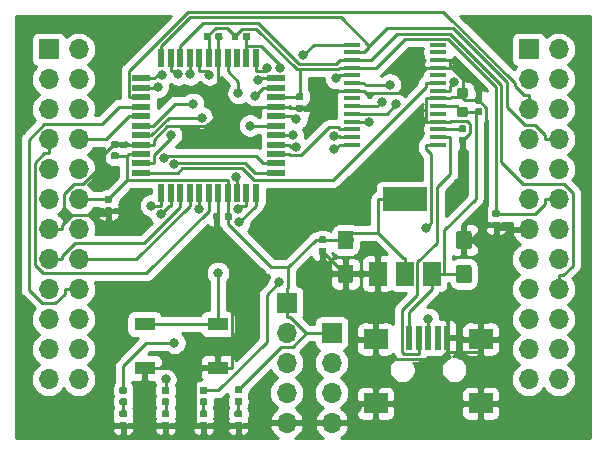
<source format=gbr>
G04 #@! TF.GenerationSoftware,KiCad,Pcbnew,(5.1.0)-1*
G04 #@! TF.CreationDate,2020-09-16T11:17:04+02:00*
G04 #@! TF.ProjectId,Nand Lite,4e616e64-204c-4697-9465-2e6b69636164,rev?*
G04 #@! TF.SameCoordinates,Original*
G04 #@! TF.FileFunction,Copper,L1,Top*
G04 #@! TF.FilePolarity,Positive*
%FSLAX46Y46*%
G04 Gerber Fmt 4.6, Leading zero omitted, Abs format (unit mm)*
G04 Created by KiCad (PCBNEW (5.1.0)-1) date 2020-09-16 11:17:04*
%MOMM*%
%LPD*%
G04 APERTURE LIST*
%ADD10O,1.700000X1.700000*%
%ADD11R,1.700000X1.700000*%
%ADD12R,1.800000X1.100000*%
%ADD13C,0.100000*%
%ADD14C,0.875000*%
%ADD15R,0.550000X1.500000*%
%ADD16R,1.500000X0.550000*%
%ADD17R,1.397000X0.348000*%
%ADD18R,1.500000X2.000000*%
%ADD19R,3.800000X2.000000*%
%ADD20C,0.590000*%
%ADD21R,2.000000X1.700000*%
%ADD22R,0.500000X2.000000*%
%ADD23C,1.350000*%
%ADD24C,0.800000*%
%ADD25C,0.250000*%
%ADD26C,0.254000*%
G04 APERTURE END LIST*
D10*
X39146500Y-81628000D03*
X39146500Y-79088000D03*
X39146500Y-76548000D03*
X39146500Y-74008000D03*
D11*
X39146500Y-71468000D03*
D12*
X33328500Y-76983200D03*
X27128500Y-76983200D03*
X33328500Y-73283200D03*
X27128500Y-73283200D03*
D13*
G36*
X54305991Y-53284453D02*
G01*
X54327226Y-53287603D01*
X54348050Y-53292819D01*
X54368262Y-53300051D01*
X54387668Y-53309230D01*
X54406081Y-53320266D01*
X54423324Y-53333054D01*
X54439230Y-53347470D01*
X54453646Y-53363376D01*
X54466434Y-53380619D01*
X54477470Y-53399032D01*
X54486649Y-53418438D01*
X54493881Y-53438650D01*
X54499097Y-53459474D01*
X54502247Y-53480709D01*
X54503300Y-53502150D01*
X54503300Y-53939650D01*
X54502247Y-53961091D01*
X54499097Y-53982326D01*
X54493881Y-54003150D01*
X54486649Y-54023362D01*
X54477470Y-54042768D01*
X54466434Y-54061181D01*
X54453646Y-54078424D01*
X54439230Y-54094330D01*
X54423324Y-54108746D01*
X54406081Y-54121534D01*
X54387668Y-54132570D01*
X54368262Y-54141749D01*
X54348050Y-54148981D01*
X54327226Y-54154197D01*
X54305991Y-54157347D01*
X54284550Y-54158400D01*
X53772050Y-54158400D01*
X53750609Y-54157347D01*
X53729374Y-54154197D01*
X53708550Y-54148981D01*
X53688338Y-54141749D01*
X53668932Y-54132570D01*
X53650519Y-54121534D01*
X53633276Y-54108746D01*
X53617370Y-54094330D01*
X53602954Y-54078424D01*
X53590166Y-54061181D01*
X53579130Y-54042768D01*
X53569951Y-54023362D01*
X53562719Y-54003150D01*
X53557503Y-53982326D01*
X53554353Y-53961091D01*
X53553300Y-53939650D01*
X53553300Y-53502150D01*
X53554353Y-53480709D01*
X53557503Y-53459474D01*
X53562719Y-53438650D01*
X53569951Y-53418438D01*
X53579130Y-53399032D01*
X53590166Y-53380619D01*
X53602954Y-53363376D01*
X53617370Y-53347470D01*
X53633276Y-53333054D01*
X53650519Y-53320266D01*
X53668932Y-53309230D01*
X53688338Y-53300051D01*
X53708550Y-53292819D01*
X53729374Y-53287603D01*
X53750609Y-53284453D01*
X53772050Y-53283400D01*
X54284550Y-53283400D01*
X54305991Y-53284453D01*
X54305991Y-53284453D01*
G37*
D14*
X54028300Y-53720900D03*
D13*
G36*
X54305991Y-54859453D02*
G01*
X54327226Y-54862603D01*
X54348050Y-54867819D01*
X54368262Y-54875051D01*
X54387668Y-54884230D01*
X54406081Y-54895266D01*
X54423324Y-54908054D01*
X54439230Y-54922470D01*
X54453646Y-54938376D01*
X54466434Y-54955619D01*
X54477470Y-54974032D01*
X54486649Y-54993438D01*
X54493881Y-55013650D01*
X54499097Y-55034474D01*
X54502247Y-55055709D01*
X54503300Y-55077150D01*
X54503300Y-55514650D01*
X54502247Y-55536091D01*
X54499097Y-55557326D01*
X54493881Y-55578150D01*
X54486649Y-55598362D01*
X54477470Y-55617768D01*
X54466434Y-55636181D01*
X54453646Y-55653424D01*
X54439230Y-55669330D01*
X54423324Y-55683746D01*
X54406081Y-55696534D01*
X54387668Y-55707570D01*
X54368262Y-55716749D01*
X54348050Y-55723981D01*
X54327226Y-55729197D01*
X54305991Y-55732347D01*
X54284550Y-55733400D01*
X53772050Y-55733400D01*
X53750609Y-55732347D01*
X53729374Y-55729197D01*
X53708550Y-55723981D01*
X53688338Y-55716749D01*
X53668932Y-55707570D01*
X53650519Y-55696534D01*
X53633276Y-55683746D01*
X53617370Y-55669330D01*
X53602954Y-55653424D01*
X53590166Y-55636181D01*
X53579130Y-55617768D01*
X53569951Y-55598362D01*
X53562719Y-55578150D01*
X53557503Y-55557326D01*
X53554353Y-55536091D01*
X53553300Y-55514650D01*
X53553300Y-55077150D01*
X53554353Y-55055709D01*
X53557503Y-55034474D01*
X53562719Y-55013650D01*
X53569951Y-54993438D01*
X53579130Y-54974032D01*
X53590166Y-54955619D01*
X53602954Y-54938376D01*
X53617370Y-54922470D01*
X53633276Y-54908054D01*
X53650519Y-54895266D01*
X53668932Y-54884230D01*
X53688338Y-54875051D01*
X53708550Y-54867819D01*
X53729374Y-54862603D01*
X53750609Y-54859453D01*
X53772050Y-54858400D01*
X54284550Y-54858400D01*
X54305991Y-54859453D01*
X54305991Y-54859453D01*
G37*
D14*
X54028300Y-55295900D03*
D15*
X28555200Y-50766700D03*
X29355200Y-50766700D03*
X30155200Y-50766700D03*
X30955200Y-50766700D03*
X31755200Y-50766700D03*
X32555200Y-50766700D03*
X33355200Y-50766700D03*
X34155200Y-50766700D03*
X34955200Y-50766700D03*
X35755200Y-50766700D03*
X36555200Y-50766700D03*
D16*
X38255200Y-52466700D03*
X38255200Y-53266700D03*
X38255200Y-54066700D03*
X38255200Y-54866700D03*
X38255200Y-55666700D03*
X38255200Y-56466700D03*
X38255200Y-57266700D03*
X38255200Y-58066700D03*
X38255200Y-58866700D03*
X38255200Y-59666700D03*
X38255200Y-60466700D03*
D15*
X36555200Y-62166700D03*
X35755200Y-62166700D03*
X34955200Y-62166700D03*
X34155200Y-62166700D03*
X33355200Y-62166700D03*
X32555200Y-62166700D03*
X31755200Y-62166700D03*
X30955200Y-62166700D03*
X30155200Y-62166700D03*
X29355200Y-62166700D03*
X28555200Y-62166700D03*
D16*
X26855200Y-60466700D03*
X26855200Y-59666700D03*
X26855200Y-58866700D03*
X26855200Y-58066700D03*
X26855200Y-57266700D03*
X26855200Y-56466700D03*
X26855200Y-55666700D03*
X26855200Y-54866700D03*
X26855200Y-54066700D03*
X26855200Y-53266700D03*
X26855200Y-52466700D03*
D17*
X51994700Y-49620500D03*
X51994700Y-50270500D03*
X51994700Y-50920500D03*
X51994700Y-51570500D03*
X51994700Y-52220500D03*
X51994700Y-52870500D03*
X51994700Y-53520500D03*
X51994700Y-54820500D03*
X51994700Y-54170500D03*
X51994700Y-55470500D03*
X51994700Y-56120500D03*
X51994700Y-56770500D03*
X51994700Y-57420500D03*
X51994700Y-58070500D03*
X44682700Y-49620500D03*
X44682700Y-50270500D03*
X44682700Y-50920500D03*
X44682700Y-51570500D03*
X44682700Y-52220500D03*
X44682700Y-52870500D03*
X44682700Y-53520500D03*
X44682700Y-54170500D03*
X44682700Y-54820500D03*
X44682700Y-55470500D03*
X44682700Y-56120500D03*
X44682700Y-56770500D03*
X44682700Y-57420500D03*
X44682700Y-58070500D03*
D18*
X46851500Y-69004600D03*
X51451500Y-69004600D03*
X49151500Y-69004600D03*
D19*
X49151500Y-62704600D03*
D13*
G36*
X25500558Y-78598210D02*
G01*
X25514876Y-78600334D01*
X25528917Y-78603851D01*
X25542546Y-78608728D01*
X25555631Y-78614917D01*
X25568047Y-78622358D01*
X25579673Y-78630981D01*
X25590398Y-78640702D01*
X25600119Y-78651427D01*
X25608742Y-78663053D01*
X25616183Y-78675469D01*
X25622372Y-78688554D01*
X25627249Y-78702183D01*
X25630766Y-78716224D01*
X25632890Y-78730542D01*
X25633600Y-78745000D01*
X25633600Y-79040000D01*
X25632890Y-79054458D01*
X25630766Y-79068776D01*
X25627249Y-79082817D01*
X25622372Y-79096446D01*
X25616183Y-79109531D01*
X25608742Y-79121947D01*
X25600119Y-79133573D01*
X25590398Y-79144298D01*
X25579673Y-79154019D01*
X25568047Y-79162642D01*
X25555631Y-79170083D01*
X25542546Y-79176272D01*
X25528917Y-79181149D01*
X25514876Y-79184666D01*
X25500558Y-79186790D01*
X25486100Y-79187500D01*
X25141100Y-79187500D01*
X25126642Y-79186790D01*
X25112324Y-79184666D01*
X25098283Y-79181149D01*
X25084654Y-79176272D01*
X25071569Y-79170083D01*
X25059153Y-79162642D01*
X25047527Y-79154019D01*
X25036802Y-79144298D01*
X25027081Y-79133573D01*
X25018458Y-79121947D01*
X25011017Y-79109531D01*
X25004828Y-79096446D01*
X24999951Y-79082817D01*
X24996434Y-79068776D01*
X24994310Y-79054458D01*
X24993600Y-79040000D01*
X24993600Y-78745000D01*
X24994310Y-78730542D01*
X24996434Y-78716224D01*
X24999951Y-78702183D01*
X25004828Y-78688554D01*
X25011017Y-78675469D01*
X25018458Y-78663053D01*
X25027081Y-78651427D01*
X25036802Y-78640702D01*
X25047527Y-78630981D01*
X25059153Y-78622358D01*
X25071569Y-78614917D01*
X25084654Y-78608728D01*
X25098283Y-78603851D01*
X25112324Y-78600334D01*
X25126642Y-78598210D01*
X25141100Y-78597500D01*
X25486100Y-78597500D01*
X25500558Y-78598210D01*
X25500558Y-78598210D01*
G37*
D20*
X25313600Y-78892500D03*
D13*
G36*
X25500558Y-79568210D02*
G01*
X25514876Y-79570334D01*
X25528917Y-79573851D01*
X25542546Y-79578728D01*
X25555631Y-79584917D01*
X25568047Y-79592358D01*
X25579673Y-79600981D01*
X25590398Y-79610702D01*
X25600119Y-79621427D01*
X25608742Y-79633053D01*
X25616183Y-79645469D01*
X25622372Y-79658554D01*
X25627249Y-79672183D01*
X25630766Y-79686224D01*
X25632890Y-79700542D01*
X25633600Y-79715000D01*
X25633600Y-80010000D01*
X25632890Y-80024458D01*
X25630766Y-80038776D01*
X25627249Y-80052817D01*
X25622372Y-80066446D01*
X25616183Y-80079531D01*
X25608742Y-80091947D01*
X25600119Y-80103573D01*
X25590398Y-80114298D01*
X25579673Y-80124019D01*
X25568047Y-80132642D01*
X25555631Y-80140083D01*
X25542546Y-80146272D01*
X25528917Y-80151149D01*
X25514876Y-80154666D01*
X25500558Y-80156790D01*
X25486100Y-80157500D01*
X25141100Y-80157500D01*
X25126642Y-80156790D01*
X25112324Y-80154666D01*
X25098283Y-80151149D01*
X25084654Y-80146272D01*
X25071569Y-80140083D01*
X25059153Y-80132642D01*
X25047527Y-80124019D01*
X25036802Y-80114298D01*
X25027081Y-80103573D01*
X25018458Y-80091947D01*
X25011017Y-80079531D01*
X25004828Y-80066446D01*
X24999951Y-80052817D01*
X24996434Y-80038776D01*
X24994310Y-80024458D01*
X24993600Y-80010000D01*
X24993600Y-79715000D01*
X24994310Y-79700542D01*
X24996434Y-79686224D01*
X24999951Y-79672183D01*
X25004828Y-79658554D01*
X25011017Y-79645469D01*
X25018458Y-79633053D01*
X25027081Y-79621427D01*
X25036802Y-79610702D01*
X25047527Y-79600981D01*
X25059153Y-79592358D01*
X25071569Y-79584917D01*
X25084654Y-79578728D01*
X25098283Y-79573851D01*
X25112324Y-79570334D01*
X25126642Y-79568210D01*
X25141100Y-79567500D01*
X25486100Y-79567500D01*
X25500558Y-79568210D01*
X25500558Y-79568210D01*
G37*
D20*
X25313600Y-79862500D03*
D13*
G36*
X32302758Y-78588110D02*
G01*
X32317076Y-78590234D01*
X32331117Y-78593751D01*
X32344746Y-78598628D01*
X32357831Y-78604817D01*
X32370247Y-78612258D01*
X32381873Y-78620881D01*
X32392598Y-78630602D01*
X32402319Y-78641327D01*
X32410942Y-78652953D01*
X32418383Y-78665369D01*
X32424572Y-78678454D01*
X32429449Y-78692083D01*
X32432966Y-78706124D01*
X32435090Y-78720442D01*
X32435800Y-78734900D01*
X32435800Y-79029900D01*
X32435090Y-79044358D01*
X32432966Y-79058676D01*
X32429449Y-79072717D01*
X32424572Y-79086346D01*
X32418383Y-79099431D01*
X32410942Y-79111847D01*
X32402319Y-79123473D01*
X32392598Y-79134198D01*
X32381873Y-79143919D01*
X32370247Y-79152542D01*
X32357831Y-79159983D01*
X32344746Y-79166172D01*
X32331117Y-79171049D01*
X32317076Y-79174566D01*
X32302758Y-79176690D01*
X32288300Y-79177400D01*
X31943300Y-79177400D01*
X31928842Y-79176690D01*
X31914524Y-79174566D01*
X31900483Y-79171049D01*
X31886854Y-79166172D01*
X31873769Y-79159983D01*
X31861353Y-79152542D01*
X31849727Y-79143919D01*
X31839002Y-79134198D01*
X31829281Y-79123473D01*
X31820658Y-79111847D01*
X31813217Y-79099431D01*
X31807028Y-79086346D01*
X31802151Y-79072717D01*
X31798634Y-79058676D01*
X31796510Y-79044358D01*
X31795800Y-79029900D01*
X31795800Y-78734900D01*
X31796510Y-78720442D01*
X31798634Y-78706124D01*
X31802151Y-78692083D01*
X31807028Y-78678454D01*
X31813217Y-78665369D01*
X31820658Y-78652953D01*
X31829281Y-78641327D01*
X31839002Y-78630602D01*
X31849727Y-78620881D01*
X31861353Y-78612258D01*
X31873769Y-78604817D01*
X31886854Y-78598628D01*
X31900483Y-78593751D01*
X31914524Y-78590234D01*
X31928842Y-78588110D01*
X31943300Y-78587400D01*
X32288300Y-78587400D01*
X32302758Y-78588110D01*
X32302758Y-78588110D01*
G37*
D20*
X32115800Y-78882400D03*
D13*
G36*
X32302758Y-79558110D02*
G01*
X32317076Y-79560234D01*
X32331117Y-79563751D01*
X32344746Y-79568628D01*
X32357831Y-79574817D01*
X32370247Y-79582258D01*
X32381873Y-79590881D01*
X32392598Y-79600602D01*
X32402319Y-79611327D01*
X32410942Y-79622953D01*
X32418383Y-79635369D01*
X32424572Y-79648454D01*
X32429449Y-79662083D01*
X32432966Y-79676124D01*
X32435090Y-79690442D01*
X32435800Y-79704900D01*
X32435800Y-79999900D01*
X32435090Y-80014358D01*
X32432966Y-80028676D01*
X32429449Y-80042717D01*
X32424572Y-80056346D01*
X32418383Y-80069431D01*
X32410942Y-80081847D01*
X32402319Y-80093473D01*
X32392598Y-80104198D01*
X32381873Y-80113919D01*
X32370247Y-80122542D01*
X32357831Y-80129983D01*
X32344746Y-80136172D01*
X32331117Y-80141049D01*
X32317076Y-80144566D01*
X32302758Y-80146690D01*
X32288300Y-80147400D01*
X31943300Y-80147400D01*
X31928842Y-80146690D01*
X31914524Y-80144566D01*
X31900483Y-80141049D01*
X31886854Y-80136172D01*
X31873769Y-80129983D01*
X31861353Y-80122542D01*
X31849727Y-80113919D01*
X31839002Y-80104198D01*
X31829281Y-80093473D01*
X31820658Y-80081847D01*
X31813217Y-80069431D01*
X31807028Y-80056346D01*
X31802151Y-80042717D01*
X31798634Y-80028676D01*
X31796510Y-80014358D01*
X31795800Y-79999900D01*
X31795800Y-79704900D01*
X31796510Y-79690442D01*
X31798634Y-79676124D01*
X31802151Y-79662083D01*
X31807028Y-79648454D01*
X31813217Y-79635369D01*
X31820658Y-79622953D01*
X31829281Y-79611327D01*
X31839002Y-79600602D01*
X31849727Y-79590881D01*
X31861353Y-79582258D01*
X31873769Y-79574817D01*
X31886854Y-79568628D01*
X31900483Y-79563751D01*
X31914524Y-79560234D01*
X31928842Y-79558110D01*
X31943300Y-79557400D01*
X32288300Y-79557400D01*
X32302758Y-79558110D01*
X32302758Y-79558110D01*
G37*
D20*
X32115800Y-79852400D03*
D13*
G36*
X29094658Y-78585510D02*
G01*
X29108976Y-78587634D01*
X29123017Y-78591151D01*
X29136646Y-78596028D01*
X29149731Y-78602217D01*
X29162147Y-78609658D01*
X29173773Y-78618281D01*
X29184498Y-78628002D01*
X29194219Y-78638727D01*
X29202842Y-78650353D01*
X29210283Y-78662769D01*
X29216472Y-78675854D01*
X29221349Y-78689483D01*
X29224866Y-78703524D01*
X29226990Y-78717842D01*
X29227700Y-78732300D01*
X29227700Y-79027300D01*
X29226990Y-79041758D01*
X29224866Y-79056076D01*
X29221349Y-79070117D01*
X29216472Y-79083746D01*
X29210283Y-79096831D01*
X29202842Y-79109247D01*
X29194219Y-79120873D01*
X29184498Y-79131598D01*
X29173773Y-79141319D01*
X29162147Y-79149942D01*
X29149731Y-79157383D01*
X29136646Y-79163572D01*
X29123017Y-79168449D01*
X29108976Y-79171966D01*
X29094658Y-79174090D01*
X29080200Y-79174800D01*
X28735200Y-79174800D01*
X28720742Y-79174090D01*
X28706424Y-79171966D01*
X28692383Y-79168449D01*
X28678754Y-79163572D01*
X28665669Y-79157383D01*
X28653253Y-79149942D01*
X28641627Y-79141319D01*
X28630902Y-79131598D01*
X28621181Y-79120873D01*
X28612558Y-79109247D01*
X28605117Y-79096831D01*
X28598928Y-79083746D01*
X28594051Y-79070117D01*
X28590534Y-79056076D01*
X28588410Y-79041758D01*
X28587700Y-79027300D01*
X28587700Y-78732300D01*
X28588410Y-78717842D01*
X28590534Y-78703524D01*
X28594051Y-78689483D01*
X28598928Y-78675854D01*
X28605117Y-78662769D01*
X28612558Y-78650353D01*
X28621181Y-78638727D01*
X28630902Y-78628002D01*
X28641627Y-78618281D01*
X28653253Y-78609658D01*
X28665669Y-78602217D01*
X28678754Y-78596028D01*
X28692383Y-78591151D01*
X28706424Y-78587634D01*
X28720742Y-78585510D01*
X28735200Y-78584800D01*
X29080200Y-78584800D01*
X29094658Y-78585510D01*
X29094658Y-78585510D01*
G37*
D20*
X28907700Y-78879800D03*
D13*
G36*
X29094658Y-79555510D02*
G01*
X29108976Y-79557634D01*
X29123017Y-79561151D01*
X29136646Y-79566028D01*
X29149731Y-79572217D01*
X29162147Y-79579658D01*
X29173773Y-79588281D01*
X29184498Y-79598002D01*
X29194219Y-79608727D01*
X29202842Y-79620353D01*
X29210283Y-79632769D01*
X29216472Y-79645854D01*
X29221349Y-79659483D01*
X29224866Y-79673524D01*
X29226990Y-79687842D01*
X29227700Y-79702300D01*
X29227700Y-79997300D01*
X29226990Y-80011758D01*
X29224866Y-80026076D01*
X29221349Y-80040117D01*
X29216472Y-80053746D01*
X29210283Y-80066831D01*
X29202842Y-80079247D01*
X29194219Y-80090873D01*
X29184498Y-80101598D01*
X29173773Y-80111319D01*
X29162147Y-80119942D01*
X29149731Y-80127383D01*
X29136646Y-80133572D01*
X29123017Y-80138449D01*
X29108976Y-80141966D01*
X29094658Y-80144090D01*
X29080200Y-80144800D01*
X28735200Y-80144800D01*
X28720742Y-80144090D01*
X28706424Y-80141966D01*
X28692383Y-80138449D01*
X28678754Y-80133572D01*
X28665669Y-80127383D01*
X28653253Y-80119942D01*
X28641627Y-80111319D01*
X28630902Y-80101598D01*
X28621181Y-80090873D01*
X28612558Y-80079247D01*
X28605117Y-80066831D01*
X28598928Y-80053746D01*
X28594051Y-80040117D01*
X28590534Y-80026076D01*
X28588410Y-80011758D01*
X28587700Y-79997300D01*
X28587700Y-79702300D01*
X28588410Y-79687842D01*
X28590534Y-79673524D01*
X28594051Y-79659483D01*
X28598928Y-79645854D01*
X28605117Y-79632769D01*
X28612558Y-79620353D01*
X28621181Y-79608727D01*
X28630902Y-79598002D01*
X28641627Y-79588281D01*
X28653253Y-79579658D01*
X28665669Y-79572217D01*
X28678754Y-79566028D01*
X28692383Y-79561151D01*
X28706424Y-79557634D01*
X28720742Y-79555510D01*
X28735200Y-79554800D01*
X29080200Y-79554800D01*
X29094658Y-79555510D01*
X29094658Y-79555510D01*
G37*
D20*
X28907700Y-79849800D03*
D13*
G36*
X35917358Y-48606210D02*
G01*
X35931676Y-48608334D01*
X35945717Y-48611851D01*
X35959346Y-48616728D01*
X35972431Y-48622917D01*
X35984847Y-48630358D01*
X35996473Y-48638981D01*
X36007198Y-48648702D01*
X36016919Y-48659427D01*
X36025542Y-48671053D01*
X36032983Y-48683469D01*
X36039172Y-48696554D01*
X36044049Y-48710183D01*
X36047566Y-48724224D01*
X36049690Y-48738542D01*
X36050400Y-48753000D01*
X36050400Y-49098000D01*
X36049690Y-49112458D01*
X36047566Y-49126776D01*
X36044049Y-49140817D01*
X36039172Y-49154446D01*
X36032983Y-49167531D01*
X36025542Y-49179947D01*
X36016919Y-49191573D01*
X36007198Y-49202298D01*
X35996473Y-49212019D01*
X35984847Y-49220642D01*
X35972431Y-49228083D01*
X35959346Y-49234272D01*
X35945717Y-49239149D01*
X35931676Y-49242666D01*
X35917358Y-49244790D01*
X35902900Y-49245500D01*
X35607900Y-49245500D01*
X35593442Y-49244790D01*
X35579124Y-49242666D01*
X35565083Y-49239149D01*
X35551454Y-49234272D01*
X35538369Y-49228083D01*
X35525953Y-49220642D01*
X35514327Y-49212019D01*
X35503602Y-49202298D01*
X35493881Y-49191573D01*
X35485258Y-49179947D01*
X35477817Y-49167531D01*
X35471628Y-49154446D01*
X35466751Y-49140817D01*
X35463234Y-49126776D01*
X35461110Y-49112458D01*
X35460400Y-49098000D01*
X35460400Y-48753000D01*
X35461110Y-48738542D01*
X35463234Y-48724224D01*
X35466751Y-48710183D01*
X35471628Y-48696554D01*
X35477817Y-48683469D01*
X35485258Y-48671053D01*
X35493881Y-48659427D01*
X35503602Y-48648702D01*
X35514327Y-48638981D01*
X35525953Y-48630358D01*
X35538369Y-48622917D01*
X35551454Y-48616728D01*
X35565083Y-48611851D01*
X35579124Y-48608334D01*
X35593442Y-48606210D01*
X35607900Y-48605500D01*
X35902900Y-48605500D01*
X35917358Y-48606210D01*
X35917358Y-48606210D01*
G37*
D20*
X35755400Y-48925500D03*
D13*
G36*
X34947358Y-48606210D02*
G01*
X34961676Y-48608334D01*
X34975717Y-48611851D01*
X34989346Y-48616728D01*
X35002431Y-48622917D01*
X35014847Y-48630358D01*
X35026473Y-48638981D01*
X35037198Y-48648702D01*
X35046919Y-48659427D01*
X35055542Y-48671053D01*
X35062983Y-48683469D01*
X35069172Y-48696554D01*
X35074049Y-48710183D01*
X35077566Y-48724224D01*
X35079690Y-48738542D01*
X35080400Y-48753000D01*
X35080400Y-49098000D01*
X35079690Y-49112458D01*
X35077566Y-49126776D01*
X35074049Y-49140817D01*
X35069172Y-49154446D01*
X35062983Y-49167531D01*
X35055542Y-49179947D01*
X35046919Y-49191573D01*
X35037198Y-49202298D01*
X35026473Y-49212019D01*
X35014847Y-49220642D01*
X35002431Y-49228083D01*
X34989346Y-49234272D01*
X34975717Y-49239149D01*
X34961676Y-49242666D01*
X34947358Y-49244790D01*
X34932900Y-49245500D01*
X34637900Y-49245500D01*
X34623442Y-49244790D01*
X34609124Y-49242666D01*
X34595083Y-49239149D01*
X34581454Y-49234272D01*
X34568369Y-49228083D01*
X34555953Y-49220642D01*
X34544327Y-49212019D01*
X34533602Y-49202298D01*
X34523881Y-49191573D01*
X34515258Y-49179947D01*
X34507817Y-49167531D01*
X34501628Y-49154446D01*
X34496751Y-49140817D01*
X34493234Y-49126776D01*
X34491110Y-49112458D01*
X34490400Y-49098000D01*
X34490400Y-48753000D01*
X34491110Y-48738542D01*
X34493234Y-48724224D01*
X34496751Y-48710183D01*
X34501628Y-48696554D01*
X34507817Y-48683469D01*
X34515258Y-48671053D01*
X34523881Y-48659427D01*
X34533602Y-48648702D01*
X34544327Y-48638981D01*
X34555953Y-48630358D01*
X34568369Y-48622917D01*
X34581454Y-48616728D01*
X34595083Y-48611851D01*
X34609124Y-48608334D01*
X34623442Y-48606210D01*
X34637900Y-48605500D01*
X34932900Y-48605500D01*
X34947358Y-48606210D01*
X34947358Y-48606210D01*
G37*
D20*
X34785400Y-48925500D03*
D13*
G36*
X35249158Y-78555110D02*
G01*
X35263476Y-78557234D01*
X35277517Y-78560751D01*
X35291146Y-78565628D01*
X35304231Y-78571817D01*
X35316647Y-78579258D01*
X35328273Y-78587881D01*
X35338998Y-78597602D01*
X35348719Y-78608327D01*
X35357342Y-78619953D01*
X35364783Y-78632369D01*
X35370972Y-78645454D01*
X35375849Y-78659083D01*
X35379366Y-78673124D01*
X35381490Y-78687442D01*
X35382200Y-78701900D01*
X35382200Y-78996900D01*
X35381490Y-79011358D01*
X35379366Y-79025676D01*
X35375849Y-79039717D01*
X35370972Y-79053346D01*
X35364783Y-79066431D01*
X35357342Y-79078847D01*
X35348719Y-79090473D01*
X35338998Y-79101198D01*
X35328273Y-79110919D01*
X35316647Y-79119542D01*
X35304231Y-79126983D01*
X35291146Y-79133172D01*
X35277517Y-79138049D01*
X35263476Y-79141566D01*
X35249158Y-79143690D01*
X35234700Y-79144400D01*
X34889700Y-79144400D01*
X34875242Y-79143690D01*
X34860924Y-79141566D01*
X34846883Y-79138049D01*
X34833254Y-79133172D01*
X34820169Y-79126983D01*
X34807753Y-79119542D01*
X34796127Y-79110919D01*
X34785402Y-79101198D01*
X34775681Y-79090473D01*
X34767058Y-79078847D01*
X34759617Y-79066431D01*
X34753428Y-79053346D01*
X34748551Y-79039717D01*
X34745034Y-79025676D01*
X34742910Y-79011358D01*
X34742200Y-78996900D01*
X34742200Y-78701900D01*
X34742910Y-78687442D01*
X34745034Y-78673124D01*
X34748551Y-78659083D01*
X34753428Y-78645454D01*
X34759617Y-78632369D01*
X34767058Y-78619953D01*
X34775681Y-78608327D01*
X34785402Y-78597602D01*
X34796127Y-78587881D01*
X34807753Y-78579258D01*
X34820169Y-78571817D01*
X34833254Y-78565628D01*
X34846883Y-78560751D01*
X34860924Y-78557234D01*
X34875242Y-78555110D01*
X34889700Y-78554400D01*
X35234700Y-78554400D01*
X35249158Y-78555110D01*
X35249158Y-78555110D01*
G37*
D20*
X35062200Y-78849400D03*
D13*
G36*
X35249158Y-79525110D02*
G01*
X35263476Y-79527234D01*
X35277517Y-79530751D01*
X35291146Y-79535628D01*
X35304231Y-79541817D01*
X35316647Y-79549258D01*
X35328273Y-79557881D01*
X35338998Y-79567602D01*
X35348719Y-79578327D01*
X35357342Y-79589953D01*
X35364783Y-79602369D01*
X35370972Y-79615454D01*
X35375849Y-79629083D01*
X35379366Y-79643124D01*
X35381490Y-79657442D01*
X35382200Y-79671900D01*
X35382200Y-79966900D01*
X35381490Y-79981358D01*
X35379366Y-79995676D01*
X35375849Y-80009717D01*
X35370972Y-80023346D01*
X35364783Y-80036431D01*
X35357342Y-80048847D01*
X35348719Y-80060473D01*
X35338998Y-80071198D01*
X35328273Y-80080919D01*
X35316647Y-80089542D01*
X35304231Y-80096983D01*
X35291146Y-80103172D01*
X35277517Y-80108049D01*
X35263476Y-80111566D01*
X35249158Y-80113690D01*
X35234700Y-80114400D01*
X34889700Y-80114400D01*
X34875242Y-80113690D01*
X34860924Y-80111566D01*
X34846883Y-80108049D01*
X34833254Y-80103172D01*
X34820169Y-80096983D01*
X34807753Y-80089542D01*
X34796127Y-80080919D01*
X34785402Y-80071198D01*
X34775681Y-80060473D01*
X34767058Y-80048847D01*
X34759617Y-80036431D01*
X34753428Y-80023346D01*
X34748551Y-80009717D01*
X34745034Y-79995676D01*
X34742910Y-79981358D01*
X34742200Y-79966900D01*
X34742200Y-79671900D01*
X34742910Y-79657442D01*
X34745034Y-79643124D01*
X34748551Y-79629083D01*
X34753428Y-79615454D01*
X34759617Y-79602369D01*
X34767058Y-79589953D01*
X34775681Y-79578327D01*
X34785402Y-79567602D01*
X34796127Y-79557881D01*
X34807753Y-79549258D01*
X34820169Y-79541817D01*
X34833254Y-79535628D01*
X34846883Y-79530751D01*
X34860924Y-79527234D01*
X34875242Y-79525110D01*
X34889700Y-79524400D01*
X35234700Y-79524400D01*
X35249158Y-79525110D01*
X35249158Y-79525110D01*
G37*
D20*
X35062200Y-79819400D03*
D10*
X62180000Y-77940000D03*
X59640000Y-77940000D03*
X62180000Y-75400000D03*
X59640000Y-75400000D03*
X62180000Y-72860000D03*
X59640000Y-72860000D03*
X62180000Y-70320000D03*
X59640000Y-70320000D03*
X62180000Y-67780000D03*
X59640000Y-67780000D03*
X62180000Y-65240000D03*
X59640000Y-65240000D03*
X62180000Y-62700000D03*
X59640000Y-62700000D03*
X62180000Y-60160000D03*
X59640000Y-60160000D03*
X62180000Y-57620000D03*
X59640000Y-57620000D03*
X62180000Y-55080000D03*
X59640000Y-55080000D03*
X62180000Y-52540000D03*
X59640000Y-52540000D03*
X62180000Y-50000000D03*
D11*
X59640000Y-50000000D03*
D10*
X42961600Y-81633100D03*
X42961600Y-79093100D03*
X42961600Y-76553100D03*
D11*
X42961600Y-74013100D03*
D10*
X21540000Y-77940000D03*
X19000000Y-77940000D03*
X21540000Y-75400000D03*
X19000000Y-75400000D03*
X21540000Y-72860000D03*
X19000000Y-72860000D03*
X21540000Y-70320000D03*
X19000000Y-70320000D03*
X21540000Y-67780000D03*
X19000000Y-67780000D03*
X21540000Y-65240000D03*
X19000000Y-65240000D03*
X21540000Y-62700000D03*
X19000000Y-62700000D03*
X21540000Y-60160000D03*
X19000000Y-60160000D03*
X21540000Y-57620000D03*
X19000000Y-57620000D03*
X21540000Y-55080000D03*
X19000000Y-55080000D03*
X21540000Y-52540000D03*
X19000000Y-52540000D03*
X21540000Y-50000000D03*
D11*
X19000000Y-50000000D03*
D21*
X55582700Y-79989800D03*
X55582700Y-74539800D03*
X46682700Y-79989800D03*
X46682700Y-74539800D03*
D22*
X52732700Y-74439800D03*
X51932700Y-74439800D03*
X51132700Y-74439800D03*
X50332700Y-74439800D03*
X49532700Y-74439800D03*
D13*
G36*
X25498058Y-80579410D02*
G01*
X25512376Y-80581534D01*
X25526417Y-80585051D01*
X25540046Y-80589928D01*
X25553131Y-80596117D01*
X25565547Y-80603558D01*
X25577173Y-80612181D01*
X25587898Y-80621902D01*
X25597619Y-80632627D01*
X25606242Y-80644253D01*
X25613683Y-80656669D01*
X25619872Y-80669754D01*
X25624749Y-80683383D01*
X25628266Y-80697424D01*
X25630390Y-80711742D01*
X25631100Y-80726200D01*
X25631100Y-81021200D01*
X25630390Y-81035658D01*
X25628266Y-81049976D01*
X25624749Y-81064017D01*
X25619872Y-81077646D01*
X25613683Y-81090731D01*
X25606242Y-81103147D01*
X25597619Y-81114773D01*
X25587898Y-81125498D01*
X25577173Y-81135219D01*
X25565547Y-81143842D01*
X25553131Y-81151283D01*
X25540046Y-81157472D01*
X25526417Y-81162349D01*
X25512376Y-81165866D01*
X25498058Y-81167990D01*
X25483600Y-81168700D01*
X25138600Y-81168700D01*
X25124142Y-81167990D01*
X25109824Y-81165866D01*
X25095783Y-81162349D01*
X25082154Y-81157472D01*
X25069069Y-81151283D01*
X25056653Y-81143842D01*
X25045027Y-81135219D01*
X25034302Y-81125498D01*
X25024581Y-81114773D01*
X25015958Y-81103147D01*
X25008517Y-81090731D01*
X25002328Y-81077646D01*
X24997451Y-81064017D01*
X24993934Y-81049976D01*
X24991810Y-81035658D01*
X24991100Y-81021200D01*
X24991100Y-80726200D01*
X24991810Y-80711742D01*
X24993934Y-80697424D01*
X24997451Y-80683383D01*
X25002328Y-80669754D01*
X25008517Y-80656669D01*
X25015958Y-80644253D01*
X25024581Y-80632627D01*
X25034302Y-80621902D01*
X25045027Y-80612181D01*
X25056653Y-80603558D01*
X25069069Y-80596117D01*
X25082154Y-80589928D01*
X25095783Y-80585051D01*
X25109824Y-80581534D01*
X25124142Y-80579410D01*
X25138600Y-80578700D01*
X25483600Y-80578700D01*
X25498058Y-80579410D01*
X25498058Y-80579410D01*
G37*
D20*
X25311100Y-80873700D03*
D13*
G36*
X25498058Y-81549410D02*
G01*
X25512376Y-81551534D01*
X25526417Y-81555051D01*
X25540046Y-81559928D01*
X25553131Y-81566117D01*
X25565547Y-81573558D01*
X25577173Y-81582181D01*
X25587898Y-81591902D01*
X25597619Y-81602627D01*
X25606242Y-81614253D01*
X25613683Y-81626669D01*
X25619872Y-81639754D01*
X25624749Y-81653383D01*
X25628266Y-81667424D01*
X25630390Y-81681742D01*
X25631100Y-81696200D01*
X25631100Y-81991200D01*
X25630390Y-82005658D01*
X25628266Y-82019976D01*
X25624749Y-82034017D01*
X25619872Y-82047646D01*
X25613683Y-82060731D01*
X25606242Y-82073147D01*
X25597619Y-82084773D01*
X25587898Y-82095498D01*
X25577173Y-82105219D01*
X25565547Y-82113842D01*
X25553131Y-82121283D01*
X25540046Y-82127472D01*
X25526417Y-82132349D01*
X25512376Y-82135866D01*
X25498058Y-82137990D01*
X25483600Y-82138700D01*
X25138600Y-82138700D01*
X25124142Y-82137990D01*
X25109824Y-82135866D01*
X25095783Y-82132349D01*
X25082154Y-82127472D01*
X25069069Y-82121283D01*
X25056653Y-82113842D01*
X25045027Y-82105219D01*
X25034302Y-82095498D01*
X25024581Y-82084773D01*
X25015958Y-82073147D01*
X25008517Y-82060731D01*
X25002328Y-82047646D01*
X24997451Y-82034017D01*
X24993934Y-82019976D01*
X24991810Y-82005658D01*
X24991100Y-81991200D01*
X24991100Y-81696200D01*
X24991810Y-81681742D01*
X24993934Y-81667424D01*
X24997451Y-81653383D01*
X25002328Y-81639754D01*
X25008517Y-81626669D01*
X25015958Y-81614253D01*
X25024581Y-81602627D01*
X25034302Y-81591902D01*
X25045027Y-81582181D01*
X25056653Y-81573558D01*
X25069069Y-81566117D01*
X25082154Y-81559928D01*
X25095783Y-81555051D01*
X25109824Y-81551534D01*
X25124142Y-81549410D01*
X25138600Y-81548700D01*
X25483600Y-81548700D01*
X25498058Y-81549410D01*
X25498058Y-81549410D01*
G37*
D20*
X25311100Y-81843700D03*
D13*
G36*
X32312858Y-80579410D02*
G01*
X32327176Y-80581534D01*
X32341217Y-80585051D01*
X32354846Y-80589928D01*
X32367931Y-80596117D01*
X32380347Y-80603558D01*
X32391973Y-80612181D01*
X32402698Y-80621902D01*
X32412419Y-80632627D01*
X32421042Y-80644253D01*
X32428483Y-80656669D01*
X32434672Y-80669754D01*
X32439549Y-80683383D01*
X32443066Y-80697424D01*
X32445190Y-80711742D01*
X32445900Y-80726200D01*
X32445900Y-81021200D01*
X32445190Y-81035658D01*
X32443066Y-81049976D01*
X32439549Y-81064017D01*
X32434672Y-81077646D01*
X32428483Y-81090731D01*
X32421042Y-81103147D01*
X32412419Y-81114773D01*
X32402698Y-81125498D01*
X32391973Y-81135219D01*
X32380347Y-81143842D01*
X32367931Y-81151283D01*
X32354846Y-81157472D01*
X32341217Y-81162349D01*
X32327176Y-81165866D01*
X32312858Y-81167990D01*
X32298400Y-81168700D01*
X31953400Y-81168700D01*
X31938942Y-81167990D01*
X31924624Y-81165866D01*
X31910583Y-81162349D01*
X31896954Y-81157472D01*
X31883869Y-81151283D01*
X31871453Y-81143842D01*
X31859827Y-81135219D01*
X31849102Y-81125498D01*
X31839381Y-81114773D01*
X31830758Y-81103147D01*
X31823317Y-81090731D01*
X31817128Y-81077646D01*
X31812251Y-81064017D01*
X31808734Y-81049976D01*
X31806610Y-81035658D01*
X31805900Y-81021200D01*
X31805900Y-80726200D01*
X31806610Y-80711742D01*
X31808734Y-80697424D01*
X31812251Y-80683383D01*
X31817128Y-80669754D01*
X31823317Y-80656669D01*
X31830758Y-80644253D01*
X31839381Y-80632627D01*
X31849102Y-80621902D01*
X31859827Y-80612181D01*
X31871453Y-80603558D01*
X31883869Y-80596117D01*
X31896954Y-80589928D01*
X31910583Y-80585051D01*
X31924624Y-80581534D01*
X31938942Y-80579410D01*
X31953400Y-80578700D01*
X32298400Y-80578700D01*
X32312858Y-80579410D01*
X32312858Y-80579410D01*
G37*
D20*
X32125900Y-80873700D03*
D13*
G36*
X32312858Y-81549410D02*
G01*
X32327176Y-81551534D01*
X32341217Y-81555051D01*
X32354846Y-81559928D01*
X32367931Y-81566117D01*
X32380347Y-81573558D01*
X32391973Y-81582181D01*
X32402698Y-81591902D01*
X32412419Y-81602627D01*
X32421042Y-81614253D01*
X32428483Y-81626669D01*
X32434672Y-81639754D01*
X32439549Y-81653383D01*
X32443066Y-81667424D01*
X32445190Y-81681742D01*
X32445900Y-81696200D01*
X32445900Y-81991200D01*
X32445190Y-82005658D01*
X32443066Y-82019976D01*
X32439549Y-82034017D01*
X32434672Y-82047646D01*
X32428483Y-82060731D01*
X32421042Y-82073147D01*
X32412419Y-82084773D01*
X32402698Y-82095498D01*
X32391973Y-82105219D01*
X32380347Y-82113842D01*
X32367931Y-82121283D01*
X32354846Y-82127472D01*
X32341217Y-82132349D01*
X32327176Y-82135866D01*
X32312858Y-82137990D01*
X32298400Y-82138700D01*
X31953400Y-82138700D01*
X31938942Y-82137990D01*
X31924624Y-82135866D01*
X31910583Y-82132349D01*
X31896954Y-82127472D01*
X31883869Y-82121283D01*
X31871453Y-82113842D01*
X31859827Y-82105219D01*
X31849102Y-82095498D01*
X31839381Y-82084773D01*
X31830758Y-82073147D01*
X31823317Y-82060731D01*
X31817128Y-82047646D01*
X31812251Y-82034017D01*
X31808734Y-82019976D01*
X31806610Y-82005658D01*
X31805900Y-81991200D01*
X31805900Y-81696200D01*
X31806610Y-81681742D01*
X31808734Y-81667424D01*
X31812251Y-81653383D01*
X31817128Y-81639754D01*
X31823317Y-81626669D01*
X31830758Y-81614253D01*
X31839381Y-81602627D01*
X31849102Y-81591902D01*
X31859827Y-81582181D01*
X31871453Y-81573558D01*
X31883869Y-81566117D01*
X31896954Y-81559928D01*
X31910583Y-81555051D01*
X31924624Y-81551534D01*
X31938942Y-81549410D01*
X31953400Y-81548700D01*
X32298400Y-81548700D01*
X32312858Y-81549410D01*
X32312858Y-81549410D01*
G37*
D20*
X32125900Y-81843700D03*
D13*
G36*
X35244058Y-80579410D02*
G01*
X35258376Y-80581534D01*
X35272417Y-80585051D01*
X35286046Y-80589928D01*
X35299131Y-80596117D01*
X35311547Y-80603558D01*
X35323173Y-80612181D01*
X35333898Y-80621902D01*
X35343619Y-80632627D01*
X35352242Y-80644253D01*
X35359683Y-80656669D01*
X35365872Y-80669754D01*
X35370749Y-80683383D01*
X35374266Y-80697424D01*
X35376390Y-80711742D01*
X35377100Y-80726200D01*
X35377100Y-81021200D01*
X35376390Y-81035658D01*
X35374266Y-81049976D01*
X35370749Y-81064017D01*
X35365872Y-81077646D01*
X35359683Y-81090731D01*
X35352242Y-81103147D01*
X35343619Y-81114773D01*
X35333898Y-81125498D01*
X35323173Y-81135219D01*
X35311547Y-81143842D01*
X35299131Y-81151283D01*
X35286046Y-81157472D01*
X35272417Y-81162349D01*
X35258376Y-81165866D01*
X35244058Y-81167990D01*
X35229600Y-81168700D01*
X34884600Y-81168700D01*
X34870142Y-81167990D01*
X34855824Y-81165866D01*
X34841783Y-81162349D01*
X34828154Y-81157472D01*
X34815069Y-81151283D01*
X34802653Y-81143842D01*
X34791027Y-81135219D01*
X34780302Y-81125498D01*
X34770581Y-81114773D01*
X34761958Y-81103147D01*
X34754517Y-81090731D01*
X34748328Y-81077646D01*
X34743451Y-81064017D01*
X34739934Y-81049976D01*
X34737810Y-81035658D01*
X34737100Y-81021200D01*
X34737100Y-80726200D01*
X34737810Y-80711742D01*
X34739934Y-80697424D01*
X34743451Y-80683383D01*
X34748328Y-80669754D01*
X34754517Y-80656669D01*
X34761958Y-80644253D01*
X34770581Y-80632627D01*
X34780302Y-80621902D01*
X34791027Y-80612181D01*
X34802653Y-80603558D01*
X34815069Y-80596117D01*
X34828154Y-80589928D01*
X34841783Y-80585051D01*
X34855824Y-80581534D01*
X34870142Y-80579410D01*
X34884600Y-80578700D01*
X35229600Y-80578700D01*
X35244058Y-80579410D01*
X35244058Y-80579410D01*
G37*
D20*
X35057100Y-80873700D03*
D13*
G36*
X35244058Y-81549410D02*
G01*
X35258376Y-81551534D01*
X35272417Y-81555051D01*
X35286046Y-81559928D01*
X35299131Y-81566117D01*
X35311547Y-81573558D01*
X35323173Y-81582181D01*
X35333898Y-81591902D01*
X35343619Y-81602627D01*
X35352242Y-81614253D01*
X35359683Y-81626669D01*
X35365872Y-81639754D01*
X35370749Y-81653383D01*
X35374266Y-81667424D01*
X35376390Y-81681742D01*
X35377100Y-81696200D01*
X35377100Y-81991200D01*
X35376390Y-82005658D01*
X35374266Y-82019976D01*
X35370749Y-82034017D01*
X35365872Y-82047646D01*
X35359683Y-82060731D01*
X35352242Y-82073147D01*
X35343619Y-82084773D01*
X35333898Y-82095498D01*
X35323173Y-82105219D01*
X35311547Y-82113842D01*
X35299131Y-82121283D01*
X35286046Y-82127472D01*
X35272417Y-82132349D01*
X35258376Y-82135866D01*
X35244058Y-82137990D01*
X35229600Y-82138700D01*
X34884600Y-82138700D01*
X34870142Y-82137990D01*
X34855824Y-82135866D01*
X34841783Y-82132349D01*
X34828154Y-82127472D01*
X34815069Y-82121283D01*
X34802653Y-82113842D01*
X34791027Y-82105219D01*
X34780302Y-82095498D01*
X34770581Y-82084773D01*
X34761958Y-82073147D01*
X34754517Y-82060731D01*
X34748328Y-82047646D01*
X34743451Y-82034017D01*
X34739934Y-82019976D01*
X34737810Y-82005658D01*
X34737100Y-81991200D01*
X34737100Y-81696200D01*
X34737810Y-81681742D01*
X34739934Y-81667424D01*
X34743451Y-81653383D01*
X34748328Y-81639754D01*
X34754517Y-81626669D01*
X34761958Y-81614253D01*
X34770581Y-81602627D01*
X34780302Y-81591902D01*
X34791027Y-81582181D01*
X34802653Y-81573558D01*
X34815069Y-81566117D01*
X34828154Y-81559928D01*
X34841783Y-81555051D01*
X34855824Y-81551534D01*
X34870142Y-81549410D01*
X34884600Y-81548700D01*
X35229600Y-81548700D01*
X35244058Y-81549410D01*
X35244058Y-81549410D01*
G37*
D20*
X35057100Y-81843700D03*
D13*
G36*
X29094658Y-80579410D02*
G01*
X29108976Y-80581534D01*
X29123017Y-80585051D01*
X29136646Y-80589928D01*
X29149731Y-80596117D01*
X29162147Y-80603558D01*
X29173773Y-80612181D01*
X29184498Y-80621902D01*
X29194219Y-80632627D01*
X29202842Y-80644253D01*
X29210283Y-80656669D01*
X29216472Y-80669754D01*
X29221349Y-80683383D01*
X29224866Y-80697424D01*
X29226990Y-80711742D01*
X29227700Y-80726200D01*
X29227700Y-81021200D01*
X29226990Y-81035658D01*
X29224866Y-81049976D01*
X29221349Y-81064017D01*
X29216472Y-81077646D01*
X29210283Y-81090731D01*
X29202842Y-81103147D01*
X29194219Y-81114773D01*
X29184498Y-81125498D01*
X29173773Y-81135219D01*
X29162147Y-81143842D01*
X29149731Y-81151283D01*
X29136646Y-81157472D01*
X29123017Y-81162349D01*
X29108976Y-81165866D01*
X29094658Y-81167990D01*
X29080200Y-81168700D01*
X28735200Y-81168700D01*
X28720742Y-81167990D01*
X28706424Y-81165866D01*
X28692383Y-81162349D01*
X28678754Y-81157472D01*
X28665669Y-81151283D01*
X28653253Y-81143842D01*
X28641627Y-81135219D01*
X28630902Y-81125498D01*
X28621181Y-81114773D01*
X28612558Y-81103147D01*
X28605117Y-81090731D01*
X28598928Y-81077646D01*
X28594051Y-81064017D01*
X28590534Y-81049976D01*
X28588410Y-81035658D01*
X28587700Y-81021200D01*
X28587700Y-80726200D01*
X28588410Y-80711742D01*
X28590534Y-80697424D01*
X28594051Y-80683383D01*
X28598928Y-80669754D01*
X28605117Y-80656669D01*
X28612558Y-80644253D01*
X28621181Y-80632627D01*
X28630902Y-80621902D01*
X28641627Y-80612181D01*
X28653253Y-80603558D01*
X28665669Y-80596117D01*
X28678754Y-80589928D01*
X28692383Y-80585051D01*
X28706424Y-80581534D01*
X28720742Y-80579410D01*
X28735200Y-80578700D01*
X29080200Y-80578700D01*
X29094658Y-80579410D01*
X29094658Y-80579410D01*
G37*
D20*
X28907700Y-80873700D03*
D13*
G36*
X29094658Y-81549410D02*
G01*
X29108976Y-81551534D01*
X29123017Y-81555051D01*
X29136646Y-81559928D01*
X29149731Y-81566117D01*
X29162147Y-81573558D01*
X29173773Y-81582181D01*
X29184498Y-81591902D01*
X29194219Y-81602627D01*
X29202842Y-81614253D01*
X29210283Y-81626669D01*
X29216472Y-81639754D01*
X29221349Y-81653383D01*
X29224866Y-81667424D01*
X29226990Y-81681742D01*
X29227700Y-81696200D01*
X29227700Y-81991200D01*
X29226990Y-82005658D01*
X29224866Y-82019976D01*
X29221349Y-82034017D01*
X29216472Y-82047646D01*
X29210283Y-82060731D01*
X29202842Y-82073147D01*
X29194219Y-82084773D01*
X29184498Y-82095498D01*
X29173773Y-82105219D01*
X29162147Y-82113842D01*
X29149731Y-82121283D01*
X29136646Y-82127472D01*
X29123017Y-82132349D01*
X29108976Y-82135866D01*
X29094658Y-82137990D01*
X29080200Y-82138700D01*
X28735200Y-82138700D01*
X28720742Y-82137990D01*
X28706424Y-82135866D01*
X28692383Y-82132349D01*
X28678754Y-82127472D01*
X28665669Y-82121283D01*
X28653253Y-82113842D01*
X28641627Y-82105219D01*
X28630902Y-82095498D01*
X28621181Y-82084773D01*
X28612558Y-82073147D01*
X28605117Y-82060731D01*
X28598928Y-82047646D01*
X28594051Y-82034017D01*
X28590534Y-82019976D01*
X28588410Y-82005658D01*
X28587700Y-81991200D01*
X28587700Y-81696200D01*
X28588410Y-81681742D01*
X28590534Y-81667424D01*
X28594051Y-81653383D01*
X28598928Y-81639754D01*
X28605117Y-81626669D01*
X28612558Y-81614253D01*
X28621181Y-81602627D01*
X28630902Y-81591902D01*
X28641627Y-81582181D01*
X28653253Y-81573558D01*
X28665669Y-81566117D01*
X28678754Y-81559928D01*
X28692383Y-81555051D01*
X28706424Y-81551534D01*
X28720742Y-81549410D01*
X28735200Y-81548700D01*
X29080200Y-81548700D01*
X29094658Y-81549410D01*
X29094658Y-81549410D01*
G37*
D20*
X28907700Y-81843700D03*
D13*
G36*
X57072758Y-64587310D02*
G01*
X57087076Y-64589434D01*
X57101117Y-64592951D01*
X57114746Y-64597828D01*
X57127831Y-64604017D01*
X57140247Y-64611458D01*
X57151873Y-64620081D01*
X57162598Y-64629802D01*
X57172319Y-64640527D01*
X57180942Y-64652153D01*
X57188383Y-64664569D01*
X57194572Y-64677654D01*
X57199449Y-64691283D01*
X57202966Y-64705324D01*
X57205090Y-64719642D01*
X57205800Y-64734100D01*
X57205800Y-65029100D01*
X57205090Y-65043558D01*
X57202966Y-65057876D01*
X57199449Y-65071917D01*
X57194572Y-65085546D01*
X57188383Y-65098631D01*
X57180942Y-65111047D01*
X57172319Y-65122673D01*
X57162598Y-65133398D01*
X57151873Y-65143119D01*
X57140247Y-65151742D01*
X57127831Y-65159183D01*
X57114746Y-65165372D01*
X57101117Y-65170249D01*
X57087076Y-65173766D01*
X57072758Y-65175890D01*
X57058300Y-65176600D01*
X56713300Y-65176600D01*
X56698842Y-65175890D01*
X56684524Y-65173766D01*
X56670483Y-65170249D01*
X56656854Y-65165372D01*
X56643769Y-65159183D01*
X56631353Y-65151742D01*
X56619727Y-65143119D01*
X56609002Y-65133398D01*
X56599281Y-65122673D01*
X56590658Y-65111047D01*
X56583217Y-65098631D01*
X56577028Y-65085546D01*
X56572151Y-65071917D01*
X56568634Y-65057876D01*
X56566510Y-65043558D01*
X56565800Y-65029100D01*
X56565800Y-64734100D01*
X56566510Y-64719642D01*
X56568634Y-64705324D01*
X56572151Y-64691283D01*
X56577028Y-64677654D01*
X56583217Y-64664569D01*
X56590658Y-64652153D01*
X56599281Y-64640527D01*
X56609002Y-64629802D01*
X56619727Y-64620081D01*
X56631353Y-64611458D01*
X56643769Y-64604017D01*
X56656854Y-64597828D01*
X56670483Y-64592951D01*
X56684524Y-64589434D01*
X56698842Y-64587310D01*
X56713300Y-64586600D01*
X57058300Y-64586600D01*
X57072758Y-64587310D01*
X57072758Y-64587310D01*
G37*
D20*
X56885800Y-64881600D03*
D13*
G36*
X57072758Y-63617310D02*
G01*
X57087076Y-63619434D01*
X57101117Y-63622951D01*
X57114746Y-63627828D01*
X57127831Y-63634017D01*
X57140247Y-63641458D01*
X57151873Y-63650081D01*
X57162598Y-63659802D01*
X57172319Y-63670527D01*
X57180942Y-63682153D01*
X57188383Y-63694569D01*
X57194572Y-63707654D01*
X57199449Y-63721283D01*
X57202966Y-63735324D01*
X57205090Y-63749642D01*
X57205800Y-63764100D01*
X57205800Y-64059100D01*
X57205090Y-64073558D01*
X57202966Y-64087876D01*
X57199449Y-64101917D01*
X57194572Y-64115546D01*
X57188383Y-64128631D01*
X57180942Y-64141047D01*
X57172319Y-64152673D01*
X57162598Y-64163398D01*
X57151873Y-64173119D01*
X57140247Y-64181742D01*
X57127831Y-64189183D01*
X57114746Y-64195372D01*
X57101117Y-64200249D01*
X57087076Y-64203766D01*
X57072758Y-64205890D01*
X57058300Y-64206600D01*
X56713300Y-64206600D01*
X56698842Y-64205890D01*
X56684524Y-64203766D01*
X56670483Y-64200249D01*
X56656854Y-64195372D01*
X56643769Y-64189183D01*
X56631353Y-64181742D01*
X56619727Y-64173119D01*
X56609002Y-64163398D01*
X56599281Y-64152673D01*
X56590658Y-64141047D01*
X56583217Y-64128631D01*
X56577028Y-64115546D01*
X56572151Y-64101917D01*
X56568634Y-64087876D01*
X56566510Y-64073558D01*
X56565800Y-64059100D01*
X56565800Y-63764100D01*
X56566510Y-63749642D01*
X56568634Y-63735324D01*
X56572151Y-63721283D01*
X56577028Y-63707654D01*
X56583217Y-63694569D01*
X56590658Y-63682153D01*
X56599281Y-63670527D01*
X56609002Y-63659802D01*
X56619727Y-63650081D01*
X56631353Y-63641458D01*
X56643769Y-63634017D01*
X56656854Y-63627828D01*
X56670483Y-63622951D01*
X56684524Y-63619434D01*
X56698842Y-63617310D01*
X56713300Y-63616600D01*
X57058300Y-63616600D01*
X57072758Y-63617310D01*
X57072758Y-63617310D01*
G37*
D20*
X56885800Y-63911600D03*
D13*
G36*
X24255958Y-63378310D02*
G01*
X24270276Y-63380434D01*
X24284317Y-63383951D01*
X24297946Y-63388828D01*
X24311031Y-63395017D01*
X24323447Y-63402458D01*
X24335073Y-63411081D01*
X24345798Y-63420802D01*
X24355519Y-63431527D01*
X24364142Y-63443153D01*
X24371583Y-63455569D01*
X24377772Y-63468654D01*
X24382649Y-63482283D01*
X24386166Y-63496324D01*
X24388290Y-63510642D01*
X24389000Y-63525100D01*
X24389000Y-63820100D01*
X24388290Y-63834558D01*
X24386166Y-63848876D01*
X24382649Y-63862917D01*
X24377772Y-63876546D01*
X24371583Y-63889631D01*
X24364142Y-63902047D01*
X24355519Y-63913673D01*
X24345798Y-63924398D01*
X24335073Y-63934119D01*
X24323447Y-63942742D01*
X24311031Y-63950183D01*
X24297946Y-63956372D01*
X24284317Y-63961249D01*
X24270276Y-63964766D01*
X24255958Y-63966890D01*
X24241500Y-63967600D01*
X23896500Y-63967600D01*
X23882042Y-63966890D01*
X23867724Y-63964766D01*
X23853683Y-63961249D01*
X23840054Y-63956372D01*
X23826969Y-63950183D01*
X23814553Y-63942742D01*
X23802927Y-63934119D01*
X23792202Y-63924398D01*
X23782481Y-63913673D01*
X23773858Y-63902047D01*
X23766417Y-63889631D01*
X23760228Y-63876546D01*
X23755351Y-63862917D01*
X23751834Y-63848876D01*
X23749710Y-63834558D01*
X23749000Y-63820100D01*
X23749000Y-63525100D01*
X23749710Y-63510642D01*
X23751834Y-63496324D01*
X23755351Y-63482283D01*
X23760228Y-63468654D01*
X23766417Y-63455569D01*
X23773858Y-63443153D01*
X23782481Y-63431527D01*
X23792202Y-63420802D01*
X23802927Y-63411081D01*
X23814553Y-63402458D01*
X23826969Y-63395017D01*
X23840054Y-63388828D01*
X23853683Y-63383951D01*
X23867724Y-63380434D01*
X23882042Y-63378310D01*
X23896500Y-63377600D01*
X24241500Y-63377600D01*
X24255958Y-63378310D01*
X24255958Y-63378310D01*
G37*
D20*
X24069000Y-63672600D03*
D13*
G36*
X24255958Y-62408310D02*
G01*
X24270276Y-62410434D01*
X24284317Y-62413951D01*
X24297946Y-62418828D01*
X24311031Y-62425017D01*
X24323447Y-62432458D01*
X24335073Y-62441081D01*
X24345798Y-62450802D01*
X24355519Y-62461527D01*
X24364142Y-62473153D01*
X24371583Y-62485569D01*
X24377772Y-62498654D01*
X24382649Y-62512283D01*
X24386166Y-62526324D01*
X24388290Y-62540642D01*
X24389000Y-62555100D01*
X24389000Y-62850100D01*
X24388290Y-62864558D01*
X24386166Y-62878876D01*
X24382649Y-62892917D01*
X24377772Y-62906546D01*
X24371583Y-62919631D01*
X24364142Y-62932047D01*
X24355519Y-62943673D01*
X24345798Y-62954398D01*
X24335073Y-62964119D01*
X24323447Y-62972742D01*
X24311031Y-62980183D01*
X24297946Y-62986372D01*
X24284317Y-62991249D01*
X24270276Y-62994766D01*
X24255958Y-62996890D01*
X24241500Y-62997600D01*
X23896500Y-62997600D01*
X23882042Y-62996890D01*
X23867724Y-62994766D01*
X23853683Y-62991249D01*
X23840054Y-62986372D01*
X23826969Y-62980183D01*
X23814553Y-62972742D01*
X23802927Y-62964119D01*
X23792202Y-62954398D01*
X23782481Y-62943673D01*
X23773858Y-62932047D01*
X23766417Y-62919631D01*
X23760228Y-62906546D01*
X23755351Y-62892917D01*
X23751834Y-62878876D01*
X23749710Y-62864558D01*
X23749000Y-62850100D01*
X23749000Y-62555100D01*
X23749710Y-62540642D01*
X23751834Y-62526324D01*
X23755351Y-62512283D01*
X23760228Y-62498654D01*
X23766417Y-62485569D01*
X23773858Y-62473153D01*
X23782481Y-62461527D01*
X23792202Y-62450802D01*
X23802927Y-62441081D01*
X23814553Y-62432458D01*
X23826969Y-62425017D01*
X23840054Y-62418828D01*
X23853683Y-62413951D01*
X23867724Y-62410434D01*
X23882042Y-62408310D01*
X23896500Y-62407600D01*
X24241500Y-62407600D01*
X24255958Y-62408310D01*
X24255958Y-62408310D01*
G37*
D20*
X24069000Y-62702600D03*
D13*
G36*
X33580558Y-48585910D02*
G01*
X33594876Y-48588034D01*
X33608917Y-48591551D01*
X33622546Y-48596428D01*
X33635631Y-48602617D01*
X33648047Y-48610058D01*
X33659673Y-48618681D01*
X33670398Y-48628402D01*
X33680119Y-48639127D01*
X33688742Y-48650753D01*
X33696183Y-48663169D01*
X33702372Y-48676254D01*
X33707249Y-48689883D01*
X33710766Y-48703924D01*
X33712890Y-48718242D01*
X33713600Y-48732700D01*
X33713600Y-49077700D01*
X33712890Y-49092158D01*
X33710766Y-49106476D01*
X33707249Y-49120517D01*
X33702372Y-49134146D01*
X33696183Y-49147231D01*
X33688742Y-49159647D01*
X33680119Y-49171273D01*
X33670398Y-49181998D01*
X33659673Y-49191719D01*
X33648047Y-49200342D01*
X33635631Y-49207783D01*
X33622546Y-49213972D01*
X33608917Y-49218849D01*
X33594876Y-49222366D01*
X33580558Y-49224490D01*
X33566100Y-49225200D01*
X33271100Y-49225200D01*
X33256642Y-49224490D01*
X33242324Y-49222366D01*
X33228283Y-49218849D01*
X33214654Y-49213972D01*
X33201569Y-49207783D01*
X33189153Y-49200342D01*
X33177527Y-49191719D01*
X33166802Y-49181998D01*
X33157081Y-49171273D01*
X33148458Y-49159647D01*
X33141017Y-49147231D01*
X33134828Y-49134146D01*
X33129951Y-49120517D01*
X33126434Y-49106476D01*
X33124310Y-49092158D01*
X33123600Y-49077700D01*
X33123600Y-48732700D01*
X33124310Y-48718242D01*
X33126434Y-48703924D01*
X33129951Y-48689883D01*
X33134828Y-48676254D01*
X33141017Y-48663169D01*
X33148458Y-48650753D01*
X33157081Y-48639127D01*
X33166802Y-48628402D01*
X33177527Y-48618681D01*
X33189153Y-48610058D01*
X33201569Y-48602617D01*
X33214654Y-48596428D01*
X33228283Y-48591551D01*
X33242324Y-48588034D01*
X33256642Y-48585910D01*
X33271100Y-48585200D01*
X33566100Y-48585200D01*
X33580558Y-48585910D01*
X33580558Y-48585910D01*
G37*
D20*
X33418600Y-48905200D03*
D13*
G36*
X32610558Y-48585910D02*
G01*
X32624876Y-48588034D01*
X32638917Y-48591551D01*
X32652546Y-48596428D01*
X32665631Y-48602617D01*
X32678047Y-48610058D01*
X32689673Y-48618681D01*
X32700398Y-48628402D01*
X32710119Y-48639127D01*
X32718742Y-48650753D01*
X32726183Y-48663169D01*
X32732372Y-48676254D01*
X32737249Y-48689883D01*
X32740766Y-48703924D01*
X32742890Y-48718242D01*
X32743600Y-48732700D01*
X32743600Y-49077700D01*
X32742890Y-49092158D01*
X32740766Y-49106476D01*
X32737249Y-49120517D01*
X32732372Y-49134146D01*
X32726183Y-49147231D01*
X32718742Y-49159647D01*
X32710119Y-49171273D01*
X32700398Y-49181998D01*
X32689673Y-49191719D01*
X32678047Y-49200342D01*
X32665631Y-49207783D01*
X32652546Y-49213972D01*
X32638917Y-49218849D01*
X32624876Y-49222366D01*
X32610558Y-49224490D01*
X32596100Y-49225200D01*
X32301100Y-49225200D01*
X32286642Y-49224490D01*
X32272324Y-49222366D01*
X32258283Y-49218849D01*
X32244654Y-49213972D01*
X32231569Y-49207783D01*
X32219153Y-49200342D01*
X32207527Y-49191719D01*
X32196802Y-49181998D01*
X32187081Y-49171273D01*
X32178458Y-49159647D01*
X32171017Y-49147231D01*
X32164828Y-49134146D01*
X32159951Y-49120517D01*
X32156434Y-49106476D01*
X32154310Y-49092158D01*
X32153600Y-49077700D01*
X32153600Y-48732700D01*
X32154310Y-48718242D01*
X32156434Y-48703924D01*
X32159951Y-48689883D01*
X32164828Y-48676254D01*
X32171017Y-48663169D01*
X32178458Y-48650753D01*
X32187081Y-48639127D01*
X32196802Y-48628402D01*
X32207527Y-48618681D01*
X32219153Y-48610058D01*
X32231569Y-48602617D01*
X32244654Y-48596428D01*
X32258283Y-48591551D01*
X32272324Y-48588034D01*
X32286642Y-48585910D01*
X32301100Y-48585200D01*
X32596100Y-48585200D01*
X32610558Y-48585910D01*
X32610558Y-48585910D01*
G37*
D20*
X32448600Y-48905200D03*
D13*
G36*
X40448458Y-54688910D02*
G01*
X40462776Y-54691034D01*
X40476817Y-54694551D01*
X40490446Y-54699428D01*
X40503531Y-54705617D01*
X40515947Y-54713058D01*
X40527573Y-54721681D01*
X40538298Y-54731402D01*
X40548019Y-54742127D01*
X40556642Y-54753753D01*
X40564083Y-54766169D01*
X40570272Y-54779254D01*
X40575149Y-54792883D01*
X40578666Y-54806924D01*
X40580790Y-54821242D01*
X40581500Y-54835700D01*
X40581500Y-55130700D01*
X40580790Y-55145158D01*
X40578666Y-55159476D01*
X40575149Y-55173517D01*
X40570272Y-55187146D01*
X40564083Y-55200231D01*
X40556642Y-55212647D01*
X40548019Y-55224273D01*
X40538298Y-55234998D01*
X40527573Y-55244719D01*
X40515947Y-55253342D01*
X40503531Y-55260783D01*
X40490446Y-55266972D01*
X40476817Y-55271849D01*
X40462776Y-55275366D01*
X40448458Y-55277490D01*
X40434000Y-55278200D01*
X40089000Y-55278200D01*
X40074542Y-55277490D01*
X40060224Y-55275366D01*
X40046183Y-55271849D01*
X40032554Y-55266972D01*
X40019469Y-55260783D01*
X40007053Y-55253342D01*
X39995427Y-55244719D01*
X39984702Y-55234998D01*
X39974981Y-55224273D01*
X39966358Y-55212647D01*
X39958917Y-55200231D01*
X39952728Y-55187146D01*
X39947851Y-55173517D01*
X39944334Y-55159476D01*
X39942210Y-55145158D01*
X39941500Y-55130700D01*
X39941500Y-54835700D01*
X39942210Y-54821242D01*
X39944334Y-54806924D01*
X39947851Y-54792883D01*
X39952728Y-54779254D01*
X39958917Y-54766169D01*
X39966358Y-54753753D01*
X39974981Y-54742127D01*
X39984702Y-54731402D01*
X39995427Y-54721681D01*
X40007053Y-54713058D01*
X40019469Y-54705617D01*
X40032554Y-54699428D01*
X40046183Y-54694551D01*
X40060224Y-54691034D01*
X40074542Y-54688910D01*
X40089000Y-54688200D01*
X40434000Y-54688200D01*
X40448458Y-54688910D01*
X40448458Y-54688910D01*
G37*
D20*
X40261500Y-54983200D03*
D13*
G36*
X40448458Y-53718910D02*
G01*
X40462776Y-53721034D01*
X40476817Y-53724551D01*
X40490446Y-53729428D01*
X40503531Y-53735617D01*
X40515947Y-53743058D01*
X40527573Y-53751681D01*
X40538298Y-53761402D01*
X40548019Y-53772127D01*
X40556642Y-53783753D01*
X40564083Y-53796169D01*
X40570272Y-53809254D01*
X40575149Y-53822883D01*
X40578666Y-53836924D01*
X40580790Y-53851242D01*
X40581500Y-53865700D01*
X40581500Y-54160700D01*
X40580790Y-54175158D01*
X40578666Y-54189476D01*
X40575149Y-54203517D01*
X40570272Y-54217146D01*
X40564083Y-54230231D01*
X40556642Y-54242647D01*
X40548019Y-54254273D01*
X40538298Y-54264998D01*
X40527573Y-54274719D01*
X40515947Y-54283342D01*
X40503531Y-54290783D01*
X40490446Y-54296972D01*
X40476817Y-54301849D01*
X40462776Y-54305366D01*
X40448458Y-54307490D01*
X40434000Y-54308200D01*
X40089000Y-54308200D01*
X40074542Y-54307490D01*
X40060224Y-54305366D01*
X40046183Y-54301849D01*
X40032554Y-54296972D01*
X40019469Y-54290783D01*
X40007053Y-54283342D01*
X39995427Y-54274719D01*
X39984702Y-54264998D01*
X39974981Y-54254273D01*
X39966358Y-54242647D01*
X39958917Y-54230231D01*
X39952728Y-54217146D01*
X39947851Y-54203517D01*
X39944334Y-54189476D01*
X39942210Y-54175158D01*
X39941500Y-54160700D01*
X39941500Y-53865700D01*
X39942210Y-53851242D01*
X39944334Y-53836924D01*
X39947851Y-53822883D01*
X39952728Y-53809254D01*
X39958917Y-53796169D01*
X39966358Y-53783753D01*
X39974981Y-53772127D01*
X39984702Y-53761402D01*
X39995427Y-53751681D01*
X40007053Y-53743058D01*
X40019469Y-53735617D01*
X40032554Y-53729428D01*
X40046183Y-53724551D01*
X40060224Y-53721034D01*
X40074542Y-53718910D01*
X40089000Y-53718200D01*
X40434000Y-53718200D01*
X40448458Y-53718910D01*
X40448458Y-53718910D01*
G37*
D20*
X40261500Y-54013200D03*
D13*
G36*
X33413258Y-63851310D02*
G01*
X33427576Y-63853434D01*
X33441617Y-63856951D01*
X33455246Y-63861828D01*
X33468331Y-63868017D01*
X33480747Y-63875458D01*
X33492373Y-63884081D01*
X33503098Y-63893802D01*
X33512819Y-63904527D01*
X33521442Y-63916153D01*
X33528883Y-63928569D01*
X33535072Y-63941654D01*
X33539949Y-63955283D01*
X33543466Y-63969324D01*
X33545590Y-63983642D01*
X33546300Y-63998100D01*
X33546300Y-64343100D01*
X33545590Y-64357558D01*
X33543466Y-64371876D01*
X33539949Y-64385917D01*
X33535072Y-64399546D01*
X33528883Y-64412631D01*
X33521442Y-64425047D01*
X33512819Y-64436673D01*
X33503098Y-64447398D01*
X33492373Y-64457119D01*
X33480747Y-64465742D01*
X33468331Y-64473183D01*
X33455246Y-64479372D01*
X33441617Y-64484249D01*
X33427576Y-64487766D01*
X33413258Y-64489890D01*
X33398800Y-64490600D01*
X33103800Y-64490600D01*
X33089342Y-64489890D01*
X33075024Y-64487766D01*
X33060983Y-64484249D01*
X33047354Y-64479372D01*
X33034269Y-64473183D01*
X33021853Y-64465742D01*
X33010227Y-64457119D01*
X32999502Y-64447398D01*
X32989781Y-64436673D01*
X32981158Y-64425047D01*
X32973717Y-64412631D01*
X32967528Y-64399546D01*
X32962651Y-64385917D01*
X32959134Y-64371876D01*
X32957010Y-64357558D01*
X32956300Y-64343100D01*
X32956300Y-63998100D01*
X32957010Y-63983642D01*
X32959134Y-63969324D01*
X32962651Y-63955283D01*
X32967528Y-63941654D01*
X32973717Y-63928569D01*
X32981158Y-63916153D01*
X32989781Y-63904527D01*
X32999502Y-63893802D01*
X33010227Y-63884081D01*
X33021853Y-63875458D01*
X33034269Y-63868017D01*
X33047354Y-63861828D01*
X33060983Y-63856951D01*
X33075024Y-63853434D01*
X33089342Y-63851310D01*
X33103800Y-63850600D01*
X33398800Y-63850600D01*
X33413258Y-63851310D01*
X33413258Y-63851310D01*
G37*
D20*
X33251300Y-64170600D03*
D13*
G36*
X34383258Y-63851310D02*
G01*
X34397576Y-63853434D01*
X34411617Y-63856951D01*
X34425246Y-63861828D01*
X34438331Y-63868017D01*
X34450747Y-63875458D01*
X34462373Y-63884081D01*
X34473098Y-63893802D01*
X34482819Y-63904527D01*
X34491442Y-63916153D01*
X34498883Y-63928569D01*
X34505072Y-63941654D01*
X34509949Y-63955283D01*
X34513466Y-63969324D01*
X34515590Y-63983642D01*
X34516300Y-63998100D01*
X34516300Y-64343100D01*
X34515590Y-64357558D01*
X34513466Y-64371876D01*
X34509949Y-64385917D01*
X34505072Y-64399546D01*
X34498883Y-64412631D01*
X34491442Y-64425047D01*
X34482819Y-64436673D01*
X34473098Y-64447398D01*
X34462373Y-64457119D01*
X34450747Y-64465742D01*
X34438331Y-64473183D01*
X34425246Y-64479372D01*
X34411617Y-64484249D01*
X34397576Y-64487766D01*
X34383258Y-64489890D01*
X34368800Y-64490600D01*
X34073800Y-64490600D01*
X34059342Y-64489890D01*
X34045024Y-64487766D01*
X34030983Y-64484249D01*
X34017354Y-64479372D01*
X34004269Y-64473183D01*
X33991853Y-64465742D01*
X33980227Y-64457119D01*
X33969502Y-64447398D01*
X33959781Y-64436673D01*
X33951158Y-64425047D01*
X33943717Y-64412631D01*
X33937528Y-64399546D01*
X33932651Y-64385917D01*
X33929134Y-64371876D01*
X33927010Y-64357558D01*
X33926300Y-64343100D01*
X33926300Y-63998100D01*
X33927010Y-63983642D01*
X33929134Y-63969324D01*
X33932651Y-63955283D01*
X33937528Y-63941654D01*
X33943717Y-63928569D01*
X33951158Y-63916153D01*
X33959781Y-63904527D01*
X33969502Y-63893802D01*
X33980227Y-63884081D01*
X33991853Y-63875458D01*
X34004269Y-63868017D01*
X34017354Y-63861828D01*
X34030983Y-63856951D01*
X34045024Y-63853434D01*
X34059342Y-63851310D01*
X34073800Y-63850600D01*
X34368800Y-63850600D01*
X34383258Y-63851310D01*
X34383258Y-63851310D01*
G37*
D20*
X34221300Y-64170600D03*
D13*
G36*
X24804658Y-57767710D02*
G01*
X24818976Y-57769834D01*
X24833017Y-57773351D01*
X24846646Y-57778228D01*
X24859731Y-57784417D01*
X24872147Y-57791858D01*
X24883773Y-57800481D01*
X24894498Y-57810202D01*
X24904219Y-57820927D01*
X24912842Y-57832553D01*
X24920283Y-57844969D01*
X24926472Y-57858054D01*
X24931349Y-57871683D01*
X24934866Y-57885724D01*
X24936990Y-57900042D01*
X24937700Y-57914500D01*
X24937700Y-58209500D01*
X24936990Y-58223958D01*
X24934866Y-58238276D01*
X24931349Y-58252317D01*
X24926472Y-58265946D01*
X24920283Y-58279031D01*
X24912842Y-58291447D01*
X24904219Y-58303073D01*
X24894498Y-58313798D01*
X24883773Y-58323519D01*
X24872147Y-58332142D01*
X24859731Y-58339583D01*
X24846646Y-58345772D01*
X24833017Y-58350649D01*
X24818976Y-58354166D01*
X24804658Y-58356290D01*
X24790200Y-58357000D01*
X24445200Y-58357000D01*
X24430742Y-58356290D01*
X24416424Y-58354166D01*
X24402383Y-58350649D01*
X24388754Y-58345772D01*
X24375669Y-58339583D01*
X24363253Y-58332142D01*
X24351627Y-58323519D01*
X24340902Y-58313798D01*
X24331181Y-58303073D01*
X24322558Y-58291447D01*
X24315117Y-58279031D01*
X24308928Y-58265946D01*
X24304051Y-58252317D01*
X24300534Y-58238276D01*
X24298410Y-58223958D01*
X24297700Y-58209500D01*
X24297700Y-57914500D01*
X24298410Y-57900042D01*
X24300534Y-57885724D01*
X24304051Y-57871683D01*
X24308928Y-57858054D01*
X24315117Y-57844969D01*
X24322558Y-57832553D01*
X24331181Y-57820927D01*
X24340902Y-57810202D01*
X24351627Y-57800481D01*
X24363253Y-57791858D01*
X24375669Y-57784417D01*
X24388754Y-57778228D01*
X24402383Y-57773351D01*
X24416424Y-57769834D01*
X24430742Y-57767710D01*
X24445200Y-57767000D01*
X24790200Y-57767000D01*
X24804658Y-57767710D01*
X24804658Y-57767710D01*
G37*
D20*
X24617700Y-58062000D03*
D13*
G36*
X24804658Y-58737710D02*
G01*
X24818976Y-58739834D01*
X24833017Y-58743351D01*
X24846646Y-58748228D01*
X24859731Y-58754417D01*
X24872147Y-58761858D01*
X24883773Y-58770481D01*
X24894498Y-58780202D01*
X24904219Y-58790927D01*
X24912842Y-58802553D01*
X24920283Y-58814969D01*
X24926472Y-58828054D01*
X24931349Y-58841683D01*
X24934866Y-58855724D01*
X24936990Y-58870042D01*
X24937700Y-58884500D01*
X24937700Y-59179500D01*
X24936990Y-59193958D01*
X24934866Y-59208276D01*
X24931349Y-59222317D01*
X24926472Y-59235946D01*
X24920283Y-59249031D01*
X24912842Y-59261447D01*
X24904219Y-59273073D01*
X24894498Y-59283798D01*
X24883773Y-59293519D01*
X24872147Y-59302142D01*
X24859731Y-59309583D01*
X24846646Y-59315772D01*
X24833017Y-59320649D01*
X24818976Y-59324166D01*
X24804658Y-59326290D01*
X24790200Y-59327000D01*
X24445200Y-59327000D01*
X24430742Y-59326290D01*
X24416424Y-59324166D01*
X24402383Y-59320649D01*
X24388754Y-59315772D01*
X24375669Y-59309583D01*
X24363253Y-59302142D01*
X24351627Y-59293519D01*
X24340902Y-59283798D01*
X24331181Y-59273073D01*
X24322558Y-59261447D01*
X24315117Y-59249031D01*
X24308928Y-59235946D01*
X24304051Y-59222317D01*
X24300534Y-59208276D01*
X24298410Y-59193958D01*
X24297700Y-59179500D01*
X24297700Y-58884500D01*
X24298410Y-58870042D01*
X24300534Y-58855724D01*
X24304051Y-58841683D01*
X24308928Y-58828054D01*
X24315117Y-58814969D01*
X24322558Y-58802553D01*
X24331181Y-58790927D01*
X24340902Y-58780202D01*
X24351627Y-58770481D01*
X24363253Y-58761858D01*
X24375669Y-58754417D01*
X24388754Y-58748228D01*
X24402383Y-58743351D01*
X24416424Y-58739834D01*
X24430742Y-58737710D01*
X24445200Y-58737000D01*
X24790200Y-58737000D01*
X24804658Y-58737710D01*
X24804658Y-58737710D01*
G37*
D20*
X24617700Y-59032000D03*
D13*
G36*
X55597058Y-54016110D02*
G01*
X55611376Y-54018234D01*
X55625417Y-54021751D01*
X55639046Y-54026628D01*
X55652131Y-54032817D01*
X55664547Y-54040258D01*
X55676173Y-54048881D01*
X55686898Y-54058602D01*
X55696619Y-54069327D01*
X55705242Y-54080953D01*
X55712683Y-54093369D01*
X55718872Y-54106454D01*
X55723749Y-54120083D01*
X55727266Y-54134124D01*
X55729390Y-54148442D01*
X55730100Y-54162900D01*
X55730100Y-54457900D01*
X55729390Y-54472358D01*
X55727266Y-54486676D01*
X55723749Y-54500717D01*
X55718872Y-54514346D01*
X55712683Y-54527431D01*
X55705242Y-54539847D01*
X55696619Y-54551473D01*
X55686898Y-54562198D01*
X55676173Y-54571919D01*
X55664547Y-54580542D01*
X55652131Y-54587983D01*
X55639046Y-54594172D01*
X55625417Y-54599049D01*
X55611376Y-54602566D01*
X55597058Y-54604690D01*
X55582600Y-54605400D01*
X55237600Y-54605400D01*
X55223142Y-54604690D01*
X55208824Y-54602566D01*
X55194783Y-54599049D01*
X55181154Y-54594172D01*
X55168069Y-54587983D01*
X55155653Y-54580542D01*
X55144027Y-54571919D01*
X55133302Y-54562198D01*
X55123581Y-54551473D01*
X55114958Y-54539847D01*
X55107517Y-54527431D01*
X55101328Y-54514346D01*
X55096451Y-54500717D01*
X55092934Y-54486676D01*
X55090810Y-54472358D01*
X55090100Y-54457900D01*
X55090100Y-54162900D01*
X55090810Y-54148442D01*
X55092934Y-54134124D01*
X55096451Y-54120083D01*
X55101328Y-54106454D01*
X55107517Y-54093369D01*
X55114958Y-54080953D01*
X55123581Y-54069327D01*
X55133302Y-54058602D01*
X55144027Y-54048881D01*
X55155653Y-54040258D01*
X55168069Y-54032817D01*
X55181154Y-54026628D01*
X55194783Y-54021751D01*
X55208824Y-54018234D01*
X55223142Y-54016110D01*
X55237600Y-54015400D01*
X55582600Y-54015400D01*
X55597058Y-54016110D01*
X55597058Y-54016110D01*
G37*
D20*
X55410100Y-54310400D03*
D13*
G36*
X55597058Y-54986110D02*
G01*
X55611376Y-54988234D01*
X55625417Y-54991751D01*
X55639046Y-54996628D01*
X55652131Y-55002817D01*
X55664547Y-55010258D01*
X55676173Y-55018881D01*
X55686898Y-55028602D01*
X55696619Y-55039327D01*
X55705242Y-55050953D01*
X55712683Y-55063369D01*
X55718872Y-55076454D01*
X55723749Y-55090083D01*
X55727266Y-55104124D01*
X55729390Y-55118442D01*
X55730100Y-55132900D01*
X55730100Y-55427900D01*
X55729390Y-55442358D01*
X55727266Y-55456676D01*
X55723749Y-55470717D01*
X55718872Y-55484346D01*
X55712683Y-55497431D01*
X55705242Y-55509847D01*
X55696619Y-55521473D01*
X55686898Y-55532198D01*
X55676173Y-55541919D01*
X55664547Y-55550542D01*
X55652131Y-55557983D01*
X55639046Y-55564172D01*
X55625417Y-55569049D01*
X55611376Y-55572566D01*
X55597058Y-55574690D01*
X55582600Y-55575400D01*
X55237600Y-55575400D01*
X55223142Y-55574690D01*
X55208824Y-55572566D01*
X55194783Y-55569049D01*
X55181154Y-55564172D01*
X55168069Y-55557983D01*
X55155653Y-55550542D01*
X55144027Y-55541919D01*
X55133302Y-55532198D01*
X55123581Y-55521473D01*
X55114958Y-55509847D01*
X55107517Y-55497431D01*
X55101328Y-55484346D01*
X55096451Y-55470717D01*
X55092934Y-55456676D01*
X55090810Y-55442358D01*
X55090100Y-55427900D01*
X55090100Y-55132900D01*
X55090810Y-55118442D01*
X55092934Y-55104124D01*
X55096451Y-55090083D01*
X55101328Y-55076454D01*
X55107517Y-55063369D01*
X55114958Y-55050953D01*
X55123581Y-55039327D01*
X55133302Y-55028602D01*
X55144027Y-55018881D01*
X55155653Y-55010258D01*
X55168069Y-55002817D01*
X55181154Y-54996628D01*
X55194783Y-54991751D01*
X55208824Y-54988234D01*
X55223142Y-54986110D01*
X55237600Y-54985400D01*
X55582600Y-54985400D01*
X55597058Y-54986110D01*
X55597058Y-54986110D01*
G37*
D20*
X55410100Y-55280400D03*
D13*
G36*
X42373858Y-66812410D02*
G01*
X42388176Y-66814534D01*
X42402217Y-66818051D01*
X42415846Y-66822928D01*
X42428931Y-66829117D01*
X42441347Y-66836558D01*
X42452973Y-66845181D01*
X42463698Y-66854902D01*
X42473419Y-66865627D01*
X42482042Y-66877253D01*
X42489483Y-66889669D01*
X42495672Y-66902754D01*
X42500549Y-66916383D01*
X42504066Y-66930424D01*
X42506190Y-66944742D01*
X42506900Y-66959200D01*
X42506900Y-67254200D01*
X42506190Y-67268658D01*
X42504066Y-67282976D01*
X42500549Y-67297017D01*
X42495672Y-67310646D01*
X42489483Y-67323731D01*
X42482042Y-67336147D01*
X42473419Y-67347773D01*
X42463698Y-67358498D01*
X42452973Y-67368219D01*
X42441347Y-67376842D01*
X42428931Y-67384283D01*
X42415846Y-67390472D01*
X42402217Y-67395349D01*
X42388176Y-67398866D01*
X42373858Y-67400990D01*
X42359400Y-67401700D01*
X42014400Y-67401700D01*
X41999942Y-67400990D01*
X41985624Y-67398866D01*
X41971583Y-67395349D01*
X41957954Y-67390472D01*
X41944869Y-67384283D01*
X41932453Y-67376842D01*
X41920827Y-67368219D01*
X41910102Y-67358498D01*
X41900381Y-67347773D01*
X41891758Y-67336147D01*
X41884317Y-67323731D01*
X41878128Y-67310646D01*
X41873251Y-67297017D01*
X41869734Y-67282976D01*
X41867610Y-67268658D01*
X41866900Y-67254200D01*
X41866900Y-66959200D01*
X41867610Y-66944742D01*
X41869734Y-66930424D01*
X41873251Y-66916383D01*
X41878128Y-66902754D01*
X41884317Y-66889669D01*
X41891758Y-66877253D01*
X41900381Y-66865627D01*
X41910102Y-66854902D01*
X41920827Y-66845181D01*
X41932453Y-66836558D01*
X41944869Y-66829117D01*
X41957954Y-66822928D01*
X41971583Y-66818051D01*
X41985624Y-66814534D01*
X41999942Y-66812410D01*
X42014400Y-66811700D01*
X42359400Y-66811700D01*
X42373858Y-66812410D01*
X42373858Y-66812410D01*
G37*
D20*
X42186900Y-67106700D03*
D13*
G36*
X42373858Y-65842410D02*
G01*
X42388176Y-65844534D01*
X42402217Y-65848051D01*
X42415846Y-65852928D01*
X42428931Y-65859117D01*
X42441347Y-65866558D01*
X42452973Y-65875181D01*
X42463698Y-65884902D01*
X42473419Y-65895627D01*
X42482042Y-65907253D01*
X42489483Y-65919669D01*
X42495672Y-65932754D01*
X42500549Y-65946383D01*
X42504066Y-65960424D01*
X42506190Y-65974742D01*
X42506900Y-65989200D01*
X42506900Y-66284200D01*
X42506190Y-66298658D01*
X42504066Y-66312976D01*
X42500549Y-66327017D01*
X42495672Y-66340646D01*
X42489483Y-66353731D01*
X42482042Y-66366147D01*
X42473419Y-66377773D01*
X42463698Y-66388498D01*
X42452973Y-66398219D01*
X42441347Y-66406842D01*
X42428931Y-66414283D01*
X42415846Y-66420472D01*
X42402217Y-66425349D01*
X42388176Y-66428866D01*
X42373858Y-66430990D01*
X42359400Y-66431700D01*
X42014400Y-66431700D01*
X41999942Y-66430990D01*
X41985624Y-66428866D01*
X41971583Y-66425349D01*
X41957954Y-66420472D01*
X41944869Y-66414283D01*
X41932453Y-66406842D01*
X41920827Y-66398219D01*
X41910102Y-66388498D01*
X41900381Y-66377773D01*
X41891758Y-66366147D01*
X41884317Y-66353731D01*
X41878128Y-66340646D01*
X41873251Y-66327017D01*
X41869734Y-66312976D01*
X41867610Y-66298658D01*
X41866900Y-66284200D01*
X41866900Y-65989200D01*
X41867610Y-65974742D01*
X41869734Y-65960424D01*
X41873251Y-65946383D01*
X41878128Y-65932754D01*
X41884317Y-65919669D01*
X41891758Y-65907253D01*
X41900381Y-65895627D01*
X41910102Y-65884902D01*
X41920827Y-65875181D01*
X41932453Y-65866558D01*
X41944869Y-65859117D01*
X41957954Y-65852928D01*
X41971583Y-65848051D01*
X41985624Y-65844534D01*
X41999942Y-65842410D01*
X42014400Y-65841700D01*
X42359400Y-65841700D01*
X42373858Y-65842410D01*
X42373858Y-65842410D01*
G37*
D20*
X42186900Y-66136700D03*
D13*
G36*
X44589605Y-68233004D02*
G01*
X44613873Y-68236604D01*
X44637672Y-68242565D01*
X44660771Y-68250830D01*
X44682950Y-68261320D01*
X44703993Y-68273932D01*
X44723699Y-68288547D01*
X44741877Y-68305023D01*
X44758353Y-68323201D01*
X44772968Y-68342907D01*
X44785580Y-68363950D01*
X44796070Y-68386129D01*
X44804335Y-68409228D01*
X44810296Y-68433027D01*
X44813896Y-68457295D01*
X44815100Y-68481799D01*
X44815100Y-69556801D01*
X44813896Y-69581305D01*
X44810296Y-69605573D01*
X44804335Y-69629372D01*
X44796070Y-69652471D01*
X44785580Y-69674650D01*
X44772968Y-69695693D01*
X44758353Y-69715399D01*
X44741877Y-69733577D01*
X44723699Y-69750053D01*
X44703993Y-69764668D01*
X44682950Y-69777280D01*
X44660771Y-69787770D01*
X44637672Y-69796035D01*
X44613873Y-69801996D01*
X44589605Y-69805596D01*
X44565101Y-69806800D01*
X43715099Y-69806800D01*
X43690595Y-69805596D01*
X43666327Y-69801996D01*
X43642528Y-69796035D01*
X43619429Y-69787770D01*
X43597250Y-69777280D01*
X43576207Y-69764668D01*
X43556501Y-69750053D01*
X43538323Y-69733577D01*
X43521847Y-69715399D01*
X43507232Y-69695693D01*
X43494620Y-69674650D01*
X43484130Y-69652471D01*
X43475865Y-69629372D01*
X43469904Y-69605573D01*
X43466304Y-69581305D01*
X43465100Y-69556801D01*
X43465100Y-68481799D01*
X43466304Y-68457295D01*
X43469904Y-68433027D01*
X43475865Y-68409228D01*
X43484130Y-68386129D01*
X43494620Y-68363950D01*
X43507232Y-68342907D01*
X43521847Y-68323201D01*
X43538323Y-68305023D01*
X43556501Y-68288547D01*
X43576207Y-68273932D01*
X43597250Y-68261320D01*
X43619429Y-68250830D01*
X43642528Y-68242565D01*
X43666327Y-68236604D01*
X43690595Y-68233004D01*
X43715099Y-68231800D01*
X44565101Y-68231800D01*
X44589605Y-68233004D01*
X44589605Y-68233004D01*
G37*
D23*
X44140100Y-69019300D03*
D13*
G36*
X44589605Y-65358004D02*
G01*
X44613873Y-65361604D01*
X44637672Y-65367565D01*
X44660771Y-65375830D01*
X44682950Y-65386320D01*
X44703993Y-65398932D01*
X44723699Y-65413547D01*
X44741877Y-65430023D01*
X44758353Y-65448201D01*
X44772968Y-65467907D01*
X44785580Y-65488950D01*
X44796070Y-65511129D01*
X44804335Y-65534228D01*
X44810296Y-65558027D01*
X44813896Y-65582295D01*
X44815100Y-65606799D01*
X44815100Y-66681801D01*
X44813896Y-66706305D01*
X44810296Y-66730573D01*
X44804335Y-66754372D01*
X44796070Y-66777471D01*
X44785580Y-66799650D01*
X44772968Y-66820693D01*
X44758353Y-66840399D01*
X44741877Y-66858577D01*
X44723699Y-66875053D01*
X44703993Y-66889668D01*
X44682950Y-66902280D01*
X44660771Y-66912770D01*
X44637672Y-66921035D01*
X44613873Y-66926996D01*
X44589605Y-66930596D01*
X44565101Y-66931800D01*
X43715099Y-66931800D01*
X43690595Y-66930596D01*
X43666327Y-66926996D01*
X43642528Y-66921035D01*
X43619429Y-66912770D01*
X43597250Y-66902280D01*
X43576207Y-66889668D01*
X43556501Y-66875053D01*
X43538323Y-66858577D01*
X43521847Y-66840399D01*
X43507232Y-66820693D01*
X43494620Y-66799650D01*
X43484130Y-66777471D01*
X43475865Y-66754372D01*
X43469904Y-66730573D01*
X43466304Y-66706305D01*
X43465100Y-66681801D01*
X43465100Y-65606799D01*
X43466304Y-65582295D01*
X43469904Y-65558027D01*
X43475865Y-65534228D01*
X43484130Y-65511129D01*
X43494620Y-65488950D01*
X43507232Y-65467907D01*
X43521847Y-65448201D01*
X43538323Y-65430023D01*
X43556501Y-65413547D01*
X43576207Y-65398932D01*
X43597250Y-65386320D01*
X43619429Y-65375830D01*
X43642528Y-65367565D01*
X43666327Y-65361604D01*
X43690595Y-65358004D01*
X43715099Y-65356800D01*
X44565101Y-65356800D01*
X44589605Y-65358004D01*
X44589605Y-65358004D01*
G37*
D23*
X44140100Y-66144300D03*
D13*
G36*
X54222958Y-57404210D02*
G01*
X54237276Y-57406334D01*
X54251317Y-57409851D01*
X54264946Y-57414728D01*
X54278031Y-57420917D01*
X54290447Y-57428358D01*
X54302073Y-57436981D01*
X54312798Y-57446702D01*
X54322519Y-57457427D01*
X54331142Y-57469053D01*
X54338583Y-57481469D01*
X54344772Y-57494554D01*
X54349649Y-57508183D01*
X54353166Y-57522224D01*
X54355290Y-57536542D01*
X54356000Y-57551000D01*
X54356000Y-57846000D01*
X54355290Y-57860458D01*
X54353166Y-57874776D01*
X54349649Y-57888817D01*
X54344772Y-57902446D01*
X54338583Y-57915531D01*
X54331142Y-57927947D01*
X54322519Y-57939573D01*
X54312798Y-57950298D01*
X54302073Y-57960019D01*
X54290447Y-57968642D01*
X54278031Y-57976083D01*
X54264946Y-57982272D01*
X54251317Y-57987149D01*
X54237276Y-57990666D01*
X54222958Y-57992790D01*
X54208500Y-57993500D01*
X53863500Y-57993500D01*
X53849042Y-57992790D01*
X53834724Y-57990666D01*
X53820683Y-57987149D01*
X53807054Y-57982272D01*
X53793969Y-57976083D01*
X53781553Y-57968642D01*
X53769927Y-57960019D01*
X53759202Y-57950298D01*
X53749481Y-57939573D01*
X53740858Y-57927947D01*
X53733417Y-57915531D01*
X53727228Y-57902446D01*
X53722351Y-57888817D01*
X53718834Y-57874776D01*
X53716710Y-57860458D01*
X53716000Y-57846000D01*
X53716000Y-57551000D01*
X53716710Y-57536542D01*
X53718834Y-57522224D01*
X53722351Y-57508183D01*
X53727228Y-57494554D01*
X53733417Y-57481469D01*
X53740858Y-57469053D01*
X53749481Y-57457427D01*
X53759202Y-57446702D01*
X53769927Y-57436981D01*
X53781553Y-57428358D01*
X53793969Y-57420917D01*
X53807054Y-57414728D01*
X53820683Y-57409851D01*
X53834724Y-57406334D01*
X53849042Y-57404210D01*
X53863500Y-57403500D01*
X54208500Y-57403500D01*
X54222958Y-57404210D01*
X54222958Y-57404210D01*
G37*
D20*
X54036000Y-57698500D03*
D13*
G36*
X54222958Y-56434210D02*
G01*
X54237276Y-56436334D01*
X54251317Y-56439851D01*
X54264946Y-56444728D01*
X54278031Y-56450917D01*
X54290447Y-56458358D01*
X54302073Y-56466981D01*
X54312798Y-56476702D01*
X54322519Y-56487427D01*
X54331142Y-56499053D01*
X54338583Y-56511469D01*
X54344772Y-56524554D01*
X54349649Y-56538183D01*
X54353166Y-56552224D01*
X54355290Y-56566542D01*
X54356000Y-56581000D01*
X54356000Y-56876000D01*
X54355290Y-56890458D01*
X54353166Y-56904776D01*
X54349649Y-56918817D01*
X54344772Y-56932446D01*
X54338583Y-56945531D01*
X54331142Y-56957947D01*
X54322519Y-56969573D01*
X54312798Y-56980298D01*
X54302073Y-56990019D01*
X54290447Y-56998642D01*
X54278031Y-57006083D01*
X54264946Y-57012272D01*
X54251317Y-57017149D01*
X54237276Y-57020666D01*
X54222958Y-57022790D01*
X54208500Y-57023500D01*
X53863500Y-57023500D01*
X53849042Y-57022790D01*
X53834724Y-57020666D01*
X53820683Y-57017149D01*
X53807054Y-57012272D01*
X53793969Y-57006083D01*
X53781553Y-56998642D01*
X53769927Y-56990019D01*
X53759202Y-56980298D01*
X53749481Y-56969573D01*
X53740858Y-56957947D01*
X53733417Y-56945531D01*
X53727228Y-56932446D01*
X53722351Y-56918817D01*
X53718834Y-56904776D01*
X53716710Y-56890458D01*
X53716000Y-56876000D01*
X53716000Y-56581000D01*
X53716710Y-56566542D01*
X53718834Y-56552224D01*
X53722351Y-56538183D01*
X53727228Y-56524554D01*
X53733417Y-56511469D01*
X53740858Y-56499053D01*
X53749481Y-56487427D01*
X53759202Y-56476702D01*
X53769927Y-56466981D01*
X53781553Y-56458358D01*
X53793969Y-56450917D01*
X53807054Y-56444728D01*
X53820683Y-56439851D01*
X53834724Y-56436334D01*
X53849042Y-56434210D01*
X53863500Y-56433500D01*
X54208500Y-56433500D01*
X54222958Y-56434210D01*
X54222958Y-56434210D01*
G37*
D20*
X54036000Y-56728500D03*
D13*
G36*
X54602305Y-65368104D02*
G01*
X54626573Y-65371704D01*
X54650372Y-65377665D01*
X54673471Y-65385930D01*
X54695650Y-65396420D01*
X54716693Y-65409032D01*
X54736399Y-65423647D01*
X54754577Y-65440123D01*
X54771053Y-65458301D01*
X54785668Y-65478007D01*
X54798280Y-65499050D01*
X54808770Y-65521229D01*
X54817035Y-65544328D01*
X54822996Y-65568127D01*
X54826596Y-65592395D01*
X54827800Y-65616899D01*
X54827800Y-66691901D01*
X54826596Y-66716405D01*
X54822996Y-66740673D01*
X54817035Y-66764472D01*
X54808770Y-66787571D01*
X54798280Y-66809750D01*
X54785668Y-66830793D01*
X54771053Y-66850499D01*
X54754577Y-66868677D01*
X54736399Y-66885153D01*
X54716693Y-66899768D01*
X54695650Y-66912380D01*
X54673471Y-66922870D01*
X54650372Y-66931135D01*
X54626573Y-66937096D01*
X54602305Y-66940696D01*
X54577801Y-66941900D01*
X53727799Y-66941900D01*
X53703295Y-66940696D01*
X53679027Y-66937096D01*
X53655228Y-66931135D01*
X53632129Y-66922870D01*
X53609950Y-66912380D01*
X53588907Y-66899768D01*
X53569201Y-66885153D01*
X53551023Y-66868677D01*
X53534547Y-66850499D01*
X53519932Y-66830793D01*
X53507320Y-66809750D01*
X53496830Y-66787571D01*
X53488565Y-66764472D01*
X53482604Y-66740673D01*
X53479004Y-66716405D01*
X53477800Y-66691901D01*
X53477800Y-65616899D01*
X53479004Y-65592395D01*
X53482604Y-65568127D01*
X53488565Y-65544328D01*
X53496830Y-65521229D01*
X53507320Y-65499050D01*
X53519932Y-65478007D01*
X53534547Y-65458301D01*
X53551023Y-65440123D01*
X53569201Y-65423647D01*
X53588907Y-65409032D01*
X53609950Y-65396420D01*
X53632129Y-65385930D01*
X53655228Y-65377665D01*
X53679027Y-65371704D01*
X53703295Y-65368104D01*
X53727799Y-65366900D01*
X54577801Y-65366900D01*
X54602305Y-65368104D01*
X54602305Y-65368104D01*
G37*
D23*
X54152800Y-66154400D03*
D13*
G36*
X54602305Y-68243104D02*
G01*
X54626573Y-68246704D01*
X54650372Y-68252665D01*
X54673471Y-68260930D01*
X54695650Y-68271420D01*
X54716693Y-68284032D01*
X54736399Y-68298647D01*
X54754577Y-68315123D01*
X54771053Y-68333301D01*
X54785668Y-68353007D01*
X54798280Y-68374050D01*
X54808770Y-68396229D01*
X54817035Y-68419328D01*
X54822996Y-68443127D01*
X54826596Y-68467395D01*
X54827800Y-68491899D01*
X54827800Y-69566901D01*
X54826596Y-69591405D01*
X54822996Y-69615673D01*
X54817035Y-69639472D01*
X54808770Y-69662571D01*
X54798280Y-69684750D01*
X54785668Y-69705793D01*
X54771053Y-69725499D01*
X54754577Y-69743677D01*
X54736399Y-69760153D01*
X54716693Y-69774768D01*
X54695650Y-69787380D01*
X54673471Y-69797870D01*
X54650372Y-69806135D01*
X54626573Y-69812096D01*
X54602305Y-69815696D01*
X54577801Y-69816900D01*
X53727799Y-69816900D01*
X53703295Y-69815696D01*
X53679027Y-69812096D01*
X53655228Y-69806135D01*
X53632129Y-69797870D01*
X53609950Y-69787380D01*
X53588907Y-69774768D01*
X53569201Y-69760153D01*
X53551023Y-69743677D01*
X53534547Y-69725499D01*
X53519932Y-69705793D01*
X53507320Y-69684750D01*
X53496830Y-69662571D01*
X53488565Y-69639472D01*
X53482604Y-69615673D01*
X53479004Y-69591405D01*
X53477800Y-69566901D01*
X53477800Y-68491899D01*
X53479004Y-68467395D01*
X53482604Y-68443127D01*
X53488565Y-68419328D01*
X53496830Y-68396229D01*
X53507320Y-68374050D01*
X53519932Y-68353007D01*
X53534547Y-68333301D01*
X53551023Y-68315123D01*
X53569201Y-68298647D01*
X53588907Y-68284032D01*
X53609950Y-68271420D01*
X53632129Y-68260930D01*
X53655228Y-68252665D01*
X53679027Y-68246704D01*
X53703295Y-68243104D01*
X53727799Y-68241900D01*
X54577801Y-68241900D01*
X54602305Y-68243104D01*
X54602305Y-68243104D01*
G37*
D23*
X54152800Y-69029400D03*
D24*
X50976600Y-65171500D03*
X51132700Y-72830800D03*
X28488700Y-63969600D03*
X27677900Y-63242000D03*
X31717800Y-63521600D03*
X35129100Y-64665600D03*
X29648500Y-59741200D03*
X28774500Y-59172900D03*
X35065400Y-63545400D03*
X34903900Y-60811900D03*
X37483900Y-51583600D03*
X38611400Y-51585800D03*
X39663000Y-57241500D03*
X39979100Y-58249500D03*
X32623600Y-52146600D03*
X40572900Y-50498200D03*
X30986300Y-52126500D03*
X43346500Y-52458300D03*
X29965200Y-52121800D03*
X46112700Y-56199300D03*
X47193100Y-54469300D03*
X28641200Y-52172000D03*
X28233500Y-53204600D03*
X48424400Y-54674200D03*
X47901400Y-52992900D03*
X36051000Y-56466700D03*
X28907700Y-77958200D03*
X39990300Y-55888500D03*
X38541600Y-69736300D03*
X36505300Y-53941300D03*
X29644900Y-74865600D03*
X33328500Y-68928700D03*
X35071400Y-53720800D03*
X29365400Y-57250200D03*
X53310000Y-52803200D03*
X31248300Y-54617500D03*
X43135200Y-57326600D03*
X31965800Y-55793300D03*
X43190100Y-58465600D03*
X36765100Y-52584400D03*
D25*
X45706500Y-53520500D02*
X45904200Y-53718200D01*
X45904200Y-53718200D02*
X48823200Y-53718200D01*
X48823200Y-53718200D02*
X50970900Y-51570500D01*
X34286800Y-54597700D02*
X32359600Y-56524900D01*
X32359600Y-56524900D02*
X29065000Y-56524900D01*
X29065000Y-56524900D02*
X27930500Y-57659400D01*
X27930500Y-57659400D02*
X27930500Y-58066700D01*
X54028300Y-53720900D02*
X54102900Y-53646300D01*
X54102900Y-53646300D02*
X54102900Y-52497500D01*
X54102900Y-52497500D02*
X53175900Y-51570500D01*
X53175900Y-51570500D02*
X53018500Y-51570500D01*
X44140100Y-69019300D02*
X44099500Y-69019300D01*
X44099500Y-69019300D02*
X42186900Y-67106700D01*
X45776200Y-69004600D02*
X45761500Y-69019300D01*
X45761500Y-69019300D02*
X44140100Y-69019300D01*
X34286800Y-54597700D02*
X33355200Y-53666100D01*
X33355200Y-53666100D02*
X33355200Y-50766700D01*
X37179900Y-54866700D02*
X34555800Y-54866700D01*
X34555800Y-54866700D02*
X34286800Y-54597700D01*
X33355200Y-50766700D02*
X33355200Y-48968600D01*
X33355200Y-48968600D02*
X33418600Y-48905200D01*
X51994700Y-51570500D02*
X50970900Y-51570500D01*
X38255200Y-54866700D02*
X39330500Y-54866700D01*
X40261500Y-54983200D02*
X39447000Y-54983200D01*
X39447000Y-54983200D02*
X39330500Y-54866700D01*
X44682700Y-53520500D02*
X42166200Y-53520500D01*
X42166200Y-53520500D02*
X40703500Y-54983200D01*
X40703500Y-54983200D02*
X40261500Y-54983200D01*
X26855200Y-58066700D02*
X27930500Y-58066700D01*
X26317600Y-58066700D02*
X26855200Y-58066700D01*
X38255200Y-54866700D02*
X37179900Y-54866700D01*
X34553800Y-76983200D02*
X34553800Y-66727500D01*
X34553800Y-66727500D02*
X33251300Y-65425000D01*
X33251300Y-65425000D02*
X33251300Y-64170600D01*
X54028300Y-54052500D02*
X53136500Y-54052500D01*
X53136500Y-54052500D02*
X53018500Y-54170500D01*
X55410100Y-54310400D02*
X54286200Y-54310400D01*
X54286200Y-54310400D02*
X54028300Y-54052500D01*
X54028300Y-54052500D02*
X54028300Y-53720900D01*
X51994700Y-54170500D02*
X53018500Y-54170500D01*
X56058500Y-64881600D02*
X56058500Y-54939800D01*
X56058500Y-54939800D02*
X55429100Y-54310400D01*
X55429100Y-54310400D02*
X55410100Y-54310400D01*
X31407000Y-77679400D02*
X32103200Y-76983200D01*
X31407000Y-81843700D02*
X31407000Y-77679400D01*
X31407000Y-77679400D02*
X30710800Y-76983200D01*
X30710800Y-76983200D02*
X27128500Y-76983200D01*
X28907700Y-81843700D02*
X25311100Y-81843700D01*
X31407000Y-81843700D02*
X28907700Y-81843700D01*
X26317600Y-58066700D02*
X25779900Y-58066700D01*
X54785700Y-66154400D02*
X56058500Y-64881600D01*
X54152800Y-66154400D02*
X54785700Y-66154400D01*
X55582700Y-74539800D02*
X55582700Y-66951400D01*
X55582700Y-66951400D02*
X54785700Y-66154400D01*
X55582700Y-75127400D02*
X55582700Y-74539800D01*
X56885800Y-64881600D02*
X56058500Y-64881600D01*
X32125900Y-81843700D02*
X31407000Y-81843700D01*
X33328500Y-76983200D02*
X32103200Y-76983200D01*
X35057100Y-81843700D02*
X32125900Y-81843700D01*
X51994700Y-56120500D02*
X50970900Y-56120500D01*
X51994700Y-54170500D02*
X50970900Y-54170500D01*
X50970900Y-54170500D02*
X50970900Y-56120500D01*
X46682700Y-79989800D02*
X45357400Y-79989800D01*
X42961600Y-81633100D02*
X44136900Y-81633100D01*
X44136900Y-81633100D02*
X45357400Y-80412600D01*
X45357400Y-80412600D02*
X45357400Y-79989800D01*
X42961600Y-81633100D02*
X40326900Y-81633100D01*
X40326900Y-81633100D02*
X40321800Y-81628000D01*
X46682700Y-79989800D02*
X46682700Y-78814500D01*
X47192600Y-76225000D02*
X46682700Y-75715100D01*
X52732700Y-75652500D02*
X52160200Y-76225000D01*
X52160200Y-76225000D02*
X47192600Y-76225000D01*
X47192600Y-76225000D02*
X47192600Y-78304600D01*
X47192600Y-78304600D02*
X46682700Y-78814500D01*
X52732700Y-75652500D02*
X55582700Y-75652500D01*
X46682700Y-74539800D02*
X46682700Y-75715100D01*
X59640000Y-65240000D02*
X57244200Y-65240000D01*
X57244200Y-65240000D02*
X56885800Y-64881600D01*
X52394000Y-56120500D02*
X51994700Y-56120500D01*
X53018500Y-51570500D02*
X53018500Y-50920500D01*
X52906000Y-51570500D02*
X53018500Y-51570500D01*
X51994700Y-51570500D02*
X52906000Y-51570500D01*
X51994700Y-50920500D02*
X53018500Y-50920500D01*
X46682700Y-74539800D02*
X46682700Y-70498700D01*
X46682700Y-70498700D02*
X46851500Y-70329900D01*
X24617700Y-58062000D02*
X25775200Y-58062000D01*
X25775200Y-58062000D02*
X25779900Y-58066700D01*
X20983200Y-64064700D02*
X20330800Y-63412300D01*
X20330800Y-63412300D02*
X20330800Y-62244400D01*
X20330800Y-62244400D02*
X21145200Y-61430000D01*
X21145200Y-61430000D02*
X21934200Y-61430000D01*
X21934200Y-61430000D02*
X23618600Y-59745600D01*
X23618600Y-59745600D02*
X23618600Y-58963200D01*
X23618600Y-58963200D02*
X24519800Y-58062000D01*
X24519800Y-58062000D02*
X24617700Y-58062000D01*
X20983200Y-64064700D02*
X23676900Y-64064700D01*
X23676900Y-64064700D02*
X24069000Y-63672600D01*
X20175300Y-65240000D02*
X20175300Y-64872600D01*
X20175300Y-64872600D02*
X20983200Y-64064700D01*
X19000000Y-65240000D02*
X20175300Y-65240000D01*
X37971200Y-81628000D02*
X37755500Y-81843700D01*
X37755500Y-81843700D02*
X35057100Y-81843700D01*
X33328500Y-76983200D02*
X34553800Y-76983200D01*
X33355200Y-62166700D02*
X33355200Y-64066700D01*
X33355200Y-64066700D02*
X33251300Y-64170600D01*
X55582700Y-75652500D02*
X55582700Y-79989800D01*
X55582700Y-75627500D02*
X55582700Y-75652500D01*
X55582700Y-75127400D02*
X55582700Y-75627500D01*
X46851500Y-69004600D02*
X45776200Y-69004600D01*
X46851500Y-69004600D02*
X46851500Y-70329900D01*
X44682700Y-53520500D02*
X45706500Y-53520500D01*
X52394000Y-56120500D02*
X53018500Y-56120500D01*
X54036000Y-57698500D02*
X54107700Y-57698500D01*
X54107700Y-57698500D02*
X54689900Y-57116300D01*
X54689900Y-57116300D02*
X54689900Y-56329400D01*
X54689900Y-56329400D02*
X54444100Y-56083600D01*
X54444100Y-56083600D02*
X53055400Y-56083600D01*
X53055400Y-56083600D02*
X53018500Y-56120500D01*
X39146500Y-81628000D02*
X40321800Y-81628000D01*
X52732700Y-74439800D02*
X52732700Y-75652500D01*
X39146500Y-81628000D02*
X37971200Y-81628000D01*
X54028300Y-55295900D02*
X53552900Y-54820500D01*
X53552900Y-54820500D02*
X51994700Y-54820500D01*
X55151000Y-55295900D02*
X54028300Y-55295900D01*
X49532700Y-74439800D02*
X49532700Y-72248700D01*
X49532700Y-72248700D02*
X51451500Y-70329900D01*
X52520100Y-69004600D02*
X52520100Y-65277400D01*
X52520100Y-65277400D02*
X55151000Y-62646500D01*
X55151000Y-62646500D02*
X55151000Y-55295900D01*
X51451500Y-69004600D02*
X51451500Y-70329900D01*
X51690500Y-69004600D02*
X51451500Y-69004600D01*
X51690500Y-69004600D02*
X52407500Y-69004600D01*
X55410100Y-55280400D02*
X55394600Y-55295900D01*
X55394600Y-55295900D02*
X55151000Y-55295900D01*
X52520100Y-69004600D02*
X52526800Y-69004600D01*
X52513400Y-69004600D02*
X52520100Y-69004600D01*
X52407500Y-69004600D02*
X52513400Y-69004600D01*
X54152800Y-69029400D02*
X52551600Y-69029400D01*
X52551600Y-69029400D02*
X52526800Y-69004600D01*
X51994700Y-56770500D02*
X53018500Y-56770500D01*
X54036000Y-56728500D02*
X53060500Y-56728500D01*
X53060500Y-56728500D02*
X53018500Y-56770500D01*
X40261500Y-51715200D02*
X43514200Y-51715200D01*
X43514200Y-51715200D02*
X43658900Y-51570500D01*
X34785400Y-48841500D02*
X35362100Y-48264800D01*
X35362100Y-48264800D02*
X36594100Y-48264800D01*
X36594100Y-48264800D02*
X40044500Y-51715200D01*
X40044500Y-51715200D02*
X40261500Y-51715200D01*
X40261500Y-51715200D02*
X40261500Y-54013200D01*
X34785400Y-48841500D02*
X34785400Y-48925500D01*
X32448600Y-48905200D02*
X32448600Y-48886500D01*
X32448600Y-48886500D02*
X33133500Y-48201600D01*
X33133500Y-48201600D02*
X34145500Y-48201600D01*
X34145500Y-48201600D02*
X34785400Y-48841500D01*
X44682700Y-51570500D02*
X43658900Y-51570500D01*
X56885800Y-63911600D02*
X56885800Y-53176900D01*
X56885800Y-53176900D02*
X52830100Y-49121200D01*
X52830100Y-49121200D02*
X49208700Y-49121200D01*
X49208700Y-49121200D02*
X46759400Y-51570500D01*
X46759400Y-51570500D02*
X44682700Y-51570500D01*
X39297700Y-68450200D02*
X41611200Y-66136700D01*
X41611200Y-66136700D02*
X42186900Y-66136700D01*
X34221300Y-64170600D02*
X34221300Y-64801700D01*
X34221300Y-64801700D02*
X37869800Y-68450200D01*
X37869800Y-68450200D02*
X39297700Y-68450200D01*
X39297700Y-68450200D02*
X39297700Y-70141500D01*
X39297700Y-70141500D02*
X39146500Y-70292700D01*
X34155200Y-63242000D02*
X34221300Y-63308100D01*
X34221300Y-63308100D02*
X34221300Y-64170600D01*
X39146500Y-71468000D02*
X39146500Y-70292700D01*
X44140100Y-66144300D02*
X42194500Y-66144300D01*
X42194500Y-66144300D02*
X42186900Y-66136700D01*
X62180000Y-62700000D02*
X61004700Y-62700000D01*
X61004700Y-62700000D02*
X61004700Y-63067300D01*
X61004700Y-63067300D02*
X60160400Y-63911600D01*
X60160400Y-63911600D02*
X56885800Y-63911600D01*
X40261500Y-54013200D02*
X39384000Y-54013200D01*
X39384000Y-54013200D02*
X39330500Y-54066700D01*
X38255200Y-54066700D02*
X39330500Y-54066700D01*
X32555200Y-50766700D02*
X32555200Y-49011800D01*
X32555200Y-49011800D02*
X32448600Y-48905200D01*
X34155200Y-62166700D02*
X34155200Y-61091400D01*
X25677600Y-61091400D02*
X24069000Y-62700000D01*
X34155200Y-61091400D02*
X25677600Y-61091400D01*
X34155200Y-62704300D02*
X34155200Y-62166700D01*
X25677600Y-61091400D02*
X25677600Y-59095000D01*
X25677600Y-59095000D02*
X25614600Y-59032000D01*
X25614600Y-59032000D02*
X25779900Y-58866700D01*
X24617700Y-59032000D02*
X25614600Y-59032000D01*
X24069000Y-62700000D02*
X24069000Y-62702600D01*
X22715300Y-62700000D02*
X24069000Y-62700000D01*
X21540000Y-62700000D02*
X22715300Y-62700000D01*
X26855200Y-58866700D02*
X25779900Y-58866700D01*
X34155200Y-62704300D02*
X34155200Y-63242000D01*
X46926200Y-65565800D02*
X44718600Y-65565800D01*
X44718600Y-65565800D02*
X44140100Y-66144300D01*
X49151500Y-67679300D02*
X49039700Y-67679300D01*
X49039700Y-67679300D02*
X46926200Y-65565800D01*
X46926200Y-62704600D02*
X46926200Y-65565800D01*
X49151500Y-69004600D02*
X49151500Y-67679300D01*
X49151500Y-62704600D02*
X46926200Y-62704600D01*
X40835500Y-74020000D02*
X41779400Y-74020000D01*
X41779400Y-74020000D02*
X41786300Y-74013100D01*
X35062200Y-78849400D02*
X38712700Y-75198900D01*
X38712700Y-75198900D02*
X39656600Y-75198900D01*
X39656600Y-75198900D02*
X40835500Y-74020000D01*
X40835500Y-74020000D02*
X39458800Y-72643300D01*
X39458800Y-72643300D02*
X39146500Y-72643300D01*
X39146500Y-71468000D02*
X39146500Y-72643300D01*
X42961600Y-74013100D02*
X41786300Y-74013100D01*
X28907700Y-80873700D02*
X28907700Y-79849800D01*
X35057100Y-80873700D02*
X35062200Y-80868600D01*
X35062200Y-80868600D02*
X35062200Y-79819400D01*
X32125900Y-80873700D02*
X32115800Y-80863600D01*
X32115800Y-80863600D02*
X32115800Y-79852400D01*
X25311100Y-80873700D02*
X25313600Y-80871200D01*
X25313600Y-80871200D02*
X25313600Y-79862500D01*
X50970900Y-58070500D02*
X50970900Y-58444900D01*
X50970900Y-58444900D02*
X51418800Y-58892800D01*
X51418800Y-58892800D02*
X51418800Y-64729300D01*
X51418800Y-64729300D02*
X50976600Y-65171500D01*
X51132700Y-74439800D02*
X51132700Y-72830800D01*
X51994700Y-58070500D02*
X50970900Y-58070500D01*
X51994700Y-57420500D02*
X53018500Y-57420500D01*
X50332700Y-74439800D02*
X50332700Y-75765100D01*
X50332700Y-75765100D02*
X49084200Y-75765100D01*
X49084200Y-75765100D02*
X48936600Y-75617500D01*
X48936600Y-75617500D02*
X48936600Y-72073400D01*
X48936600Y-72073400D02*
X50226900Y-70783100D01*
X50226900Y-70783100D02*
X50226900Y-68014700D01*
X50226900Y-68014700D02*
X51869200Y-66372400D01*
X51869200Y-66372400D02*
X51869200Y-61682900D01*
X51869200Y-61682900D02*
X53018500Y-60533600D01*
X53018500Y-60533600D02*
X53018500Y-57420500D01*
X28488700Y-63969600D02*
X29216300Y-63242000D01*
X29216300Y-63242000D02*
X29355200Y-63242000D01*
X29355200Y-62166700D02*
X29355200Y-63242000D01*
X21540000Y-70320000D02*
X20364700Y-70320000D01*
X20364700Y-70320000D02*
X20364700Y-70687300D01*
X20364700Y-70687300D02*
X19551500Y-71500500D01*
X19551500Y-71500500D02*
X18451200Y-71500500D01*
X18451200Y-71500500D02*
X17305500Y-70354800D01*
X17305500Y-70354800D02*
X17305500Y-57646500D01*
X17305500Y-57646500D02*
X18602000Y-56350000D01*
X18602000Y-56350000D02*
X23491200Y-56350000D01*
X23491200Y-56350000D02*
X24974500Y-54866700D01*
X24974500Y-54866700D02*
X26855200Y-54866700D01*
X27677900Y-63242000D02*
X28555200Y-63242000D01*
X28555200Y-62166700D02*
X28555200Y-63242000D01*
X30955200Y-62166700D02*
X30955200Y-63242000D01*
X21540000Y-67780000D02*
X26417200Y-67780000D01*
X26417200Y-67780000D02*
X30955200Y-63242000D01*
X30155200Y-63242000D02*
X30155200Y-63328900D01*
X30155200Y-63328900D02*
X27066000Y-66418100D01*
X27066000Y-66418100D02*
X21225600Y-66418100D01*
X21225600Y-66418100D02*
X20175300Y-67468400D01*
X20175300Y-67468400D02*
X20175300Y-67780000D01*
X19000000Y-67780000D02*
X20175300Y-67780000D01*
X30155200Y-62166700D02*
X30155200Y-63242000D01*
X31755200Y-62166700D02*
X31755200Y-63484200D01*
X31755200Y-63484200D02*
X31717800Y-63521600D01*
X35129100Y-64665600D02*
X36552700Y-63242000D01*
X36552700Y-63242000D02*
X36555200Y-63242000D01*
X36555200Y-62166700D02*
X36555200Y-63242000D01*
X29648500Y-59741200D02*
X29776700Y-59613000D01*
X29776700Y-59613000D02*
X35651200Y-59613000D01*
X35651200Y-59613000D02*
X36504900Y-60466700D01*
X36504900Y-60466700D02*
X38255200Y-60466700D01*
X22715300Y-57620000D02*
X23826600Y-57620000D01*
X23826600Y-57620000D02*
X25779900Y-55666700D01*
X26855200Y-55666700D02*
X25779900Y-55666700D01*
X21540000Y-57620000D02*
X22715300Y-57620000D01*
X19000000Y-58795300D02*
X18632700Y-58795300D01*
X18632700Y-58795300D02*
X17818300Y-59609700D01*
X17818300Y-59609700D02*
X17818300Y-68306900D01*
X17818300Y-68306900D02*
X18498900Y-68987500D01*
X18498900Y-68987500D02*
X27289100Y-68987500D01*
X27289100Y-68987500D02*
X32555200Y-63721400D01*
X32555200Y-63721400D02*
X32555200Y-63242000D01*
X32555200Y-62166700D02*
X32555200Y-63242000D01*
X19000000Y-57620000D02*
X19000000Y-58795300D01*
X37179900Y-59666700D02*
X36521900Y-59008700D01*
X36521900Y-59008700D02*
X28938700Y-59008700D01*
X28938700Y-59008700D02*
X28774500Y-59172900D01*
X38255200Y-59666700D02*
X37179900Y-59666700D01*
X35755200Y-63242000D02*
X35368800Y-63242000D01*
X35368800Y-63242000D02*
X35065400Y-63545400D01*
X35755200Y-62166700D02*
X35755200Y-63242000D01*
X34955200Y-62166700D02*
X34955200Y-60863200D01*
X34955200Y-60863200D02*
X34903900Y-60811900D01*
X36555200Y-51842000D02*
X37225500Y-51842000D01*
X37225500Y-51842000D02*
X37483900Y-51583600D01*
X36555200Y-50766700D02*
X36555200Y-51842000D01*
X35755400Y-49691300D02*
X36971900Y-49691300D01*
X36971900Y-49691300D02*
X38611400Y-51330800D01*
X38611400Y-51330800D02*
X38611400Y-51585800D01*
X35755200Y-50766700D02*
X35755200Y-49691400D01*
X35755200Y-49691400D02*
X35755300Y-49691400D01*
X35755300Y-49691400D02*
X35755400Y-49691300D01*
X35755400Y-48925500D02*
X35755400Y-49691300D01*
X39330500Y-57266700D02*
X39355700Y-57241500D01*
X39355700Y-57241500D02*
X39663000Y-57241500D01*
X38255200Y-57266700D02*
X39330500Y-57266700D01*
X38255200Y-58066700D02*
X39330500Y-58066700D01*
X39979100Y-58249500D02*
X39513300Y-58249500D01*
X39513300Y-58249500D02*
X39330500Y-58066700D01*
X44682700Y-49620500D02*
X41450600Y-49620500D01*
X41450600Y-49620500D02*
X40572900Y-50498200D01*
X31755200Y-51842000D02*
X32319000Y-51842000D01*
X32319000Y-51842000D02*
X32623600Y-52146600D01*
X31755200Y-50766700D02*
X31755200Y-51842000D01*
X30955200Y-50766700D02*
X30955200Y-52095400D01*
X30955200Y-52095400D02*
X30986300Y-52126500D01*
X43658900Y-52220500D02*
X43421200Y-52458200D01*
X43421200Y-52458200D02*
X43346500Y-52458200D01*
X43346500Y-52458200D02*
X43346500Y-52458300D01*
X44682700Y-52220500D02*
X43658900Y-52220500D01*
X30155200Y-49691400D02*
X32095400Y-47751200D01*
X32095400Y-47751200D02*
X36717400Y-47751200D01*
X36717400Y-47751200D02*
X40231100Y-51264900D01*
X40231100Y-51264900D02*
X43314500Y-51264900D01*
X43314500Y-51264900D02*
X43658900Y-50920500D01*
X44682700Y-50920500D02*
X43658900Y-50920500D01*
X62180000Y-69144700D02*
X62547300Y-69144700D01*
X62547300Y-69144700D02*
X63379200Y-68312800D01*
X63379200Y-68312800D02*
X63379200Y-62185900D01*
X63379200Y-62185900D02*
X62623300Y-61430000D01*
X62623300Y-61430000D02*
X59191900Y-61430000D01*
X59191900Y-61430000D02*
X57336100Y-59574200D01*
X57336100Y-59574200D02*
X57336100Y-52990300D01*
X57336100Y-52990300D02*
X53016700Y-48670900D01*
X53016700Y-48670900D02*
X48515200Y-48670900D01*
X48515200Y-48670900D02*
X46265600Y-50920500D01*
X46265600Y-50920500D02*
X44682700Y-50920500D01*
X62180000Y-70320000D02*
X62180000Y-69144700D01*
X30155200Y-50766700D02*
X30155200Y-49691400D01*
X29355200Y-51842000D02*
X29685400Y-51842000D01*
X29685400Y-51842000D02*
X29965200Y-52121800D01*
X29355200Y-50766700D02*
X29355200Y-51842000D01*
X46112700Y-56199300D02*
X46033900Y-56120500D01*
X46033900Y-56120500D02*
X44682700Y-56120500D01*
X28555200Y-49691400D02*
X30945800Y-47300800D01*
X30945800Y-47300800D02*
X43746900Y-47300800D01*
X43746900Y-47300800D02*
X46168600Y-49722500D01*
X61004700Y-57620000D02*
X61004700Y-57252600D01*
X61004700Y-57252600D02*
X60196800Y-56444700D01*
X60196800Y-56444700D02*
X59329700Y-56444700D01*
X59329700Y-56444700D02*
X57786400Y-54901400D01*
X57786400Y-54901400D02*
X57786400Y-52803700D01*
X57786400Y-52803700D02*
X53203200Y-48220500D01*
X53203200Y-48220500D02*
X47670600Y-48220500D01*
X47670600Y-48220500D02*
X46168600Y-49722500D01*
X45706500Y-50270500D02*
X46168600Y-49808400D01*
X46168600Y-49808400D02*
X46168600Y-49722500D01*
X28555200Y-50766700D02*
X28555200Y-49691400D01*
X62180000Y-57620000D02*
X61004700Y-57620000D01*
X44682700Y-50270500D02*
X45706500Y-50270500D01*
X45706500Y-54820500D02*
X46841900Y-54820500D01*
X46841900Y-54820500D02*
X47193100Y-54469300D01*
X44682700Y-54820500D02*
X45706500Y-54820500D01*
X26855200Y-52466700D02*
X27930500Y-52466700D01*
X28641200Y-52172000D02*
X28225200Y-52172000D01*
X28225200Y-52172000D02*
X27930500Y-52466700D01*
X28233500Y-53204600D02*
X27992600Y-53204600D01*
X27992600Y-53204600D02*
X27930500Y-53266700D01*
X26855200Y-53266700D02*
X27930500Y-53266700D01*
X44682700Y-55470500D02*
X47628100Y-55470500D01*
X47628100Y-55470500D02*
X48424400Y-54674200D01*
X26855200Y-54066700D02*
X25779900Y-54066700D01*
X59640000Y-55080000D02*
X59640000Y-53904700D01*
X59640000Y-53904700D02*
X59263100Y-53904700D01*
X59263100Y-53904700D02*
X58464700Y-53106300D01*
X58464700Y-53106300D02*
X58464700Y-52840000D01*
X58464700Y-52840000D02*
X52437000Y-46812300D01*
X52437000Y-46812300D02*
X30784900Y-46812300D01*
X30784900Y-46812300D02*
X25779900Y-51817300D01*
X25779900Y-51817300D02*
X25779900Y-54066700D01*
X44682700Y-52870500D02*
X45706500Y-52870500D01*
X47901400Y-52992900D02*
X45828900Y-52992900D01*
X45828900Y-52992900D02*
X45706500Y-52870500D01*
X37179900Y-56466700D02*
X36051000Y-56466700D01*
X28907700Y-78879800D02*
X28907700Y-77958200D01*
X38255200Y-56466700D02*
X37179900Y-56466700D01*
X32115800Y-78882400D02*
X33353900Y-78882400D01*
X33353900Y-78882400D02*
X37472600Y-74763700D01*
X37472600Y-74763700D02*
X37472600Y-70805300D01*
X37472600Y-70805300D02*
X38541600Y-69736300D01*
X38255200Y-55666700D02*
X39768500Y-55666700D01*
X39768500Y-55666700D02*
X39990300Y-55888500D01*
X37179900Y-53266700D02*
X36505300Y-53941300D01*
X25313600Y-78892500D02*
X25313600Y-76841300D01*
X25313600Y-76841300D02*
X27289300Y-74865600D01*
X27289300Y-74865600D02*
X29644900Y-74865600D01*
X38255200Y-53266700D02*
X37179900Y-53266700D01*
X34155200Y-51842000D02*
X35071400Y-52758200D01*
X35071400Y-52758200D02*
X35071400Y-53720800D01*
X33328500Y-68928700D02*
X33328500Y-73283200D01*
X34155200Y-50766700D02*
X34155200Y-51842000D01*
X33328500Y-73283200D02*
X32103200Y-73283200D01*
X27128500Y-73283200D02*
X28353800Y-73283200D01*
X28353800Y-73283200D02*
X32103200Y-73283200D01*
X27930500Y-60466700D02*
X29948800Y-60466700D01*
X29948800Y-60466700D02*
X30334900Y-60080600D01*
X30334900Y-60080600D02*
X35394300Y-60080600D01*
X35394300Y-60080600D02*
X36380800Y-61067100D01*
X36380800Y-61067100D02*
X43119000Y-61067100D01*
X43119000Y-61067100D02*
X50970900Y-53215200D01*
X50970900Y-53215200D02*
X50970900Y-52870500D01*
X26855200Y-60466700D02*
X27930500Y-60466700D01*
X51994700Y-52870500D02*
X50970900Y-52870500D01*
X51994700Y-53520500D02*
X53018500Y-53520500D01*
X53018500Y-53520500D02*
X53018500Y-53094700D01*
X53018500Y-53094700D02*
X53310000Y-52803200D01*
X26855200Y-59666700D02*
X27930500Y-59666700D01*
X29365400Y-57250200D02*
X29365400Y-57556300D01*
X29365400Y-57556300D02*
X27930500Y-58991200D01*
X27930500Y-58991200D02*
X27930500Y-59666700D01*
X39330500Y-58866700D02*
X39438600Y-58974800D01*
X39438600Y-58974800D02*
X40369700Y-58974800D01*
X40369700Y-58974800D02*
X42755900Y-56588600D01*
X42755900Y-56588600D02*
X43477000Y-56588600D01*
X43477000Y-56588600D02*
X43658900Y-56770500D01*
X38255200Y-58866700D02*
X39330500Y-58866700D01*
X44682700Y-56770500D02*
X43658900Y-56770500D01*
X31248300Y-54617500D02*
X29698600Y-54617500D01*
X29698600Y-54617500D02*
X27849400Y-56466700D01*
X27849400Y-56466700D02*
X26855200Y-56466700D01*
X43658900Y-57420500D02*
X43565000Y-57326600D01*
X43565000Y-57326600D02*
X43135200Y-57326600D01*
X44682700Y-57420500D02*
X43658900Y-57420500D01*
X31965800Y-55793300D02*
X29159700Y-55793300D01*
X29159700Y-55793300D02*
X27686300Y-57266700D01*
X27686300Y-57266700D02*
X26855200Y-57266700D01*
X43658900Y-58070500D02*
X43263800Y-58465600D01*
X43263800Y-58465600D02*
X43190100Y-58465600D01*
X44682700Y-58070500D02*
X43658900Y-58070500D01*
X38255200Y-52466700D02*
X36882800Y-52466700D01*
X36882800Y-52466700D02*
X36765100Y-52584400D01*
D26*
G36*
X25268903Y-51253496D02*
G01*
X25239899Y-51277299D01*
X25195993Y-51330799D01*
X25144926Y-51393024D01*
X25091260Y-51493426D01*
X25074354Y-51525054D01*
X25030897Y-51668315D01*
X25019900Y-51779968D01*
X25019900Y-51779978D01*
X25016224Y-51817300D01*
X25019900Y-51854623D01*
X25019901Y-54029357D01*
X25016223Y-54066700D01*
X25020163Y-54106700D01*
X25011823Y-54106700D01*
X24974500Y-54103024D01*
X24937177Y-54106700D01*
X24937167Y-54106700D01*
X24825514Y-54117697D01*
X24691332Y-54158400D01*
X24682253Y-54161154D01*
X24550223Y-54231726D01*
X24466583Y-54300368D01*
X24434499Y-54326699D01*
X24410701Y-54355697D01*
X23176399Y-55590000D01*
X22937114Y-55590000D01*
X23003513Y-55371111D01*
X23032185Y-55080000D01*
X23003513Y-54788889D01*
X22918599Y-54508966D01*
X22780706Y-54250986D01*
X22595134Y-54024866D01*
X22369014Y-53839294D01*
X22314209Y-53810000D01*
X22369014Y-53780706D01*
X22595134Y-53595134D01*
X22780706Y-53369014D01*
X22918599Y-53111034D01*
X23003513Y-52831111D01*
X23032185Y-52540000D01*
X23003513Y-52248889D01*
X22918599Y-51968966D01*
X22780706Y-51710986D01*
X22595134Y-51484866D01*
X22369014Y-51299294D01*
X22314209Y-51270000D01*
X22369014Y-51240706D01*
X22595134Y-51055134D01*
X22780706Y-50829014D01*
X22918599Y-50571034D01*
X23003513Y-50291111D01*
X23032185Y-50000000D01*
X23003513Y-49708889D01*
X22918599Y-49428966D01*
X22780706Y-49170986D01*
X22595134Y-48944866D01*
X22369014Y-48759294D01*
X22111034Y-48621401D01*
X21831111Y-48536487D01*
X21612950Y-48515000D01*
X21467050Y-48515000D01*
X21248889Y-48536487D01*
X20968966Y-48621401D01*
X20710986Y-48759294D01*
X20484866Y-48944866D01*
X20460393Y-48974687D01*
X20439502Y-48905820D01*
X20380537Y-48795506D01*
X20301185Y-48698815D01*
X20204494Y-48619463D01*
X20094180Y-48560498D01*
X19974482Y-48524188D01*
X19850000Y-48511928D01*
X18150000Y-48511928D01*
X18025518Y-48524188D01*
X17905820Y-48560498D01*
X17795506Y-48619463D01*
X17698815Y-48698815D01*
X17619463Y-48795506D01*
X17560498Y-48905820D01*
X17524188Y-49025518D01*
X17511928Y-49150000D01*
X17511928Y-50850000D01*
X17524188Y-50974482D01*
X17560498Y-51094180D01*
X17619463Y-51204494D01*
X17698815Y-51301185D01*
X17795506Y-51380537D01*
X17905820Y-51439502D01*
X17974687Y-51460393D01*
X17944866Y-51484866D01*
X17759294Y-51710986D01*
X17621401Y-51968966D01*
X17536487Y-52248889D01*
X17507815Y-52540000D01*
X17536487Y-52831111D01*
X17621401Y-53111034D01*
X17759294Y-53369014D01*
X17944866Y-53595134D01*
X18170986Y-53780706D01*
X18225791Y-53810000D01*
X18170986Y-53839294D01*
X17944866Y-54024866D01*
X17759294Y-54250986D01*
X17621401Y-54508966D01*
X17536487Y-54788889D01*
X17507815Y-55080000D01*
X17536487Y-55371111D01*
X17621401Y-55651034D01*
X17759294Y-55909014D01*
X17853452Y-56023746D01*
X16794498Y-57082701D01*
X16765500Y-57106499D01*
X16741702Y-57135497D01*
X16741701Y-57135498D01*
X16670526Y-57222224D01*
X16599954Y-57354254D01*
X16574792Y-57437206D01*
X16556498Y-57497514D01*
X16553379Y-57529179D01*
X16541824Y-57646500D01*
X16545501Y-57683832D01*
X16545500Y-70317478D01*
X16541824Y-70354800D01*
X16545500Y-70392122D01*
X16545500Y-70392132D01*
X16556497Y-70503785D01*
X16589398Y-70612246D01*
X16599954Y-70647046D01*
X16670526Y-70779076D01*
X16704467Y-70820433D01*
X16765499Y-70894801D01*
X16794502Y-70918603D01*
X17825820Y-71949923D01*
X17759294Y-72030986D01*
X17621401Y-72288966D01*
X17536487Y-72568889D01*
X17507815Y-72860000D01*
X17536487Y-73151111D01*
X17621401Y-73431034D01*
X17759294Y-73689014D01*
X17944866Y-73915134D01*
X18170986Y-74100706D01*
X18225791Y-74130000D01*
X18170986Y-74159294D01*
X17944866Y-74344866D01*
X17759294Y-74570986D01*
X17621401Y-74828966D01*
X17536487Y-75108889D01*
X17507815Y-75400000D01*
X17536487Y-75691111D01*
X17621401Y-75971034D01*
X17759294Y-76229014D01*
X17944866Y-76455134D01*
X18170986Y-76640706D01*
X18225791Y-76670000D01*
X18170986Y-76699294D01*
X17944866Y-76884866D01*
X17759294Y-77110986D01*
X17621401Y-77368966D01*
X17536487Y-77648889D01*
X17507815Y-77940000D01*
X17536487Y-78231111D01*
X17621401Y-78511034D01*
X17759294Y-78769014D01*
X17944866Y-78995134D01*
X18170986Y-79180706D01*
X18428966Y-79318599D01*
X18708889Y-79403513D01*
X18927050Y-79425000D01*
X19072950Y-79425000D01*
X19291111Y-79403513D01*
X19571034Y-79318599D01*
X19829014Y-79180706D01*
X20055134Y-78995134D01*
X20240706Y-78769014D01*
X20270000Y-78714209D01*
X20299294Y-78769014D01*
X20484866Y-78995134D01*
X20710986Y-79180706D01*
X20968966Y-79318599D01*
X21248889Y-79403513D01*
X21467050Y-79425000D01*
X21612950Y-79425000D01*
X21831111Y-79403513D01*
X22111034Y-79318599D01*
X22369014Y-79180706D01*
X22595134Y-78995134D01*
X22780706Y-78769014D01*
X22918599Y-78511034D01*
X23003513Y-78231111D01*
X23032185Y-77940000D01*
X23003513Y-77648889D01*
X22918599Y-77368966D01*
X22780706Y-77110986D01*
X22595134Y-76884866D01*
X22369014Y-76699294D01*
X22314209Y-76670000D01*
X22369014Y-76640706D01*
X22595134Y-76455134D01*
X22780706Y-76229014D01*
X22918599Y-75971034D01*
X23003513Y-75691111D01*
X23032185Y-75400000D01*
X23003513Y-75108889D01*
X22918599Y-74828966D01*
X22780706Y-74570986D01*
X22595134Y-74344866D01*
X22369014Y-74159294D01*
X22314209Y-74130000D01*
X22369014Y-74100706D01*
X22595134Y-73915134D01*
X22780706Y-73689014D01*
X22918599Y-73431034D01*
X23003513Y-73151111D01*
X23032185Y-72860000D01*
X23003513Y-72568889D01*
X22918599Y-72288966D01*
X22780706Y-72030986D01*
X22595134Y-71804866D01*
X22369014Y-71619294D01*
X22314209Y-71590000D01*
X22369014Y-71560706D01*
X22595134Y-71375134D01*
X22780706Y-71149014D01*
X22918599Y-70891034D01*
X23003513Y-70611111D01*
X23032185Y-70320000D01*
X23003513Y-70028889D01*
X22918599Y-69748966D01*
X22917815Y-69747500D01*
X27251778Y-69747500D01*
X27289100Y-69751176D01*
X27326422Y-69747500D01*
X27326433Y-69747500D01*
X27438086Y-69736503D01*
X27581347Y-69693046D01*
X27713376Y-69622474D01*
X27829101Y-69527501D01*
X27852904Y-69498497D01*
X32462069Y-64889333D01*
X32505115Y-64941785D01*
X32601806Y-65021137D01*
X32712120Y-65080102D01*
X32831818Y-65116412D01*
X32956300Y-65128672D01*
X32965550Y-65125600D01*
X33124300Y-64966850D01*
X33124300Y-64297600D01*
X33104300Y-64297600D01*
X33104300Y-64250314D01*
X33123313Y-64227146D01*
X33190174Y-64145677D01*
X33255426Y-64023600D01*
X33288228Y-64023600D01*
X33288228Y-64343100D01*
X33303323Y-64496357D01*
X33348026Y-64643725D01*
X33378300Y-64700363D01*
X33378300Y-64966850D01*
X33527647Y-65116197D01*
X33540337Y-65139936D01*
X33586326Y-65225976D01*
X33647548Y-65300574D01*
X33681300Y-65341701D01*
X33710298Y-65365499D01*
X37306001Y-68961203D01*
X37329799Y-68990201D01*
X37445524Y-69085174D01*
X37577553Y-69155746D01*
X37666668Y-69182778D01*
X37624395Y-69246044D01*
X37546374Y-69434402D01*
X37506600Y-69634361D01*
X37506600Y-69696498D01*
X36961598Y-70241501D01*
X36932600Y-70265299D01*
X36908802Y-70294297D01*
X36908801Y-70294298D01*
X36837626Y-70381024D01*
X36767054Y-70513054D01*
X36751062Y-70565776D01*
X36723598Y-70656314D01*
X36714934Y-70744276D01*
X36708924Y-70805300D01*
X36712601Y-70842632D01*
X36712600Y-74448897D01*
X34853955Y-76307543D01*
X34818002Y-76189020D01*
X34759037Y-76078706D01*
X34679685Y-75982015D01*
X34582994Y-75902663D01*
X34472680Y-75843698D01*
X34352982Y-75807388D01*
X34228500Y-75795128D01*
X33614250Y-75798200D01*
X33455500Y-75956950D01*
X33455500Y-76856200D01*
X33475500Y-76856200D01*
X33475500Y-77110200D01*
X33455500Y-77110200D01*
X33455500Y-77130200D01*
X33201500Y-77130200D01*
X33201500Y-77110200D01*
X31952250Y-77110200D01*
X31793500Y-77268950D01*
X31790428Y-77533200D01*
X31802688Y-77657682D01*
X31838998Y-77777380D01*
X31897963Y-77887694D01*
X31948545Y-77949328D01*
X31943300Y-77949328D01*
X31790043Y-77964423D01*
X31642675Y-78009126D01*
X31506860Y-78081721D01*
X31387817Y-78179417D01*
X31290121Y-78298460D01*
X31217526Y-78434275D01*
X31172823Y-78581643D01*
X31157728Y-78734900D01*
X31157728Y-79029900D01*
X31172823Y-79183157D01*
X31217526Y-79330525D01*
X31237236Y-79367400D01*
X31217526Y-79404275D01*
X31172823Y-79551643D01*
X31157728Y-79704900D01*
X31157728Y-79999900D01*
X31172823Y-80153157D01*
X31217526Y-80300525D01*
X31255996Y-80372498D01*
X31227626Y-80425575D01*
X31182923Y-80572943D01*
X31167828Y-80726200D01*
X31167828Y-81021200D01*
X31182923Y-81174457D01*
X31220212Y-81297384D01*
X31216398Y-81304520D01*
X31180088Y-81424218D01*
X31167828Y-81548700D01*
X31170900Y-81557950D01*
X31329650Y-81716700D01*
X31596137Y-81716700D01*
X31652775Y-81746974D01*
X31800143Y-81791677D01*
X31953400Y-81806772D01*
X32298400Y-81806772D01*
X32451657Y-81791677D01*
X32599025Y-81746974D01*
X32655663Y-81716700D01*
X32922150Y-81716700D01*
X33080900Y-81557950D01*
X33083972Y-81548700D01*
X33071712Y-81424218D01*
X33035402Y-81304520D01*
X33031588Y-81297384D01*
X33068877Y-81174457D01*
X33083972Y-81021200D01*
X33083972Y-80726200D01*
X33068877Y-80572943D01*
X33024174Y-80425575D01*
X32985704Y-80353602D01*
X33014074Y-80300525D01*
X33058777Y-80153157D01*
X33073872Y-79999900D01*
X33073872Y-79704900D01*
X33067716Y-79642400D01*
X33316578Y-79642400D01*
X33353900Y-79646076D01*
X33391222Y-79642400D01*
X33391233Y-79642400D01*
X33502886Y-79631403D01*
X33646147Y-79587946D01*
X33778176Y-79517374D01*
X33893901Y-79422401D01*
X33917704Y-79393397D01*
X34128933Y-79182168D01*
X34163926Y-79297525D01*
X34183636Y-79334400D01*
X34163926Y-79371275D01*
X34119223Y-79518643D01*
X34104128Y-79671900D01*
X34104128Y-79966900D01*
X34119223Y-80120157D01*
X34163926Y-80267525D01*
X34203616Y-80341779D01*
X34158826Y-80425575D01*
X34114123Y-80572943D01*
X34099028Y-80726200D01*
X34099028Y-81021200D01*
X34114123Y-81174457D01*
X34151412Y-81297384D01*
X34147598Y-81304520D01*
X34111288Y-81424218D01*
X34099028Y-81548700D01*
X34102100Y-81557950D01*
X34260850Y-81716700D01*
X34527337Y-81716700D01*
X34583975Y-81746974D01*
X34731343Y-81791677D01*
X34884600Y-81806772D01*
X35229600Y-81806772D01*
X35382857Y-81791677D01*
X35530225Y-81746974D01*
X35586863Y-81716700D01*
X35853350Y-81716700D01*
X36012100Y-81557950D01*
X36015172Y-81548700D01*
X36002912Y-81424218D01*
X35966602Y-81304520D01*
X35962788Y-81297384D01*
X36000077Y-81174457D01*
X36015172Y-81021200D01*
X36015172Y-80726200D01*
X36000077Y-80572943D01*
X35955374Y-80425575D01*
X35915684Y-80351321D01*
X35960474Y-80267525D01*
X36005177Y-80120157D01*
X36020272Y-79966900D01*
X36020272Y-79671900D01*
X36005177Y-79518643D01*
X35960474Y-79371275D01*
X35940764Y-79334400D01*
X35960474Y-79297525D01*
X36005177Y-79150157D01*
X36020272Y-78996900D01*
X36020272Y-78966129D01*
X37802548Y-77183854D01*
X37905794Y-77377014D01*
X38091366Y-77603134D01*
X38317486Y-77788706D01*
X38372291Y-77818000D01*
X38317486Y-77847294D01*
X38091366Y-78032866D01*
X37905794Y-78258986D01*
X37767901Y-78516966D01*
X37682987Y-78796889D01*
X37654315Y-79088000D01*
X37682987Y-79379111D01*
X37767901Y-79659034D01*
X37905794Y-79917014D01*
X38091366Y-80143134D01*
X38317486Y-80328706D01*
X38382023Y-80363201D01*
X38265145Y-80432822D01*
X38048912Y-80627731D01*
X37874859Y-80861080D01*
X37749675Y-81123901D01*
X37705024Y-81271110D01*
X37826345Y-81501000D01*
X39019500Y-81501000D01*
X39019500Y-81481000D01*
X39273500Y-81481000D01*
X39273500Y-81501000D01*
X40466655Y-81501000D01*
X40587976Y-81271110D01*
X40543325Y-81123901D01*
X40418141Y-80861080D01*
X40244088Y-80627731D01*
X40027855Y-80432822D01*
X39910977Y-80363201D01*
X39975514Y-80328706D01*
X40201634Y-80143134D01*
X40387206Y-79917014D01*
X40525099Y-79659034D01*
X40610013Y-79379111D01*
X40638685Y-79088000D01*
X40610013Y-78796889D01*
X40525099Y-78516966D01*
X40387206Y-78258986D01*
X40201634Y-78032866D01*
X39975514Y-77847294D01*
X39920709Y-77818000D01*
X39975514Y-77788706D01*
X40201634Y-77603134D01*
X40387206Y-77377014D01*
X40525099Y-77119034D01*
X40610013Y-76839111D01*
X40638685Y-76548000D01*
X40610013Y-76256889D01*
X40525099Y-75976966D01*
X40387206Y-75718986D01*
X40307922Y-75622379D01*
X41150302Y-74780000D01*
X41473528Y-74780000D01*
X41473528Y-74863100D01*
X41485788Y-74987582D01*
X41522098Y-75107280D01*
X41581063Y-75217594D01*
X41660415Y-75314285D01*
X41757106Y-75393637D01*
X41867420Y-75452602D01*
X41936287Y-75473493D01*
X41906466Y-75497966D01*
X41720894Y-75724086D01*
X41583001Y-75982066D01*
X41498087Y-76261989D01*
X41469415Y-76553100D01*
X41498087Y-76844211D01*
X41583001Y-77124134D01*
X41720894Y-77382114D01*
X41906466Y-77608234D01*
X42132586Y-77793806D01*
X42187391Y-77823100D01*
X42132586Y-77852394D01*
X41906466Y-78037966D01*
X41720894Y-78264086D01*
X41583001Y-78522066D01*
X41498087Y-78801989D01*
X41469415Y-79093100D01*
X41498087Y-79384211D01*
X41583001Y-79664134D01*
X41720894Y-79922114D01*
X41906466Y-80148234D01*
X42132586Y-80333806D01*
X42197123Y-80368301D01*
X42080245Y-80437922D01*
X41864012Y-80632831D01*
X41689959Y-80866180D01*
X41564775Y-81129001D01*
X41520124Y-81276210D01*
X41641445Y-81506100D01*
X42834600Y-81506100D01*
X42834600Y-81486100D01*
X43088600Y-81486100D01*
X43088600Y-81506100D01*
X44281755Y-81506100D01*
X44403076Y-81276210D01*
X44358425Y-81129001D01*
X44233241Y-80866180D01*
X44213565Y-80839800D01*
X45044628Y-80839800D01*
X45056888Y-80964282D01*
X45093198Y-81083980D01*
X45152163Y-81194294D01*
X45231515Y-81290985D01*
X45328206Y-81370337D01*
X45438520Y-81429302D01*
X45558218Y-81465612D01*
X45682700Y-81477872D01*
X46396950Y-81474800D01*
X46555700Y-81316050D01*
X46555700Y-80116800D01*
X46809700Y-80116800D01*
X46809700Y-81316050D01*
X46968450Y-81474800D01*
X47682700Y-81477872D01*
X47807182Y-81465612D01*
X47926880Y-81429302D01*
X48037194Y-81370337D01*
X48133885Y-81290985D01*
X48213237Y-81194294D01*
X48272202Y-81083980D01*
X48308512Y-80964282D01*
X48320772Y-80839800D01*
X53944628Y-80839800D01*
X53956888Y-80964282D01*
X53993198Y-81083980D01*
X54052163Y-81194294D01*
X54131515Y-81290985D01*
X54228206Y-81370337D01*
X54338520Y-81429302D01*
X54458218Y-81465612D01*
X54582700Y-81477872D01*
X55296950Y-81474800D01*
X55455700Y-81316050D01*
X55455700Y-80116800D01*
X55709700Y-80116800D01*
X55709700Y-81316050D01*
X55868450Y-81474800D01*
X56582700Y-81477872D01*
X56707182Y-81465612D01*
X56826880Y-81429302D01*
X56937194Y-81370337D01*
X57033885Y-81290985D01*
X57113237Y-81194294D01*
X57172202Y-81083980D01*
X57208512Y-80964282D01*
X57220772Y-80839800D01*
X57217700Y-80275550D01*
X57058950Y-80116800D01*
X55709700Y-80116800D01*
X55455700Y-80116800D01*
X54106450Y-80116800D01*
X53947700Y-80275550D01*
X53944628Y-80839800D01*
X48320772Y-80839800D01*
X48317700Y-80275550D01*
X48158950Y-80116800D01*
X46809700Y-80116800D01*
X46555700Y-80116800D01*
X45206450Y-80116800D01*
X45047700Y-80275550D01*
X45044628Y-80839800D01*
X44213565Y-80839800D01*
X44059188Y-80632831D01*
X43842955Y-80437922D01*
X43726077Y-80368301D01*
X43790614Y-80333806D01*
X44016734Y-80148234D01*
X44202306Y-79922114D01*
X44340199Y-79664134D01*
X44425113Y-79384211D01*
X44449185Y-79139800D01*
X45044628Y-79139800D01*
X45047700Y-79704050D01*
X45206450Y-79862800D01*
X46555700Y-79862800D01*
X46555700Y-78663550D01*
X46809700Y-78663550D01*
X46809700Y-79862800D01*
X48158950Y-79862800D01*
X48317700Y-79704050D01*
X48320772Y-79139800D01*
X53944628Y-79139800D01*
X53947700Y-79704050D01*
X54106450Y-79862800D01*
X55455700Y-79862800D01*
X55455700Y-78663550D01*
X55709700Y-78663550D01*
X55709700Y-79862800D01*
X57058950Y-79862800D01*
X57217700Y-79704050D01*
X57220772Y-79139800D01*
X57208512Y-79015318D01*
X57172202Y-78895620D01*
X57113237Y-78785306D01*
X57033885Y-78688615D01*
X56937194Y-78609263D01*
X56826880Y-78550298D01*
X56707182Y-78513988D01*
X56582700Y-78501728D01*
X55868450Y-78504800D01*
X55709700Y-78663550D01*
X55455700Y-78663550D01*
X55296950Y-78504800D01*
X54582700Y-78501728D01*
X54458218Y-78513988D01*
X54338520Y-78550298D01*
X54228206Y-78609263D01*
X54131515Y-78688615D01*
X54052163Y-78785306D01*
X53993198Y-78895620D01*
X53956888Y-79015318D01*
X53944628Y-79139800D01*
X48320772Y-79139800D01*
X48308512Y-79015318D01*
X48272202Y-78895620D01*
X48213237Y-78785306D01*
X48133885Y-78688615D01*
X48037194Y-78609263D01*
X47926880Y-78550298D01*
X47807182Y-78513988D01*
X47682700Y-78501728D01*
X46968450Y-78504800D01*
X46809700Y-78663550D01*
X46555700Y-78663550D01*
X46396950Y-78504800D01*
X45682700Y-78501728D01*
X45558218Y-78513988D01*
X45438520Y-78550298D01*
X45328206Y-78609263D01*
X45231515Y-78688615D01*
X45152163Y-78785306D01*
X45093198Y-78895620D01*
X45056888Y-79015318D01*
X45044628Y-79139800D01*
X44449185Y-79139800D01*
X44453785Y-79093100D01*
X44425113Y-78801989D01*
X44340199Y-78522066D01*
X44202306Y-78264086D01*
X44016734Y-78037966D01*
X43790614Y-77852394D01*
X43735809Y-77823100D01*
X43790614Y-77793806D01*
X44016734Y-77608234D01*
X44202306Y-77382114D01*
X44340199Y-77124134D01*
X44425113Y-76844211D01*
X44453785Y-76553100D01*
X44425113Y-76261989D01*
X44340199Y-75982066D01*
X44202306Y-75724086D01*
X44016734Y-75497966D01*
X43986913Y-75473493D01*
X44055780Y-75452602D01*
X44166094Y-75393637D01*
X44170769Y-75389800D01*
X45044628Y-75389800D01*
X45056888Y-75514282D01*
X45093198Y-75633980D01*
X45152163Y-75744294D01*
X45231515Y-75840985D01*
X45328206Y-75920337D01*
X45438520Y-75979302D01*
X45558218Y-76015612D01*
X45682700Y-76027872D01*
X46396950Y-76024800D01*
X46555700Y-75866050D01*
X46555700Y-74666800D01*
X45206450Y-74666800D01*
X45047700Y-74825550D01*
X45044628Y-75389800D01*
X44170769Y-75389800D01*
X44262785Y-75314285D01*
X44342137Y-75217594D01*
X44401102Y-75107280D01*
X44437412Y-74987582D01*
X44449672Y-74863100D01*
X44449672Y-73689800D01*
X45044628Y-73689800D01*
X45047700Y-74254050D01*
X45206450Y-74412800D01*
X46555700Y-74412800D01*
X46555700Y-73213550D01*
X46396950Y-73054800D01*
X45682700Y-73051728D01*
X45558218Y-73063988D01*
X45438520Y-73100298D01*
X45328206Y-73159263D01*
X45231515Y-73238615D01*
X45152163Y-73335306D01*
X45093198Y-73445620D01*
X45056888Y-73565318D01*
X45044628Y-73689800D01*
X44449672Y-73689800D01*
X44449672Y-73163100D01*
X44437412Y-73038618D01*
X44401102Y-72918920D01*
X44342137Y-72808606D01*
X44262785Y-72711915D01*
X44166094Y-72632563D01*
X44055780Y-72573598D01*
X43936082Y-72537288D01*
X43811600Y-72525028D01*
X42111600Y-72525028D01*
X41987118Y-72537288D01*
X41867420Y-72573598D01*
X41757106Y-72632563D01*
X41660415Y-72711915D01*
X41581063Y-72808606D01*
X41522098Y-72918920D01*
X41485788Y-73038618D01*
X41473528Y-73163100D01*
X41473528Y-73260000D01*
X41150302Y-73260000D01*
X40539493Y-72649191D01*
X40586002Y-72562180D01*
X40622312Y-72442482D01*
X40634572Y-72318000D01*
X40634572Y-70618000D01*
X40622312Y-70493518D01*
X40586002Y-70373820D01*
X40527037Y-70263506D01*
X40447685Y-70166815D01*
X40350994Y-70087463D01*
X40240680Y-70028498D01*
X40120982Y-69992188D01*
X40057700Y-69985955D01*
X40057700Y-69806800D01*
X42827028Y-69806800D01*
X42839288Y-69931282D01*
X42875598Y-70050980D01*
X42934563Y-70161294D01*
X43013915Y-70257985D01*
X43110606Y-70337337D01*
X43220920Y-70396302D01*
X43340618Y-70432612D01*
X43465100Y-70444872D01*
X43854350Y-70441800D01*
X44013100Y-70283050D01*
X44013100Y-69146300D01*
X44267100Y-69146300D01*
X44267100Y-70283050D01*
X44425850Y-70441800D01*
X44815100Y-70444872D01*
X44939582Y-70432612D01*
X45059280Y-70396302D01*
X45169594Y-70337337D01*
X45266285Y-70257985D01*
X45345637Y-70161294D01*
X45404602Y-70050980D01*
X45418671Y-70004600D01*
X45463428Y-70004600D01*
X45475688Y-70129082D01*
X45511998Y-70248780D01*
X45570963Y-70359094D01*
X45650315Y-70455785D01*
X45747006Y-70535137D01*
X45857320Y-70594102D01*
X45977018Y-70630412D01*
X46101500Y-70642672D01*
X46565750Y-70639600D01*
X46724500Y-70480850D01*
X46724500Y-69131600D01*
X45625250Y-69131600D01*
X45466500Y-69290350D01*
X45463428Y-70004600D01*
X45418671Y-70004600D01*
X45440912Y-69931282D01*
X45453172Y-69806800D01*
X45450100Y-69305050D01*
X45291350Y-69146300D01*
X44267100Y-69146300D01*
X44013100Y-69146300D01*
X42988850Y-69146300D01*
X42830100Y-69305050D01*
X42827028Y-69806800D01*
X40057700Y-69806800D01*
X40057700Y-68765001D01*
X41253989Y-67568712D01*
X41277398Y-67645880D01*
X41336363Y-67756194D01*
X41415715Y-67852885D01*
X41512406Y-67932237D01*
X41622720Y-67991202D01*
X41742418Y-68027512D01*
X41866900Y-68039772D01*
X41901150Y-68036700D01*
X42059900Y-67877950D01*
X42059900Y-67233700D01*
X42039900Y-67233700D01*
X42039900Y-67069772D01*
X42333900Y-67069772D01*
X42333900Y-67233700D01*
X42313900Y-67233700D01*
X42313900Y-67877950D01*
X42472650Y-68036700D01*
X42506900Y-68039772D01*
X42631382Y-68027512D01*
X42751080Y-67991202D01*
X42861394Y-67932237D01*
X42947425Y-67861633D01*
X42934563Y-67877306D01*
X42875598Y-67987620D01*
X42839288Y-68107318D01*
X42827028Y-68231800D01*
X42830100Y-68733550D01*
X42988850Y-68892300D01*
X44013100Y-68892300D01*
X44013100Y-67755550D01*
X44267100Y-67755550D01*
X44267100Y-68892300D01*
X45291350Y-68892300D01*
X45450100Y-68733550D01*
X45453172Y-68231800D01*
X45440912Y-68107318D01*
X45409753Y-68004600D01*
X45463428Y-68004600D01*
X45466500Y-68718850D01*
X45625250Y-68877600D01*
X46724500Y-68877600D01*
X46724500Y-67528350D01*
X46565750Y-67369600D01*
X46101500Y-67366528D01*
X45977018Y-67378788D01*
X45857320Y-67415098D01*
X45747006Y-67474063D01*
X45650315Y-67553415D01*
X45570963Y-67650106D01*
X45511998Y-67760420D01*
X45475688Y-67880118D01*
X45463428Y-68004600D01*
X45409753Y-68004600D01*
X45404602Y-67987620D01*
X45345637Y-67877306D01*
X45266285Y-67780615D01*
X45169594Y-67701263D01*
X45059280Y-67642298D01*
X44939582Y-67605988D01*
X44815100Y-67593728D01*
X44425850Y-67596800D01*
X44267100Y-67755550D01*
X44013100Y-67755550D01*
X43854350Y-67596800D01*
X43465100Y-67593728D01*
X43340618Y-67605988D01*
X43220920Y-67642298D01*
X43110606Y-67701263D01*
X43024575Y-67771867D01*
X43037437Y-67756194D01*
X43096402Y-67645880D01*
X43132712Y-67526182D01*
X43144972Y-67401700D01*
X43141900Y-67392450D01*
X42983152Y-67233702D01*
X43024717Y-67233702D01*
X43087138Y-67309762D01*
X43221713Y-67420205D01*
X43375249Y-67502272D01*
X43541845Y-67552808D01*
X43715099Y-67569872D01*
X44565101Y-67569872D01*
X44738355Y-67552808D01*
X44904951Y-67502272D01*
X45058487Y-67420205D01*
X45193062Y-67309762D01*
X45303505Y-67175187D01*
X45385572Y-67021651D01*
X45436108Y-66855055D01*
X45453172Y-66681801D01*
X45453172Y-66325800D01*
X46611399Y-66325800D01*
X47657657Y-67372059D01*
X47601500Y-67366528D01*
X47137250Y-67369600D01*
X46978500Y-67528350D01*
X46978500Y-68877600D01*
X46998500Y-68877600D01*
X46998500Y-69131600D01*
X46978500Y-69131600D01*
X46978500Y-70480850D01*
X47137250Y-70639600D01*
X47601500Y-70642672D01*
X47725982Y-70630412D01*
X47845680Y-70594102D01*
X47955994Y-70535137D01*
X48001500Y-70497791D01*
X48047006Y-70535137D01*
X48157320Y-70594102D01*
X48277018Y-70630412D01*
X48401500Y-70642672D01*
X49292526Y-70642672D01*
X48425598Y-71509601D01*
X48396600Y-71533399D01*
X48372802Y-71562397D01*
X48372801Y-71562398D01*
X48301626Y-71649124D01*
X48231054Y-71781154D01*
X48223821Y-71805000D01*
X48187598Y-71924414D01*
X48187562Y-71924776D01*
X48172924Y-72073400D01*
X48176601Y-72110732D01*
X48176601Y-73290664D01*
X48133885Y-73238615D01*
X48037194Y-73159263D01*
X47926880Y-73100298D01*
X47807182Y-73063988D01*
X47682700Y-73051728D01*
X46968450Y-73054800D01*
X46809700Y-73213550D01*
X46809700Y-74412800D01*
X46829700Y-74412800D01*
X46829700Y-74666800D01*
X46809700Y-74666800D01*
X46809700Y-75866050D01*
X46968450Y-76024800D01*
X47682700Y-76027872D01*
X47807182Y-76015612D01*
X47926880Y-75979302D01*
X48037194Y-75920337D01*
X48133885Y-75840985D01*
X48189602Y-75773094D01*
X48198502Y-75802433D01*
X48231054Y-75909746D01*
X48301626Y-76041776D01*
X48331045Y-76077623D01*
X48383591Y-76141650D01*
X48209180Y-76258188D01*
X48051088Y-76416280D01*
X47926876Y-76602176D01*
X47841317Y-76808733D01*
X47797700Y-77028012D01*
X47797700Y-77251588D01*
X47841317Y-77470867D01*
X47926876Y-77677424D01*
X48051088Y-77863320D01*
X48209180Y-78021412D01*
X48395076Y-78145624D01*
X48601633Y-78231183D01*
X48820912Y-78274800D01*
X49044488Y-78274800D01*
X49263767Y-78231183D01*
X49470324Y-78145624D01*
X49656220Y-78021412D01*
X49814312Y-77863320D01*
X49938524Y-77677424D01*
X50024083Y-77470867D01*
X50067700Y-77251588D01*
X50067700Y-77028012D01*
X52197700Y-77028012D01*
X52197700Y-77251588D01*
X52241317Y-77470867D01*
X52326876Y-77677424D01*
X52451088Y-77863320D01*
X52609180Y-78021412D01*
X52795076Y-78145624D01*
X53001633Y-78231183D01*
X53220912Y-78274800D01*
X53444488Y-78274800D01*
X53663767Y-78231183D01*
X53870324Y-78145624D01*
X54056220Y-78021412D01*
X54214312Y-77863320D01*
X54338524Y-77677424D01*
X54424083Y-77470867D01*
X54467700Y-77251588D01*
X54467700Y-77028012D01*
X54424083Y-76808733D01*
X54338524Y-76602176D01*
X54214312Y-76416280D01*
X54056220Y-76258188D01*
X53870324Y-76133976D01*
X53663767Y-76048417D01*
X53444488Y-76004800D01*
X53273079Y-76004800D01*
X53343560Y-75966028D01*
X53439288Y-75885516D01*
X53517470Y-75787876D01*
X53575101Y-75676859D01*
X53609966Y-75556733D01*
X53620726Y-75432112D01*
X53620545Y-75389800D01*
X53944628Y-75389800D01*
X53956888Y-75514282D01*
X53993198Y-75633980D01*
X54052163Y-75744294D01*
X54131515Y-75840985D01*
X54228206Y-75920337D01*
X54338520Y-75979302D01*
X54458218Y-76015612D01*
X54582700Y-76027872D01*
X55296950Y-76024800D01*
X55455700Y-75866050D01*
X55455700Y-74666800D01*
X55709700Y-74666800D01*
X55709700Y-75866050D01*
X55868450Y-76024800D01*
X56582700Y-76027872D01*
X56707182Y-76015612D01*
X56826880Y-75979302D01*
X56937194Y-75920337D01*
X57033885Y-75840985D01*
X57113237Y-75744294D01*
X57172202Y-75633980D01*
X57208512Y-75514282D01*
X57220772Y-75389800D01*
X57217700Y-74825550D01*
X57058950Y-74666800D01*
X55709700Y-74666800D01*
X55455700Y-74666800D01*
X54106450Y-74666800D01*
X53947700Y-74825550D01*
X53944628Y-75389800D01*
X53620545Y-75389800D01*
X53617700Y-74725550D01*
X53458950Y-74566800D01*
X52855700Y-74566800D01*
X52855700Y-75916050D01*
X52992040Y-76052390D01*
X52795076Y-76133976D01*
X52609180Y-76258188D01*
X52451088Y-76416280D01*
X52326876Y-76602176D01*
X52241317Y-76808733D01*
X52197700Y-77028012D01*
X50067700Y-77028012D01*
X50024083Y-76808733D01*
X49938524Y-76602176D01*
X49887023Y-76525100D01*
X50295367Y-76525100D01*
X50332700Y-76528777D01*
X50481686Y-76514103D01*
X50624947Y-76470646D01*
X50756976Y-76400074D01*
X50872701Y-76305101D01*
X50967674Y-76189376D01*
X51027275Y-76077872D01*
X51382700Y-76077872D01*
X51507182Y-76065612D01*
X51532700Y-76057871D01*
X51558218Y-76065612D01*
X51682700Y-76077872D01*
X52182700Y-76077872D01*
X52307182Y-76065612D01*
X52331892Y-76058116D01*
X52350687Y-76064066D01*
X52450950Y-76074800D01*
X52609700Y-75916050D01*
X52609700Y-75910833D01*
X52633885Y-75890985D01*
X52713237Y-75794294D01*
X52772202Y-75683980D01*
X52808512Y-75564282D01*
X52820772Y-75439800D01*
X52820772Y-73439800D01*
X52808512Y-73315318D01*
X52772202Y-73195620D01*
X52713237Y-73085306D01*
X52633885Y-72988615D01*
X52609700Y-72968767D01*
X52609700Y-72963550D01*
X52855700Y-72963550D01*
X52855700Y-74312800D01*
X53458950Y-74312800D01*
X53617700Y-74154050D01*
X53619688Y-73689800D01*
X53944628Y-73689800D01*
X53947700Y-74254050D01*
X54106450Y-74412800D01*
X55455700Y-74412800D01*
X55455700Y-73213550D01*
X55709700Y-73213550D01*
X55709700Y-74412800D01*
X57058950Y-74412800D01*
X57217700Y-74254050D01*
X57220772Y-73689800D01*
X57208512Y-73565318D01*
X57172202Y-73445620D01*
X57113237Y-73335306D01*
X57033885Y-73238615D01*
X56937194Y-73159263D01*
X56826880Y-73100298D01*
X56707182Y-73063988D01*
X56582700Y-73051728D01*
X55868450Y-73054800D01*
X55709700Y-73213550D01*
X55455700Y-73213550D01*
X55296950Y-73054800D01*
X54582700Y-73051728D01*
X54458218Y-73063988D01*
X54338520Y-73100298D01*
X54228206Y-73159263D01*
X54131515Y-73238615D01*
X54052163Y-73335306D01*
X53993198Y-73445620D01*
X53956888Y-73565318D01*
X53944628Y-73689800D01*
X53619688Y-73689800D01*
X53620726Y-73447488D01*
X53609966Y-73322867D01*
X53575101Y-73202741D01*
X53517470Y-73091724D01*
X53439288Y-72994084D01*
X53343560Y-72913572D01*
X53233964Y-72853283D01*
X53114713Y-72815534D01*
X53014450Y-72804800D01*
X52855700Y-72963550D01*
X52609700Y-72963550D01*
X52450950Y-72804800D01*
X52350687Y-72815534D01*
X52331892Y-72821484D01*
X52307182Y-72813988D01*
X52182700Y-72801728D01*
X52167700Y-72801728D01*
X52167700Y-72728861D01*
X52127926Y-72528902D01*
X52049905Y-72340544D01*
X51936637Y-72171026D01*
X51792474Y-72026863D01*
X51622956Y-71913595D01*
X51434598Y-71835574D01*
X51234639Y-71795800D01*
X51060402Y-71795800D01*
X51962503Y-70893699D01*
X51991501Y-70869901D01*
X52044518Y-70805300D01*
X52086474Y-70754177D01*
X52146075Y-70642672D01*
X52201500Y-70642672D01*
X52325982Y-70630412D01*
X52445680Y-70594102D01*
X52555994Y-70535137D01*
X52652685Y-70455785D01*
X52732037Y-70359094D01*
X52791002Y-70248780D01*
X52827312Y-70129082D01*
X52839572Y-70004600D01*
X52839572Y-69789400D01*
X52871730Y-69789400D01*
X52907328Y-69906751D01*
X52989395Y-70060287D01*
X53099838Y-70194862D01*
X53234413Y-70305305D01*
X53387949Y-70387372D01*
X53554545Y-70437908D01*
X53727799Y-70454972D01*
X54577801Y-70454972D01*
X54751055Y-70437908D01*
X54917651Y-70387372D01*
X55071187Y-70305305D01*
X55205762Y-70194862D01*
X55316205Y-70060287D01*
X55398272Y-69906751D01*
X55448808Y-69740155D01*
X55465872Y-69566901D01*
X55465872Y-68491899D01*
X55448808Y-68318645D01*
X55398272Y-68152049D01*
X55316205Y-67998513D01*
X55205762Y-67863938D01*
X55071187Y-67753495D01*
X54917651Y-67671428D01*
X54751055Y-67620892D01*
X54577801Y-67603828D01*
X53727799Y-67603828D01*
X53554545Y-67620892D01*
X53387949Y-67671428D01*
X53280100Y-67729075D01*
X53280100Y-67545502D01*
X53353318Y-67567712D01*
X53477800Y-67579972D01*
X53867050Y-67576900D01*
X54025800Y-67418150D01*
X54025800Y-66281400D01*
X54279800Y-66281400D01*
X54279800Y-67418150D01*
X54438550Y-67576900D01*
X54827800Y-67579972D01*
X54952282Y-67567712D01*
X55071980Y-67531402D01*
X55182294Y-67472437D01*
X55278985Y-67393085D01*
X55358337Y-67296394D01*
X55417302Y-67186080D01*
X55453612Y-67066382D01*
X55465872Y-66941900D01*
X55462800Y-66440150D01*
X55304050Y-66281400D01*
X54279800Y-66281400D01*
X54025800Y-66281400D01*
X54005800Y-66281400D01*
X54005800Y-66027400D01*
X54025800Y-66027400D01*
X54025800Y-64890650D01*
X54279800Y-64890650D01*
X54279800Y-66027400D01*
X55304050Y-66027400D01*
X55462800Y-65868650D01*
X55465872Y-65366900D01*
X55453612Y-65242418D01*
X55433647Y-65176600D01*
X55927728Y-65176600D01*
X55939988Y-65301082D01*
X55976298Y-65420780D01*
X56035263Y-65531094D01*
X56114615Y-65627785D01*
X56211306Y-65707137D01*
X56321620Y-65766102D01*
X56441318Y-65802412D01*
X56565800Y-65814672D01*
X56600050Y-65811600D01*
X56758800Y-65652850D01*
X56758800Y-65008600D01*
X57012800Y-65008600D01*
X57012800Y-65652850D01*
X57171550Y-65811600D01*
X57205800Y-65814672D01*
X57330282Y-65802412D01*
X57449980Y-65766102D01*
X57560294Y-65707137D01*
X57656985Y-65627785D01*
X57736337Y-65531094D01*
X57795302Y-65420780D01*
X57831612Y-65301082D01*
X57843872Y-65176600D01*
X57840800Y-65167350D01*
X57682050Y-65008600D01*
X57012800Y-65008600D01*
X56758800Y-65008600D01*
X56089550Y-65008600D01*
X55930800Y-65167350D01*
X55927728Y-65176600D01*
X55433647Y-65176600D01*
X55417302Y-65122720D01*
X55358337Y-65012406D01*
X55278985Y-64915715D01*
X55182294Y-64836363D01*
X55071980Y-64777398D01*
X54952282Y-64741088D01*
X54827800Y-64728828D01*
X54438550Y-64731900D01*
X54279800Y-64890650D01*
X54025800Y-64890650D01*
X54003726Y-64868576D01*
X55662009Y-63210294D01*
X55691001Y-63186501D01*
X55714795Y-63157508D01*
X55714799Y-63157504D01*
X55785973Y-63070777D01*
X55785974Y-63070776D01*
X55856546Y-62938747D01*
X55900003Y-62795486D01*
X55911000Y-62683833D01*
X55911000Y-62683824D01*
X55914676Y-62646501D01*
X55911000Y-62609178D01*
X55911000Y-56138828D01*
X56019040Y-56081079D01*
X56125801Y-55993463D01*
X56125800Y-63247630D01*
X56060121Y-63327660D01*
X55987526Y-63463475D01*
X55942823Y-63610843D01*
X55927728Y-63764100D01*
X55927728Y-64059100D01*
X55942823Y-64212357D01*
X55980112Y-64335284D01*
X55976298Y-64342420D01*
X55939988Y-64462118D01*
X55927728Y-64586600D01*
X55930800Y-64595850D01*
X56089550Y-64754600D01*
X56356037Y-64754600D01*
X56412675Y-64784874D01*
X56560043Y-64829577D01*
X56713300Y-64844672D01*
X57058300Y-64844672D01*
X57211557Y-64829577D01*
X57358925Y-64784874D01*
X57415563Y-64754600D01*
X57682050Y-64754600D01*
X57765050Y-64671600D01*
X58273802Y-64671600D01*
X58243175Y-64735901D01*
X58198524Y-64883110D01*
X58319845Y-65113000D01*
X59513000Y-65113000D01*
X59513000Y-65093000D01*
X59767000Y-65093000D01*
X59767000Y-65113000D01*
X59787000Y-65113000D01*
X59787000Y-65367000D01*
X59767000Y-65367000D01*
X59767000Y-65387000D01*
X59513000Y-65387000D01*
X59513000Y-65367000D01*
X58319845Y-65367000D01*
X58198524Y-65596890D01*
X58243175Y-65744099D01*
X58368359Y-66006920D01*
X58542412Y-66240269D01*
X58758645Y-66435178D01*
X58875523Y-66504799D01*
X58810986Y-66539294D01*
X58584866Y-66724866D01*
X58399294Y-66950986D01*
X58261401Y-67208966D01*
X58176487Y-67488889D01*
X58147815Y-67780000D01*
X58176487Y-68071111D01*
X58261401Y-68351034D01*
X58399294Y-68609014D01*
X58584866Y-68835134D01*
X58810986Y-69020706D01*
X58865791Y-69050000D01*
X58810986Y-69079294D01*
X58584866Y-69264866D01*
X58399294Y-69490986D01*
X58261401Y-69748966D01*
X58176487Y-70028889D01*
X58147815Y-70320000D01*
X58176487Y-70611111D01*
X58261401Y-70891034D01*
X58399294Y-71149014D01*
X58584866Y-71375134D01*
X58810986Y-71560706D01*
X58865791Y-71590000D01*
X58810986Y-71619294D01*
X58584866Y-71804866D01*
X58399294Y-72030986D01*
X58261401Y-72288966D01*
X58176487Y-72568889D01*
X58147815Y-72860000D01*
X58176487Y-73151111D01*
X58261401Y-73431034D01*
X58399294Y-73689014D01*
X58584866Y-73915134D01*
X58810986Y-74100706D01*
X58865791Y-74130000D01*
X58810986Y-74159294D01*
X58584866Y-74344866D01*
X58399294Y-74570986D01*
X58261401Y-74828966D01*
X58176487Y-75108889D01*
X58147815Y-75400000D01*
X58176487Y-75691111D01*
X58261401Y-75971034D01*
X58399294Y-76229014D01*
X58584866Y-76455134D01*
X58810986Y-76640706D01*
X58865791Y-76670000D01*
X58810986Y-76699294D01*
X58584866Y-76884866D01*
X58399294Y-77110986D01*
X58261401Y-77368966D01*
X58176487Y-77648889D01*
X58147815Y-77940000D01*
X58176487Y-78231111D01*
X58261401Y-78511034D01*
X58399294Y-78769014D01*
X58584866Y-78995134D01*
X58810986Y-79180706D01*
X59068966Y-79318599D01*
X59348889Y-79403513D01*
X59567050Y-79425000D01*
X59712950Y-79425000D01*
X59931111Y-79403513D01*
X60211034Y-79318599D01*
X60469014Y-79180706D01*
X60695134Y-78995134D01*
X60880706Y-78769014D01*
X60910000Y-78714209D01*
X60939294Y-78769014D01*
X61124866Y-78995134D01*
X61350986Y-79180706D01*
X61608966Y-79318599D01*
X61888889Y-79403513D01*
X62107050Y-79425000D01*
X62252950Y-79425000D01*
X62471111Y-79403513D01*
X62751034Y-79318599D01*
X63009014Y-79180706D01*
X63235134Y-78995134D01*
X63420706Y-78769014D01*
X63558599Y-78511034D01*
X63643513Y-78231111D01*
X63672185Y-77940000D01*
X63643513Y-77648889D01*
X63558599Y-77368966D01*
X63420706Y-77110986D01*
X63235134Y-76884866D01*
X63009014Y-76699294D01*
X62954209Y-76670000D01*
X63009014Y-76640706D01*
X63235134Y-76455134D01*
X63420706Y-76229014D01*
X63558599Y-75971034D01*
X63643513Y-75691111D01*
X63672185Y-75400000D01*
X63643513Y-75108889D01*
X63558599Y-74828966D01*
X63420706Y-74570986D01*
X63235134Y-74344866D01*
X63009014Y-74159294D01*
X62954209Y-74130000D01*
X63009014Y-74100706D01*
X63235134Y-73915134D01*
X63420706Y-73689014D01*
X63558599Y-73431034D01*
X63643513Y-73151111D01*
X63672185Y-72860000D01*
X63643513Y-72568889D01*
X63558599Y-72288966D01*
X63420706Y-72030986D01*
X63235134Y-71804866D01*
X63009014Y-71619294D01*
X62954209Y-71590000D01*
X63009014Y-71560706D01*
X63235134Y-71375134D01*
X63420706Y-71149014D01*
X63558599Y-70891034D01*
X63643513Y-70611111D01*
X63672185Y-70320000D01*
X63643513Y-70028889D01*
X63558599Y-69748966D01*
X63420706Y-69490986D01*
X63355396Y-69411405D01*
X63890204Y-68876598D01*
X63919201Y-68852801D01*
X64014174Y-68737076D01*
X64084746Y-68605047D01*
X64128203Y-68461786D01*
X64139200Y-68350133D01*
X64139200Y-68350124D01*
X64142876Y-68312801D01*
X64139200Y-68275478D01*
X64139200Y-62223222D01*
X64142876Y-62185899D01*
X64139200Y-62148576D01*
X64139200Y-62148567D01*
X64128203Y-62036914D01*
X64084746Y-61893653D01*
X64072630Y-61870986D01*
X64014174Y-61761623D01*
X63942999Y-61674897D01*
X63919201Y-61645899D01*
X63890202Y-61622101D01*
X63346967Y-61078865D01*
X63420706Y-60989014D01*
X63558599Y-60731034D01*
X63643513Y-60451111D01*
X63672185Y-60160000D01*
X63643513Y-59868889D01*
X63558599Y-59588966D01*
X63420706Y-59330986D01*
X63235134Y-59104866D01*
X63009014Y-58919294D01*
X62954209Y-58890000D01*
X63009014Y-58860706D01*
X63235134Y-58675134D01*
X63420706Y-58449014D01*
X63558599Y-58191034D01*
X63643513Y-57911111D01*
X63672185Y-57620000D01*
X63643513Y-57328889D01*
X63558599Y-57048966D01*
X63420706Y-56790986D01*
X63235134Y-56564866D01*
X63009014Y-56379294D01*
X62954209Y-56350000D01*
X63009014Y-56320706D01*
X63235134Y-56135134D01*
X63420706Y-55909014D01*
X63558599Y-55651034D01*
X63643513Y-55371111D01*
X63672185Y-55080000D01*
X63643513Y-54788889D01*
X63558599Y-54508966D01*
X63420706Y-54250986D01*
X63235134Y-54024866D01*
X63009014Y-53839294D01*
X62954209Y-53810000D01*
X63009014Y-53780706D01*
X63235134Y-53595134D01*
X63420706Y-53369014D01*
X63558599Y-53111034D01*
X63643513Y-52831111D01*
X63672185Y-52540000D01*
X63643513Y-52248889D01*
X63558599Y-51968966D01*
X63420706Y-51710986D01*
X63235134Y-51484866D01*
X63009014Y-51299294D01*
X62954209Y-51270000D01*
X63009014Y-51240706D01*
X63235134Y-51055134D01*
X63420706Y-50829014D01*
X63558599Y-50571034D01*
X63643513Y-50291111D01*
X63672185Y-50000000D01*
X63643513Y-49708889D01*
X63558599Y-49428966D01*
X63420706Y-49170986D01*
X63235134Y-48944866D01*
X63009014Y-48759294D01*
X62751034Y-48621401D01*
X62471111Y-48536487D01*
X62252950Y-48515000D01*
X62107050Y-48515000D01*
X61888889Y-48536487D01*
X61608966Y-48621401D01*
X61350986Y-48759294D01*
X61124866Y-48944866D01*
X61100393Y-48974687D01*
X61079502Y-48905820D01*
X61020537Y-48795506D01*
X60941185Y-48698815D01*
X60844494Y-48619463D01*
X60734180Y-48560498D01*
X60614482Y-48524188D01*
X60490000Y-48511928D01*
X58790000Y-48511928D01*
X58665518Y-48524188D01*
X58545820Y-48560498D01*
X58435506Y-48619463D01*
X58338815Y-48698815D01*
X58259463Y-48795506D01*
X58200498Y-48905820D01*
X58164188Y-49025518D01*
X58151928Y-49150000D01*
X58151928Y-50850000D01*
X58164188Y-50974482D01*
X58200498Y-51094180D01*
X58259463Y-51204494D01*
X58338815Y-51301185D01*
X58435506Y-51380537D01*
X58545820Y-51439502D01*
X58614687Y-51460393D01*
X58584866Y-51484866D01*
X58404340Y-51704838D01*
X53861421Y-47161920D01*
X64867420Y-47161920D01*
X64867421Y-82896240D01*
X43728862Y-82896240D01*
X43842955Y-82828278D01*
X44059188Y-82633369D01*
X44233241Y-82400020D01*
X44358425Y-82137199D01*
X44403076Y-81989990D01*
X44281755Y-81760100D01*
X43088600Y-81760100D01*
X43088600Y-81780100D01*
X42834600Y-81780100D01*
X42834600Y-81760100D01*
X41641445Y-81760100D01*
X41520124Y-81989990D01*
X41564775Y-82137199D01*
X41689959Y-82400020D01*
X41864012Y-82633369D01*
X42080245Y-82828278D01*
X42194338Y-82896240D01*
X39905200Y-82896240D01*
X40027855Y-82823178D01*
X40244088Y-82628269D01*
X40418141Y-82394920D01*
X40543325Y-82132099D01*
X40587976Y-81984890D01*
X40466655Y-81755000D01*
X39273500Y-81755000D01*
X39273500Y-81775000D01*
X39019500Y-81775000D01*
X39019500Y-81755000D01*
X37826345Y-81755000D01*
X37705024Y-81984890D01*
X37749675Y-82132099D01*
X37874859Y-82394920D01*
X38048912Y-82628269D01*
X38265145Y-82823178D01*
X38387800Y-82896240D01*
X16237420Y-82896240D01*
X16237420Y-82138700D01*
X24353028Y-82138700D01*
X24365288Y-82263182D01*
X24401598Y-82382880D01*
X24460563Y-82493194D01*
X24539915Y-82589885D01*
X24636606Y-82669237D01*
X24746920Y-82728202D01*
X24866618Y-82764512D01*
X24991100Y-82776772D01*
X25025350Y-82773700D01*
X25184100Y-82614950D01*
X25184100Y-81970700D01*
X25438100Y-81970700D01*
X25438100Y-82614950D01*
X25596850Y-82773700D01*
X25631100Y-82776772D01*
X25755582Y-82764512D01*
X25875280Y-82728202D01*
X25985594Y-82669237D01*
X26082285Y-82589885D01*
X26161637Y-82493194D01*
X26220602Y-82382880D01*
X26256912Y-82263182D01*
X26269172Y-82138700D01*
X27949628Y-82138700D01*
X27961888Y-82263182D01*
X27998198Y-82382880D01*
X28057163Y-82493194D01*
X28136515Y-82589885D01*
X28233206Y-82669237D01*
X28343520Y-82728202D01*
X28463218Y-82764512D01*
X28587700Y-82776772D01*
X28621950Y-82773700D01*
X28780700Y-82614950D01*
X28780700Y-81970700D01*
X29034700Y-81970700D01*
X29034700Y-82614950D01*
X29193450Y-82773700D01*
X29227700Y-82776772D01*
X29352182Y-82764512D01*
X29471880Y-82728202D01*
X29582194Y-82669237D01*
X29678885Y-82589885D01*
X29758237Y-82493194D01*
X29817202Y-82382880D01*
X29853512Y-82263182D01*
X29865772Y-82138700D01*
X31167828Y-82138700D01*
X31180088Y-82263182D01*
X31216398Y-82382880D01*
X31275363Y-82493194D01*
X31354715Y-82589885D01*
X31451406Y-82669237D01*
X31561720Y-82728202D01*
X31681418Y-82764512D01*
X31805900Y-82776772D01*
X31840150Y-82773700D01*
X31998900Y-82614950D01*
X31998900Y-81970700D01*
X32252900Y-81970700D01*
X32252900Y-82614950D01*
X32411650Y-82773700D01*
X32445900Y-82776772D01*
X32570382Y-82764512D01*
X32690080Y-82728202D01*
X32800394Y-82669237D01*
X32897085Y-82589885D01*
X32976437Y-82493194D01*
X33035402Y-82382880D01*
X33071712Y-82263182D01*
X33083972Y-82138700D01*
X34099028Y-82138700D01*
X34111288Y-82263182D01*
X34147598Y-82382880D01*
X34206563Y-82493194D01*
X34285915Y-82589885D01*
X34382606Y-82669237D01*
X34492920Y-82728202D01*
X34612618Y-82764512D01*
X34737100Y-82776772D01*
X34771350Y-82773700D01*
X34930100Y-82614950D01*
X34930100Y-81970700D01*
X35184100Y-81970700D01*
X35184100Y-82614950D01*
X35342850Y-82773700D01*
X35377100Y-82776772D01*
X35501582Y-82764512D01*
X35621280Y-82728202D01*
X35731594Y-82669237D01*
X35828285Y-82589885D01*
X35907637Y-82493194D01*
X35966602Y-82382880D01*
X36002912Y-82263182D01*
X36015172Y-82138700D01*
X36012100Y-82129450D01*
X35853350Y-81970700D01*
X35184100Y-81970700D01*
X34930100Y-81970700D01*
X34260850Y-81970700D01*
X34102100Y-82129450D01*
X34099028Y-82138700D01*
X33083972Y-82138700D01*
X33080900Y-82129450D01*
X32922150Y-81970700D01*
X32252900Y-81970700D01*
X31998900Y-81970700D01*
X31329650Y-81970700D01*
X31170900Y-82129450D01*
X31167828Y-82138700D01*
X29865772Y-82138700D01*
X29862700Y-82129450D01*
X29703950Y-81970700D01*
X29034700Y-81970700D01*
X28780700Y-81970700D01*
X28111450Y-81970700D01*
X27952700Y-82129450D01*
X27949628Y-82138700D01*
X26269172Y-82138700D01*
X26266100Y-82129450D01*
X26107350Y-81970700D01*
X25438100Y-81970700D01*
X25184100Y-81970700D01*
X24514850Y-81970700D01*
X24356100Y-82129450D01*
X24353028Y-82138700D01*
X16237420Y-82138700D01*
X16237420Y-80726200D01*
X24353028Y-80726200D01*
X24353028Y-81021200D01*
X24368123Y-81174457D01*
X24405412Y-81297384D01*
X24401598Y-81304520D01*
X24365288Y-81424218D01*
X24353028Y-81548700D01*
X24356100Y-81557950D01*
X24514850Y-81716700D01*
X24781337Y-81716700D01*
X24837975Y-81746974D01*
X24985343Y-81791677D01*
X25138600Y-81806772D01*
X25483600Y-81806772D01*
X25636857Y-81791677D01*
X25784225Y-81746974D01*
X25840863Y-81716700D01*
X26107350Y-81716700D01*
X26266100Y-81557950D01*
X26269172Y-81548700D01*
X26256912Y-81424218D01*
X26220602Y-81304520D01*
X26216788Y-81297384D01*
X26254077Y-81174457D01*
X26269172Y-81021200D01*
X26269172Y-80726200D01*
X26254077Y-80572943D01*
X26209374Y-80425575D01*
X26179903Y-80370439D01*
X26211874Y-80310625D01*
X26256577Y-80163257D01*
X26271672Y-80010000D01*
X26271672Y-79715000D01*
X26256577Y-79561743D01*
X26211874Y-79414375D01*
X26192164Y-79377500D01*
X26211874Y-79340625D01*
X26256577Y-79193257D01*
X26271672Y-79040000D01*
X26271672Y-78745000D01*
X26256577Y-78591743D01*
X26211874Y-78444375D01*
X26139279Y-78308560D01*
X26073600Y-78228530D01*
X26073600Y-78149785D01*
X26104018Y-78159012D01*
X26228500Y-78171272D01*
X26842750Y-78168200D01*
X27001500Y-78009450D01*
X27001500Y-77110200D01*
X26981500Y-77110200D01*
X26981500Y-76856200D01*
X27001500Y-76856200D01*
X27001500Y-76836200D01*
X27255500Y-76836200D01*
X27255500Y-76856200D01*
X27275500Y-76856200D01*
X27275500Y-77110200D01*
X27255500Y-77110200D01*
X27255500Y-78009450D01*
X27414250Y-78168200D01*
X27894672Y-78170603D01*
X27912474Y-78260098D01*
X27990495Y-78448456D01*
X28000014Y-78462702D01*
X27964723Y-78579043D01*
X27949628Y-78732300D01*
X27949628Y-79027300D01*
X27964723Y-79180557D01*
X28009426Y-79327925D01*
X28029136Y-79364800D01*
X28009426Y-79401675D01*
X27964723Y-79549043D01*
X27949628Y-79702300D01*
X27949628Y-79997300D01*
X27964723Y-80150557D01*
X28009426Y-80297925D01*
X28043541Y-80361750D01*
X28009426Y-80425575D01*
X27964723Y-80572943D01*
X27949628Y-80726200D01*
X27949628Y-81021200D01*
X27964723Y-81174457D01*
X28002012Y-81297384D01*
X27998198Y-81304520D01*
X27961888Y-81424218D01*
X27949628Y-81548700D01*
X27952700Y-81557950D01*
X28111450Y-81716700D01*
X28377937Y-81716700D01*
X28434575Y-81746974D01*
X28581943Y-81791677D01*
X28735200Y-81806772D01*
X29080200Y-81806772D01*
X29233457Y-81791677D01*
X29380825Y-81746974D01*
X29437463Y-81716700D01*
X29703950Y-81716700D01*
X29862700Y-81557950D01*
X29865772Y-81548700D01*
X29853512Y-81424218D01*
X29817202Y-81304520D01*
X29813388Y-81297384D01*
X29850677Y-81174457D01*
X29865772Y-81021200D01*
X29865772Y-80726200D01*
X29850677Y-80572943D01*
X29805974Y-80425575D01*
X29771859Y-80361750D01*
X29805974Y-80297925D01*
X29850677Y-80150557D01*
X29865772Y-79997300D01*
X29865772Y-79702300D01*
X29850677Y-79549043D01*
X29805974Y-79401675D01*
X29786264Y-79364800D01*
X29805974Y-79327925D01*
X29850677Y-79180557D01*
X29865772Y-79027300D01*
X29865772Y-78732300D01*
X29850677Y-78579043D01*
X29815386Y-78462702D01*
X29824905Y-78448456D01*
X29902926Y-78260098D01*
X29942700Y-78060139D01*
X29942700Y-77856261D01*
X29902926Y-77656302D01*
X29824905Y-77467944D01*
X29711637Y-77298426D01*
X29567474Y-77154263D01*
X29397956Y-77040995D01*
X29209598Y-76962974D01*
X29009639Y-76923200D01*
X28805761Y-76923200D01*
X28663500Y-76951497D01*
X28663500Y-76856198D01*
X28504752Y-76856198D01*
X28663500Y-76697450D01*
X28666572Y-76433200D01*
X31790428Y-76433200D01*
X31793500Y-76697450D01*
X31952250Y-76856200D01*
X33201500Y-76856200D01*
X33201500Y-75956950D01*
X33042750Y-75798200D01*
X32428500Y-75795128D01*
X32304018Y-75807388D01*
X32184320Y-75843698D01*
X32074006Y-75902663D01*
X31977315Y-75982015D01*
X31897963Y-76078706D01*
X31838998Y-76189020D01*
X31802688Y-76308718D01*
X31790428Y-76433200D01*
X28666572Y-76433200D01*
X28654312Y-76308718D01*
X28618002Y-76189020D01*
X28559037Y-76078706D01*
X28479685Y-75982015D01*
X28382994Y-75902663D01*
X28272680Y-75843698D01*
X28152982Y-75807388D01*
X28028500Y-75795128D01*
X27431589Y-75798113D01*
X27604102Y-75625600D01*
X28941189Y-75625600D01*
X28985126Y-75669537D01*
X29154644Y-75782805D01*
X29343002Y-75860826D01*
X29542961Y-75900600D01*
X29746839Y-75900600D01*
X29946798Y-75860826D01*
X30135156Y-75782805D01*
X30304674Y-75669537D01*
X30448837Y-75525374D01*
X30562105Y-75355856D01*
X30640126Y-75167498D01*
X30679900Y-74967539D01*
X30679900Y-74763661D01*
X30640126Y-74563702D01*
X30562105Y-74375344D01*
X30448837Y-74205826D01*
X30304674Y-74061663D01*
X30277042Y-74043200D01*
X31828630Y-74043200D01*
X31838998Y-74077380D01*
X31897963Y-74187694D01*
X31977315Y-74284385D01*
X32074006Y-74363737D01*
X32184320Y-74422702D01*
X32304018Y-74459012D01*
X32428500Y-74471272D01*
X34228500Y-74471272D01*
X34352982Y-74459012D01*
X34472680Y-74422702D01*
X34582994Y-74363737D01*
X34679685Y-74284385D01*
X34759037Y-74187694D01*
X34818002Y-74077380D01*
X34854312Y-73957682D01*
X34866572Y-73833200D01*
X34866572Y-72733200D01*
X34854312Y-72608718D01*
X34818002Y-72489020D01*
X34759037Y-72378706D01*
X34679685Y-72282015D01*
X34582994Y-72202663D01*
X34472680Y-72143698D01*
X34352982Y-72107388D01*
X34228500Y-72095128D01*
X34088500Y-72095128D01*
X34088500Y-69632411D01*
X34132437Y-69588474D01*
X34245705Y-69418956D01*
X34323726Y-69230598D01*
X34363500Y-69030639D01*
X34363500Y-68826761D01*
X34323726Y-68626802D01*
X34245705Y-68438444D01*
X34132437Y-68268926D01*
X33988274Y-68124763D01*
X33818756Y-68011495D01*
X33630398Y-67933474D01*
X33430439Y-67893700D01*
X33226561Y-67893700D01*
X33026602Y-67933474D01*
X32838244Y-68011495D01*
X32668726Y-68124763D01*
X32524563Y-68268926D01*
X32411295Y-68438444D01*
X32333274Y-68626802D01*
X32293500Y-68826761D01*
X32293500Y-69030639D01*
X32333274Y-69230598D01*
X32411295Y-69418956D01*
X32524563Y-69588474D01*
X32568500Y-69632411D01*
X32568501Y-72095128D01*
X32428500Y-72095128D01*
X32304018Y-72107388D01*
X32184320Y-72143698D01*
X32074006Y-72202663D01*
X31977315Y-72282015D01*
X31897963Y-72378706D01*
X31838998Y-72489020D01*
X31828630Y-72523200D01*
X28628370Y-72523200D01*
X28618002Y-72489020D01*
X28559037Y-72378706D01*
X28479685Y-72282015D01*
X28382994Y-72202663D01*
X28272680Y-72143698D01*
X28152982Y-72107388D01*
X28028500Y-72095128D01*
X26228500Y-72095128D01*
X26104018Y-72107388D01*
X25984320Y-72143698D01*
X25874006Y-72202663D01*
X25777315Y-72282015D01*
X25697963Y-72378706D01*
X25638998Y-72489020D01*
X25602688Y-72608718D01*
X25590428Y-72733200D01*
X25590428Y-73833200D01*
X25602688Y-73957682D01*
X25638998Y-74077380D01*
X25697963Y-74187694D01*
X25777315Y-74284385D01*
X25874006Y-74363737D01*
X25984320Y-74422702D01*
X26104018Y-74459012D01*
X26228500Y-74471272D01*
X26608826Y-74471272D01*
X24802598Y-76277501D01*
X24773600Y-76301299D01*
X24749802Y-76330297D01*
X24749801Y-76330298D01*
X24678626Y-76417024D01*
X24608054Y-76549054D01*
X24564598Y-76692315D01*
X24549924Y-76841300D01*
X24553601Y-76878632D01*
X24553600Y-78228529D01*
X24487921Y-78308560D01*
X24415326Y-78444375D01*
X24370623Y-78591743D01*
X24355528Y-78745000D01*
X24355528Y-79040000D01*
X24370623Y-79193257D01*
X24415326Y-79340625D01*
X24435036Y-79377500D01*
X24415326Y-79414375D01*
X24370623Y-79561743D01*
X24355528Y-79715000D01*
X24355528Y-80010000D01*
X24370623Y-80163257D01*
X24415326Y-80310625D01*
X24444797Y-80365761D01*
X24412826Y-80425575D01*
X24368123Y-80572943D01*
X24353028Y-80726200D01*
X16237420Y-80726200D01*
X16237420Y-47161920D01*
X29360478Y-47161920D01*
X25268903Y-51253496D01*
X25268903Y-51253496D01*
G37*
X25268903Y-51253496D02*
X25239899Y-51277299D01*
X25195993Y-51330799D01*
X25144926Y-51393024D01*
X25091260Y-51493426D01*
X25074354Y-51525054D01*
X25030897Y-51668315D01*
X25019900Y-51779968D01*
X25019900Y-51779978D01*
X25016224Y-51817300D01*
X25019900Y-51854623D01*
X25019901Y-54029357D01*
X25016223Y-54066700D01*
X25020163Y-54106700D01*
X25011823Y-54106700D01*
X24974500Y-54103024D01*
X24937177Y-54106700D01*
X24937167Y-54106700D01*
X24825514Y-54117697D01*
X24691332Y-54158400D01*
X24682253Y-54161154D01*
X24550223Y-54231726D01*
X24466583Y-54300368D01*
X24434499Y-54326699D01*
X24410701Y-54355697D01*
X23176399Y-55590000D01*
X22937114Y-55590000D01*
X23003513Y-55371111D01*
X23032185Y-55080000D01*
X23003513Y-54788889D01*
X22918599Y-54508966D01*
X22780706Y-54250986D01*
X22595134Y-54024866D01*
X22369014Y-53839294D01*
X22314209Y-53810000D01*
X22369014Y-53780706D01*
X22595134Y-53595134D01*
X22780706Y-53369014D01*
X22918599Y-53111034D01*
X23003513Y-52831111D01*
X23032185Y-52540000D01*
X23003513Y-52248889D01*
X22918599Y-51968966D01*
X22780706Y-51710986D01*
X22595134Y-51484866D01*
X22369014Y-51299294D01*
X22314209Y-51270000D01*
X22369014Y-51240706D01*
X22595134Y-51055134D01*
X22780706Y-50829014D01*
X22918599Y-50571034D01*
X23003513Y-50291111D01*
X23032185Y-50000000D01*
X23003513Y-49708889D01*
X22918599Y-49428966D01*
X22780706Y-49170986D01*
X22595134Y-48944866D01*
X22369014Y-48759294D01*
X22111034Y-48621401D01*
X21831111Y-48536487D01*
X21612950Y-48515000D01*
X21467050Y-48515000D01*
X21248889Y-48536487D01*
X20968966Y-48621401D01*
X20710986Y-48759294D01*
X20484866Y-48944866D01*
X20460393Y-48974687D01*
X20439502Y-48905820D01*
X20380537Y-48795506D01*
X20301185Y-48698815D01*
X20204494Y-48619463D01*
X20094180Y-48560498D01*
X19974482Y-48524188D01*
X19850000Y-48511928D01*
X18150000Y-48511928D01*
X18025518Y-48524188D01*
X17905820Y-48560498D01*
X17795506Y-48619463D01*
X17698815Y-48698815D01*
X17619463Y-48795506D01*
X17560498Y-48905820D01*
X17524188Y-49025518D01*
X17511928Y-49150000D01*
X17511928Y-50850000D01*
X17524188Y-50974482D01*
X17560498Y-51094180D01*
X17619463Y-51204494D01*
X17698815Y-51301185D01*
X17795506Y-51380537D01*
X17905820Y-51439502D01*
X17974687Y-51460393D01*
X17944866Y-51484866D01*
X17759294Y-51710986D01*
X17621401Y-51968966D01*
X17536487Y-52248889D01*
X17507815Y-52540000D01*
X17536487Y-52831111D01*
X17621401Y-53111034D01*
X17759294Y-53369014D01*
X17944866Y-53595134D01*
X18170986Y-53780706D01*
X18225791Y-53810000D01*
X18170986Y-53839294D01*
X17944866Y-54024866D01*
X17759294Y-54250986D01*
X17621401Y-54508966D01*
X17536487Y-54788889D01*
X17507815Y-55080000D01*
X17536487Y-55371111D01*
X17621401Y-55651034D01*
X17759294Y-55909014D01*
X17853452Y-56023746D01*
X16794498Y-57082701D01*
X16765500Y-57106499D01*
X16741702Y-57135497D01*
X16741701Y-57135498D01*
X16670526Y-57222224D01*
X16599954Y-57354254D01*
X16574792Y-57437206D01*
X16556498Y-57497514D01*
X16553379Y-57529179D01*
X16541824Y-57646500D01*
X16545501Y-57683832D01*
X16545500Y-70317478D01*
X16541824Y-70354800D01*
X16545500Y-70392122D01*
X16545500Y-70392132D01*
X16556497Y-70503785D01*
X16589398Y-70612246D01*
X16599954Y-70647046D01*
X16670526Y-70779076D01*
X16704467Y-70820433D01*
X16765499Y-70894801D01*
X16794502Y-70918603D01*
X17825820Y-71949923D01*
X17759294Y-72030986D01*
X17621401Y-72288966D01*
X17536487Y-72568889D01*
X17507815Y-72860000D01*
X17536487Y-73151111D01*
X17621401Y-73431034D01*
X17759294Y-73689014D01*
X17944866Y-73915134D01*
X18170986Y-74100706D01*
X18225791Y-74130000D01*
X18170986Y-74159294D01*
X17944866Y-74344866D01*
X17759294Y-74570986D01*
X17621401Y-74828966D01*
X17536487Y-75108889D01*
X17507815Y-75400000D01*
X17536487Y-75691111D01*
X17621401Y-75971034D01*
X17759294Y-76229014D01*
X17944866Y-76455134D01*
X18170986Y-76640706D01*
X18225791Y-76670000D01*
X18170986Y-76699294D01*
X17944866Y-76884866D01*
X17759294Y-77110986D01*
X17621401Y-77368966D01*
X17536487Y-77648889D01*
X17507815Y-77940000D01*
X17536487Y-78231111D01*
X17621401Y-78511034D01*
X17759294Y-78769014D01*
X17944866Y-78995134D01*
X18170986Y-79180706D01*
X18428966Y-79318599D01*
X18708889Y-79403513D01*
X18927050Y-79425000D01*
X19072950Y-79425000D01*
X19291111Y-79403513D01*
X19571034Y-79318599D01*
X19829014Y-79180706D01*
X20055134Y-78995134D01*
X20240706Y-78769014D01*
X20270000Y-78714209D01*
X20299294Y-78769014D01*
X20484866Y-78995134D01*
X20710986Y-79180706D01*
X20968966Y-79318599D01*
X21248889Y-79403513D01*
X21467050Y-79425000D01*
X21612950Y-79425000D01*
X21831111Y-79403513D01*
X22111034Y-79318599D01*
X22369014Y-79180706D01*
X22595134Y-78995134D01*
X22780706Y-78769014D01*
X22918599Y-78511034D01*
X23003513Y-78231111D01*
X23032185Y-77940000D01*
X23003513Y-77648889D01*
X22918599Y-77368966D01*
X22780706Y-77110986D01*
X22595134Y-76884866D01*
X22369014Y-76699294D01*
X22314209Y-76670000D01*
X22369014Y-76640706D01*
X22595134Y-76455134D01*
X22780706Y-76229014D01*
X22918599Y-75971034D01*
X23003513Y-75691111D01*
X23032185Y-75400000D01*
X23003513Y-75108889D01*
X22918599Y-74828966D01*
X22780706Y-74570986D01*
X22595134Y-74344866D01*
X22369014Y-74159294D01*
X22314209Y-74130000D01*
X22369014Y-74100706D01*
X22595134Y-73915134D01*
X22780706Y-73689014D01*
X22918599Y-73431034D01*
X23003513Y-73151111D01*
X23032185Y-72860000D01*
X23003513Y-72568889D01*
X22918599Y-72288966D01*
X22780706Y-72030986D01*
X22595134Y-71804866D01*
X22369014Y-71619294D01*
X22314209Y-71590000D01*
X22369014Y-71560706D01*
X22595134Y-71375134D01*
X22780706Y-71149014D01*
X22918599Y-70891034D01*
X23003513Y-70611111D01*
X23032185Y-70320000D01*
X23003513Y-70028889D01*
X22918599Y-69748966D01*
X22917815Y-69747500D01*
X27251778Y-69747500D01*
X27289100Y-69751176D01*
X27326422Y-69747500D01*
X27326433Y-69747500D01*
X27438086Y-69736503D01*
X27581347Y-69693046D01*
X27713376Y-69622474D01*
X27829101Y-69527501D01*
X27852904Y-69498497D01*
X32462069Y-64889333D01*
X32505115Y-64941785D01*
X32601806Y-65021137D01*
X32712120Y-65080102D01*
X32831818Y-65116412D01*
X32956300Y-65128672D01*
X32965550Y-65125600D01*
X33124300Y-64966850D01*
X33124300Y-64297600D01*
X33104300Y-64297600D01*
X33104300Y-64250314D01*
X33123313Y-64227146D01*
X33190174Y-64145677D01*
X33255426Y-64023600D01*
X33288228Y-64023600D01*
X33288228Y-64343100D01*
X33303323Y-64496357D01*
X33348026Y-64643725D01*
X33378300Y-64700363D01*
X33378300Y-64966850D01*
X33527647Y-65116197D01*
X33540337Y-65139936D01*
X33586326Y-65225976D01*
X33647548Y-65300574D01*
X33681300Y-65341701D01*
X33710298Y-65365499D01*
X37306001Y-68961203D01*
X37329799Y-68990201D01*
X37445524Y-69085174D01*
X37577553Y-69155746D01*
X37666668Y-69182778D01*
X37624395Y-69246044D01*
X37546374Y-69434402D01*
X37506600Y-69634361D01*
X37506600Y-69696498D01*
X36961598Y-70241501D01*
X36932600Y-70265299D01*
X36908802Y-70294297D01*
X36908801Y-70294298D01*
X36837626Y-70381024D01*
X36767054Y-70513054D01*
X36751062Y-70565776D01*
X36723598Y-70656314D01*
X36714934Y-70744276D01*
X36708924Y-70805300D01*
X36712601Y-70842632D01*
X36712600Y-74448897D01*
X34853955Y-76307543D01*
X34818002Y-76189020D01*
X34759037Y-76078706D01*
X34679685Y-75982015D01*
X34582994Y-75902663D01*
X34472680Y-75843698D01*
X34352982Y-75807388D01*
X34228500Y-75795128D01*
X33614250Y-75798200D01*
X33455500Y-75956950D01*
X33455500Y-76856200D01*
X33475500Y-76856200D01*
X33475500Y-77110200D01*
X33455500Y-77110200D01*
X33455500Y-77130200D01*
X33201500Y-77130200D01*
X33201500Y-77110200D01*
X31952250Y-77110200D01*
X31793500Y-77268950D01*
X31790428Y-77533200D01*
X31802688Y-77657682D01*
X31838998Y-77777380D01*
X31897963Y-77887694D01*
X31948545Y-77949328D01*
X31943300Y-77949328D01*
X31790043Y-77964423D01*
X31642675Y-78009126D01*
X31506860Y-78081721D01*
X31387817Y-78179417D01*
X31290121Y-78298460D01*
X31217526Y-78434275D01*
X31172823Y-78581643D01*
X31157728Y-78734900D01*
X31157728Y-79029900D01*
X31172823Y-79183157D01*
X31217526Y-79330525D01*
X31237236Y-79367400D01*
X31217526Y-79404275D01*
X31172823Y-79551643D01*
X31157728Y-79704900D01*
X31157728Y-79999900D01*
X31172823Y-80153157D01*
X31217526Y-80300525D01*
X31255996Y-80372498D01*
X31227626Y-80425575D01*
X31182923Y-80572943D01*
X31167828Y-80726200D01*
X31167828Y-81021200D01*
X31182923Y-81174457D01*
X31220212Y-81297384D01*
X31216398Y-81304520D01*
X31180088Y-81424218D01*
X31167828Y-81548700D01*
X31170900Y-81557950D01*
X31329650Y-81716700D01*
X31596137Y-81716700D01*
X31652775Y-81746974D01*
X31800143Y-81791677D01*
X31953400Y-81806772D01*
X32298400Y-81806772D01*
X32451657Y-81791677D01*
X32599025Y-81746974D01*
X32655663Y-81716700D01*
X32922150Y-81716700D01*
X33080900Y-81557950D01*
X33083972Y-81548700D01*
X33071712Y-81424218D01*
X33035402Y-81304520D01*
X33031588Y-81297384D01*
X33068877Y-81174457D01*
X33083972Y-81021200D01*
X33083972Y-80726200D01*
X33068877Y-80572943D01*
X33024174Y-80425575D01*
X32985704Y-80353602D01*
X33014074Y-80300525D01*
X33058777Y-80153157D01*
X33073872Y-79999900D01*
X33073872Y-79704900D01*
X33067716Y-79642400D01*
X33316578Y-79642400D01*
X33353900Y-79646076D01*
X33391222Y-79642400D01*
X33391233Y-79642400D01*
X33502886Y-79631403D01*
X33646147Y-79587946D01*
X33778176Y-79517374D01*
X33893901Y-79422401D01*
X33917704Y-79393397D01*
X34128933Y-79182168D01*
X34163926Y-79297525D01*
X34183636Y-79334400D01*
X34163926Y-79371275D01*
X34119223Y-79518643D01*
X34104128Y-79671900D01*
X34104128Y-79966900D01*
X34119223Y-80120157D01*
X34163926Y-80267525D01*
X34203616Y-80341779D01*
X34158826Y-80425575D01*
X34114123Y-80572943D01*
X34099028Y-80726200D01*
X34099028Y-81021200D01*
X34114123Y-81174457D01*
X34151412Y-81297384D01*
X34147598Y-81304520D01*
X34111288Y-81424218D01*
X34099028Y-81548700D01*
X34102100Y-81557950D01*
X34260850Y-81716700D01*
X34527337Y-81716700D01*
X34583975Y-81746974D01*
X34731343Y-81791677D01*
X34884600Y-81806772D01*
X35229600Y-81806772D01*
X35382857Y-81791677D01*
X35530225Y-81746974D01*
X35586863Y-81716700D01*
X35853350Y-81716700D01*
X36012100Y-81557950D01*
X36015172Y-81548700D01*
X36002912Y-81424218D01*
X35966602Y-81304520D01*
X35962788Y-81297384D01*
X36000077Y-81174457D01*
X36015172Y-81021200D01*
X36015172Y-80726200D01*
X36000077Y-80572943D01*
X35955374Y-80425575D01*
X35915684Y-80351321D01*
X35960474Y-80267525D01*
X36005177Y-80120157D01*
X36020272Y-79966900D01*
X36020272Y-79671900D01*
X36005177Y-79518643D01*
X35960474Y-79371275D01*
X35940764Y-79334400D01*
X35960474Y-79297525D01*
X36005177Y-79150157D01*
X36020272Y-78996900D01*
X36020272Y-78966129D01*
X37802548Y-77183854D01*
X37905794Y-77377014D01*
X38091366Y-77603134D01*
X38317486Y-77788706D01*
X38372291Y-77818000D01*
X38317486Y-77847294D01*
X38091366Y-78032866D01*
X37905794Y-78258986D01*
X37767901Y-78516966D01*
X37682987Y-78796889D01*
X37654315Y-79088000D01*
X37682987Y-79379111D01*
X37767901Y-79659034D01*
X37905794Y-79917014D01*
X38091366Y-80143134D01*
X38317486Y-80328706D01*
X38382023Y-80363201D01*
X38265145Y-80432822D01*
X38048912Y-80627731D01*
X37874859Y-80861080D01*
X37749675Y-81123901D01*
X37705024Y-81271110D01*
X37826345Y-81501000D01*
X39019500Y-81501000D01*
X39019500Y-81481000D01*
X39273500Y-81481000D01*
X39273500Y-81501000D01*
X40466655Y-81501000D01*
X40587976Y-81271110D01*
X40543325Y-81123901D01*
X40418141Y-80861080D01*
X40244088Y-80627731D01*
X40027855Y-80432822D01*
X39910977Y-80363201D01*
X39975514Y-80328706D01*
X40201634Y-80143134D01*
X40387206Y-79917014D01*
X40525099Y-79659034D01*
X40610013Y-79379111D01*
X40638685Y-79088000D01*
X40610013Y-78796889D01*
X40525099Y-78516966D01*
X40387206Y-78258986D01*
X40201634Y-78032866D01*
X39975514Y-77847294D01*
X39920709Y-77818000D01*
X39975514Y-77788706D01*
X40201634Y-77603134D01*
X40387206Y-77377014D01*
X40525099Y-77119034D01*
X40610013Y-76839111D01*
X40638685Y-76548000D01*
X40610013Y-76256889D01*
X40525099Y-75976966D01*
X40387206Y-75718986D01*
X40307922Y-75622379D01*
X41150302Y-74780000D01*
X41473528Y-74780000D01*
X41473528Y-74863100D01*
X41485788Y-74987582D01*
X41522098Y-75107280D01*
X41581063Y-75217594D01*
X41660415Y-75314285D01*
X41757106Y-75393637D01*
X41867420Y-75452602D01*
X41936287Y-75473493D01*
X41906466Y-75497966D01*
X41720894Y-75724086D01*
X41583001Y-75982066D01*
X41498087Y-76261989D01*
X41469415Y-76553100D01*
X41498087Y-76844211D01*
X41583001Y-77124134D01*
X41720894Y-77382114D01*
X41906466Y-77608234D01*
X42132586Y-77793806D01*
X42187391Y-77823100D01*
X42132586Y-77852394D01*
X41906466Y-78037966D01*
X41720894Y-78264086D01*
X41583001Y-78522066D01*
X41498087Y-78801989D01*
X41469415Y-79093100D01*
X41498087Y-79384211D01*
X41583001Y-79664134D01*
X41720894Y-79922114D01*
X41906466Y-80148234D01*
X42132586Y-80333806D01*
X42197123Y-80368301D01*
X42080245Y-80437922D01*
X41864012Y-80632831D01*
X41689959Y-80866180D01*
X41564775Y-81129001D01*
X41520124Y-81276210D01*
X41641445Y-81506100D01*
X42834600Y-81506100D01*
X42834600Y-81486100D01*
X43088600Y-81486100D01*
X43088600Y-81506100D01*
X44281755Y-81506100D01*
X44403076Y-81276210D01*
X44358425Y-81129001D01*
X44233241Y-80866180D01*
X44213565Y-80839800D01*
X45044628Y-80839800D01*
X45056888Y-80964282D01*
X45093198Y-81083980D01*
X45152163Y-81194294D01*
X45231515Y-81290985D01*
X45328206Y-81370337D01*
X45438520Y-81429302D01*
X45558218Y-81465612D01*
X45682700Y-81477872D01*
X46396950Y-81474800D01*
X46555700Y-81316050D01*
X46555700Y-80116800D01*
X46809700Y-80116800D01*
X46809700Y-81316050D01*
X46968450Y-81474800D01*
X47682700Y-81477872D01*
X47807182Y-81465612D01*
X47926880Y-81429302D01*
X48037194Y-81370337D01*
X48133885Y-81290985D01*
X48213237Y-81194294D01*
X48272202Y-81083980D01*
X48308512Y-80964282D01*
X48320772Y-80839800D01*
X53944628Y-80839800D01*
X53956888Y-80964282D01*
X53993198Y-81083980D01*
X54052163Y-81194294D01*
X54131515Y-81290985D01*
X54228206Y-81370337D01*
X54338520Y-81429302D01*
X54458218Y-81465612D01*
X54582700Y-81477872D01*
X55296950Y-81474800D01*
X55455700Y-81316050D01*
X55455700Y-80116800D01*
X55709700Y-80116800D01*
X55709700Y-81316050D01*
X55868450Y-81474800D01*
X56582700Y-81477872D01*
X56707182Y-81465612D01*
X56826880Y-81429302D01*
X56937194Y-81370337D01*
X57033885Y-81290985D01*
X57113237Y-81194294D01*
X57172202Y-81083980D01*
X57208512Y-80964282D01*
X57220772Y-80839800D01*
X57217700Y-80275550D01*
X57058950Y-80116800D01*
X55709700Y-80116800D01*
X55455700Y-80116800D01*
X54106450Y-80116800D01*
X53947700Y-80275550D01*
X53944628Y-80839800D01*
X48320772Y-80839800D01*
X48317700Y-80275550D01*
X48158950Y-80116800D01*
X46809700Y-80116800D01*
X46555700Y-80116800D01*
X45206450Y-80116800D01*
X45047700Y-80275550D01*
X45044628Y-80839800D01*
X44213565Y-80839800D01*
X44059188Y-80632831D01*
X43842955Y-80437922D01*
X43726077Y-80368301D01*
X43790614Y-80333806D01*
X44016734Y-80148234D01*
X44202306Y-79922114D01*
X44340199Y-79664134D01*
X44425113Y-79384211D01*
X44449185Y-79139800D01*
X45044628Y-79139800D01*
X45047700Y-79704050D01*
X45206450Y-79862800D01*
X46555700Y-79862800D01*
X46555700Y-78663550D01*
X46809700Y-78663550D01*
X46809700Y-79862800D01*
X48158950Y-79862800D01*
X48317700Y-79704050D01*
X48320772Y-79139800D01*
X53944628Y-79139800D01*
X53947700Y-79704050D01*
X54106450Y-79862800D01*
X55455700Y-79862800D01*
X55455700Y-78663550D01*
X55709700Y-78663550D01*
X55709700Y-79862800D01*
X57058950Y-79862800D01*
X57217700Y-79704050D01*
X57220772Y-79139800D01*
X57208512Y-79015318D01*
X57172202Y-78895620D01*
X57113237Y-78785306D01*
X57033885Y-78688615D01*
X56937194Y-78609263D01*
X56826880Y-78550298D01*
X56707182Y-78513988D01*
X56582700Y-78501728D01*
X55868450Y-78504800D01*
X55709700Y-78663550D01*
X55455700Y-78663550D01*
X55296950Y-78504800D01*
X54582700Y-78501728D01*
X54458218Y-78513988D01*
X54338520Y-78550298D01*
X54228206Y-78609263D01*
X54131515Y-78688615D01*
X54052163Y-78785306D01*
X53993198Y-78895620D01*
X53956888Y-79015318D01*
X53944628Y-79139800D01*
X48320772Y-79139800D01*
X48308512Y-79015318D01*
X48272202Y-78895620D01*
X48213237Y-78785306D01*
X48133885Y-78688615D01*
X48037194Y-78609263D01*
X47926880Y-78550298D01*
X47807182Y-78513988D01*
X47682700Y-78501728D01*
X46968450Y-78504800D01*
X46809700Y-78663550D01*
X46555700Y-78663550D01*
X46396950Y-78504800D01*
X45682700Y-78501728D01*
X45558218Y-78513988D01*
X45438520Y-78550298D01*
X45328206Y-78609263D01*
X45231515Y-78688615D01*
X45152163Y-78785306D01*
X45093198Y-78895620D01*
X45056888Y-79015318D01*
X45044628Y-79139800D01*
X44449185Y-79139800D01*
X44453785Y-79093100D01*
X44425113Y-78801989D01*
X44340199Y-78522066D01*
X44202306Y-78264086D01*
X44016734Y-78037966D01*
X43790614Y-77852394D01*
X43735809Y-77823100D01*
X43790614Y-77793806D01*
X44016734Y-77608234D01*
X44202306Y-77382114D01*
X44340199Y-77124134D01*
X44425113Y-76844211D01*
X44453785Y-76553100D01*
X44425113Y-76261989D01*
X44340199Y-75982066D01*
X44202306Y-75724086D01*
X44016734Y-75497966D01*
X43986913Y-75473493D01*
X44055780Y-75452602D01*
X44166094Y-75393637D01*
X44170769Y-75389800D01*
X45044628Y-75389800D01*
X45056888Y-75514282D01*
X45093198Y-75633980D01*
X45152163Y-75744294D01*
X45231515Y-75840985D01*
X45328206Y-75920337D01*
X45438520Y-75979302D01*
X45558218Y-76015612D01*
X45682700Y-76027872D01*
X46396950Y-76024800D01*
X46555700Y-75866050D01*
X46555700Y-74666800D01*
X45206450Y-74666800D01*
X45047700Y-74825550D01*
X45044628Y-75389800D01*
X44170769Y-75389800D01*
X44262785Y-75314285D01*
X44342137Y-75217594D01*
X44401102Y-75107280D01*
X44437412Y-74987582D01*
X44449672Y-74863100D01*
X44449672Y-73689800D01*
X45044628Y-73689800D01*
X45047700Y-74254050D01*
X45206450Y-74412800D01*
X46555700Y-74412800D01*
X46555700Y-73213550D01*
X46396950Y-73054800D01*
X45682700Y-73051728D01*
X45558218Y-73063988D01*
X45438520Y-73100298D01*
X45328206Y-73159263D01*
X45231515Y-73238615D01*
X45152163Y-73335306D01*
X45093198Y-73445620D01*
X45056888Y-73565318D01*
X45044628Y-73689800D01*
X44449672Y-73689800D01*
X44449672Y-73163100D01*
X44437412Y-73038618D01*
X44401102Y-72918920D01*
X44342137Y-72808606D01*
X44262785Y-72711915D01*
X44166094Y-72632563D01*
X44055780Y-72573598D01*
X43936082Y-72537288D01*
X43811600Y-72525028D01*
X42111600Y-72525028D01*
X41987118Y-72537288D01*
X41867420Y-72573598D01*
X41757106Y-72632563D01*
X41660415Y-72711915D01*
X41581063Y-72808606D01*
X41522098Y-72918920D01*
X41485788Y-73038618D01*
X41473528Y-73163100D01*
X41473528Y-73260000D01*
X41150302Y-73260000D01*
X40539493Y-72649191D01*
X40586002Y-72562180D01*
X40622312Y-72442482D01*
X40634572Y-72318000D01*
X40634572Y-70618000D01*
X40622312Y-70493518D01*
X40586002Y-70373820D01*
X40527037Y-70263506D01*
X40447685Y-70166815D01*
X40350994Y-70087463D01*
X40240680Y-70028498D01*
X40120982Y-69992188D01*
X40057700Y-69985955D01*
X40057700Y-69806800D01*
X42827028Y-69806800D01*
X42839288Y-69931282D01*
X42875598Y-70050980D01*
X42934563Y-70161294D01*
X43013915Y-70257985D01*
X43110606Y-70337337D01*
X43220920Y-70396302D01*
X43340618Y-70432612D01*
X43465100Y-70444872D01*
X43854350Y-70441800D01*
X44013100Y-70283050D01*
X44013100Y-69146300D01*
X44267100Y-69146300D01*
X44267100Y-70283050D01*
X44425850Y-70441800D01*
X44815100Y-70444872D01*
X44939582Y-70432612D01*
X45059280Y-70396302D01*
X45169594Y-70337337D01*
X45266285Y-70257985D01*
X45345637Y-70161294D01*
X45404602Y-70050980D01*
X45418671Y-70004600D01*
X45463428Y-70004600D01*
X45475688Y-70129082D01*
X45511998Y-70248780D01*
X45570963Y-70359094D01*
X45650315Y-70455785D01*
X45747006Y-70535137D01*
X45857320Y-70594102D01*
X45977018Y-70630412D01*
X46101500Y-70642672D01*
X46565750Y-70639600D01*
X46724500Y-70480850D01*
X46724500Y-69131600D01*
X45625250Y-69131600D01*
X45466500Y-69290350D01*
X45463428Y-70004600D01*
X45418671Y-70004600D01*
X45440912Y-69931282D01*
X45453172Y-69806800D01*
X45450100Y-69305050D01*
X45291350Y-69146300D01*
X44267100Y-69146300D01*
X44013100Y-69146300D01*
X42988850Y-69146300D01*
X42830100Y-69305050D01*
X42827028Y-69806800D01*
X40057700Y-69806800D01*
X40057700Y-68765001D01*
X41253989Y-67568712D01*
X41277398Y-67645880D01*
X41336363Y-67756194D01*
X41415715Y-67852885D01*
X41512406Y-67932237D01*
X41622720Y-67991202D01*
X41742418Y-68027512D01*
X41866900Y-68039772D01*
X41901150Y-68036700D01*
X42059900Y-67877950D01*
X42059900Y-67233700D01*
X42039900Y-67233700D01*
X42039900Y-67069772D01*
X42333900Y-67069772D01*
X42333900Y-67233700D01*
X42313900Y-67233700D01*
X42313900Y-67877950D01*
X42472650Y-68036700D01*
X42506900Y-68039772D01*
X42631382Y-68027512D01*
X42751080Y-67991202D01*
X42861394Y-67932237D01*
X42947425Y-67861633D01*
X42934563Y-67877306D01*
X42875598Y-67987620D01*
X42839288Y-68107318D01*
X42827028Y-68231800D01*
X42830100Y-68733550D01*
X42988850Y-68892300D01*
X44013100Y-68892300D01*
X44013100Y-67755550D01*
X44267100Y-67755550D01*
X44267100Y-68892300D01*
X45291350Y-68892300D01*
X45450100Y-68733550D01*
X45453172Y-68231800D01*
X45440912Y-68107318D01*
X45409753Y-68004600D01*
X45463428Y-68004600D01*
X45466500Y-68718850D01*
X45625250Y-68877600D01*
X46724500Y-68877600D01*
X46724500Y-67528350D01*
X46565750Y-67369600D01*
X46101500Y-67366528D01*
X45977018Y-67378788D01*
X45857320Y-67415098D01*
X45747006Y-67474063D01*
X45650315Y-67553415D01*
X45570963Y-67650106D01*
X45511998Y-67760420D01*
X45475688Y-67880118D01*
X45463428Y-68004600D01*
X45409753Y-68004600D01*
X45404602Y-67987620D01*
X45345637Y-67877306D01*
X45266285Y-67780615D01*
X45169594Y-67701263D01*
X45059280Y-67642298D01*
X44939582Y-67605988D01*
X44815100Y-67593728D01*
X44425850Y-67596800D01*
X44267100Y-67755550D01*
X44013100Y-67755550D01*
X43854350Y-67596800D01*
X43465100Y-67593728D01*
X43340618Y-67605988D01*
X43220920Y-67642298D01*
X43110606Y-67701263D01*
X43024575Y-67771867D01*
X43037437Y-67756194D01*
X43096402Y-67645880D01*
X43132712Y-67526182D01*
X43144972Y-67401700D01*
X43141900Y-67392450D01*
X42983152Y-67233702D01*
X43024717Y-67233702D01*
X43087138Y-67309762D01*
X43221713Y-67420205D01*
X43375249Y-67502272D01*
X43541845Y-67552808D01*
X43715099Y-67569872D01*
X44565101Y-67569872D01*
X44738355Y-67552808D01*
X44904951Y-67502272D01*
X45058487Y-67420205D01*
X45193062Y-67309762D01*
X45303505Y-67175187D01*
X45385572Y-67021651D01*
X45436108Y-66855055D01*
X45453172Y-66681801D01*
X45453172Y-66325800D01*
X46611399Y-66325800D01*
X47657657Y-67372059D01*
X47601500Y-67366528D01*
X47137250Y-67369600D01*
X46978500Y-67528350D01*
X46978500Y-68877600D01*
X46998500Y-68877600D01*
X46998500Y-69131600D01*
X46978500Y-69131600D01*
X46978500Y-70480850D01*
X47137250Y-70639600D01*
X47601500Y-70642672D01*
X47725982Y-70630412D01*
X47845680Y-70594102D01*
X47955994Y-70535137D01*
X48001500Y-70497791D01*
X48047006Y-70535137D01*
X48157320Y-70594102D01*
X48277018Y-70630412D01*
X48401500Y-70642672D01*
X49292526Y-70642672D01*
X48425598Y-71509601D01*
X48396600Y-71533399D01*
X48372802Y-71562397D01*
X48372801Y-71562398D01*
X48301626Y-71649124D01*
X48231054Y-71781154D01*
X48223821Y-71805000D01*
X48187598Y-71924414D01*
X48187562Y-71924776D01*
X48172924Y-72073400D01*
X48176601Y-72110732D01*
X48176601Y-73290664D01*
X48133885Y-73238615D01*
X48037194Y-73159263D01*
X47926880Y-73100298D01*
X47807182Y-73063988D01*
X47682700Y-73051728D01*
X46968450Y-73054800D01*
X46809700Y-73213550D01*
X46809700Y-74412800D01*
X46829700Y-74412800D01*
X46829700Y-74666800D01*
X46809700Y-74666800D01*
X46809700Y-75866050D01*
X46968450Y-76024800D01*
X47682700Y-76027872D01*
X47807182Y-76015612D01*
X47926880Y-75979302D01*
X48037194Y-75920337D01*
X48133885Y-75840985D01*
X48189602Y-75773094D01*
X48198502Y-75802433D01*
X48231054Y-75909746D01*
X48301626Y-76041776D01*
X48331045Y-76077623D01*
X48383591Y-76141650D01*
X48209180Y-76258188D01*
X48051088Y-76416280D01*
X47926876Y-76602176D01*
X47841317Y-76808733D01*
X47797700Y-77028012D01*
X47797700Y-77251588D01*
X47841317Y-77470867D01*
X47926876Y-77677424D01*
X48051088Y-77863320D01*
X48209180Y-78021412D01*
X48395076Y-78145624D01*
X48601633Y-78231183D01*
X48820912Y-78274800D01*
X49044488Y-78274800D01*
X49263767Y-78231183D01*
X49470324Y-78145624D01*
X49656220Y-78021412D01*
X49814312Y-77863320D01*
X49938524Y-77677424D01*
X50024083Y-77470867D01*
X50067700Y-77251588D01*
X50067700Y-77028012D01*
X52197700Y-77028012D01*
X52197700Y-77251588D01*
X52241317Y-77470867D01*
X52326876Y-77677424D01*
X52451088Y-77863320D01*
X52609180Y-78021412D01*
X52795076Y-78145624D01*
X53001633Y-78231183D01*
X53220912Y-78274800D01*
X53444488Y-78274800D01*
X53663767Y-78231183D01*
X53870324Y-78145624D01*
X54056220Y-78021412D01*
X54214312Y-77863320D01*
X54338524Y-77677424D01*
X54424083Y-77470867D01*
X54467700Y-77251588D01*
X54467700Y-77028012D01*
X54424083Y-76808733D01*
X54338524Y-76602176D01*
X54214312Y-76416280D01*
X54056220Y-76258188D01*
X53870324Y-76133976D01*
X53663767Y-76048417D01*
X53444488Y-76004800D01*
X53273079Y-76004800D01*
X53343560Y-75966028D01*
X53439288Y-75885516D01*
X53517470Y-75787876D01*
X53575101Y-75676859D01*
X53609966Y-75556733D01*
X53620726Y-75432112D01*
X53620545Y-75389800D01*
X53944628Y-75389800D01*
X53956888Y-75514282D01*
X53993198Y-75633980D01*
X54052163Y-75744294D01*
X54131515Y-75840985D01*
X54228206Y-75920337D01*
X54338520Y-75979302D01*
X54458218Y-76015612D01*
X54582700Y-76027872D01*
X55296950Y-76024800D01*
X55455700Y-75866050D01*
X55455700Y-74666800D01*
X55709700Y-74666800D01*
X55709700Y-75866050D01*
X55868450Y-76024800D01*
X56582700Y-76027872D01*
X56707182Y-76015612D01*
X56826880Y-75979302D01*
X56937194Y-75920337D01*
X57033885Y-75840985D01*
X57113237Y-75744294D01*
X57172202Y-75633980D01*
X57208512Y-75514282D01*
X57220772Y-75389800D01*
X57217700Y-74825550D01*
X57058950Y-74666800D01*
X55709700Y-74666800D01*
X55455700Y-74666800D01*
X54106450Y-74666800D01*
X53947700Y-74825550D01*
X53944628Y-75389800D01*
X53620545Y-75389800D01*
X53617700Y-74725550D01*
X53458950Y-74566800D01*
X52855700Y-74566800D01*
X52855700Y-75916050D01*
X52992040Y-76052390D01*
X52795076Y-76133976D01*
X52609180Y-76258188D01*
X52451088Y-76416280D01*
X52326876Y-76602176D01*
X52241317Y-76808733D01*
X52197700Y-77028012D01*
X50067700Y-77028012D01*
X50024083Y-76808733D01*
X49938524Y-76602176D01*
X49887023Y-76525100D01*
X50295367Y-76525100D01*
X50332700Y-76528777D01*
X50481686Y-76514103D01*
X50624947Y-76470646D01*
X50756976Y-76400074D01*
X50872701Y-76305101D01*
X50967674Y-76189376D01*
X51027275Y-76077872D01*
X51382700Y-76077872D01*
X51507182Y-76065612D01*
X51532700Y-76057871D01*
X51558218Y-76065612D01*
X51682700Y-76077872D01*
X52182700Y-76077872D01*
X52307182Y-76065612D01*
X52331892Y-76058116D01*
X52350687Y-76064066D01*
X52450950Y-76074800D01*
X52609700Y-75916050D01*
X52609700Y-75910833D01*
X52633885Y-75890985D01*
X52713237Y-75794294D01*
X52772202Y-75683980D01*
X52808512Y-75564282D01*
X52820772Y-75439800D01*
X52820772Y-73439800D01*
X52808512Y-73315318D01*
X52772202Y-73195620D01*
X52713237Y-73085306D01*
X52633885Y-72988615D01*
X52609700Y-72968767D01*
X52609700Y-72963550D01*
X52855700Y-72963550D01*
X52855700Y-74312800D01*
X53458950Y-74312800D01*
X53617700Y-74154050D01*
X53619688Y-73689800D01*
X53944628Y-73689800D01*
X53947700Y-74254050D01*
X54106450Y-74412800D01*
X55455700Y-74412800D01*
X55455700Y-73213550D01*
X55709700Y-73213550D01*
X55709700Y-74412800D01*
X57058950Y-74412800D01*
X57217700Y-74254050D01*
X57220772Y-73689800D01*
X57208512Y-73565318D01*
X57172202Y-73445620D01*
X57113237Y-73335306D01*
X57033885Y-73238615D01*
X56937194Y-73159263D01*
X56826880Y-73100298D01*
X56707182Y-73063988D01*
X56582700Y-73051728D01*
X55868450Y-73054800D01*
X55709700Y-73213550D01*
X55455700Y-73213550D01*
X55296950Y-73054800D01*
X54582700Y-73051728D01*
X54458218Y-73063988D01*
X54338520Y-73100298D01*
X54228206Y-73159263D01*
X54131515Y-73238615D01*
X54052163Y-73335306D01*
X53993198Y-73445620D01*
X53956888Y-73565318D01*
X53944628Y-73689800D01*
X53619688Y-73689800D01*
X53620726Y-73447488D01*
X53609966Y-73322867D01*
X53575101Y-73202741D01*
X53517470Y-73091724D01*
X53439288Y-72994084D01*
X53343560Y-72913572D01*
X53233964Y-72853283D01*
X53114713Y-72815534D01*
X53014450Y-72804800D01*
X52855700Y-72963550D01*
X52609700Y-72963550D01*
X52450950Y-72804800D01*
X52350687Y-72815534D01*
X52331892Y-72821484D01*
X52307182Y-72813988D01*
X52182700Y-72801728D01*
X52167700Y-72801728D01*
X52167700Y-72728861D01*
X52127926Y-72528902D01*
X52049905Y-72340544D01*
X51936637Y-72171026D01*
X51792474Y-72026863D01*
X51622956Y-71913595D01*
X51434598Y-71835574D01*
X51234639Y-71795800D01*
X51060402Y-71795800D01*
X51962503Y-70893699D01*
X51991501Y-70869901D01*
X52044518Y-70805300D01*
X52086474Y-70754177D01*
X52146075Y-70642672D01*
X52201500Y-70642672D01*
X52325982Y-70630412D01*
X52445680Y-70594102D01*
X52555994Y-70535137D01*
X52652685Y-70455785D01*
X52732037Y-70359094D01*
X52791002Y-70248780D01*
X52827312Y-70129082D01*
X52839572Y-70004600D01*
X52839572Y-69789400D01*
X52871730Y-69789400D01*
X52907328Y-69906751D01*
X52989395Y-70060287D01*
X53099838Y-70194862D01*
X53234413Y-70305305D01*
X53387949Y-70387372D01*
X53554545Y-70437908D01*
X53727799Y-70454972D01*
X54577801Y-70454972D01*
X54751055Y-70437908D01*
X54917651Y-70387372D01*
X55071187Y-70305305D01*
X55205762Y-70194862D01*
X55316205Y-70060287D01*
X55398272Y-69906751D01*
X55448808Y-69740155D01*
X55465872Y-69566901D01*
X55465872Y-68491899D01*
X55448808Y-68318645D01*
X55398272Y-68152049D01*
X55316205Y-67998513D01*
X55205762Y-67863938D01*
X55071187Y-67753495D01*
X54917651Y-67671428D01*
X54751055Y-67620892D01*
X54577801Y-67603828D01*
X53727799Y-67603828D01*
X53554545Y-67620892D01*
X53387949Y-67671428D01*
X53280100Y-67729075D01*
X53280100Y-67545502D01*
X53353318Y-67567712D01*
X53477800Y-67579972D01*
X53867050Y-67576900D01*
X54025800Y-67418150D01*
X54025800Y-66281400D01*
X54279800Y-66281400D01*
X54279800Y-67418150D01*
X54438550Y-67576900D01*
X54827800Y-67579972D01*
X54952282Y-67567712D01*
X55071980Y-67531402D01*
X55182294Y-67472437D01*
X55278985Y-67393085D01*
X55358337Y-67296394D01*
X55417302Y-67186080D01*
X55453612Y-67066382D01*
X55465872Y-66941900D01*
X55462800Y-66440150D01*
X55304050Y-66281400D01*
X54279800Y-66281400D01*
X54025800Y-66281400D01*
X54005800Y-66281400D01*
X54005800Y-66027400D01*
X54025800Y-66027400D01*
X54025800Y-64890650D01*
X54279800Y-64890650D01*
X54279800Y-66027400D01*
X55304050Y-66027400D01*
X55462800Y-65868650D01*
X55465872Y-65366900D01*
X55453612Y-65242418D01*
X55433647Y-65176600D01*
X55927728Y-65176600D01*
X55939988Y-65301082D01*
X55976298Y-65420780D01*
X56035263Y-65531094D01*
X56114615Y-65627785D01*
X56211306Y-65707137D01*
X56321620Y-65766102D01*
X56441318Y-65802412D01*
X56565800Y-65814672D01*
X56600050Y-65811600D01*
X56758800Y-65652850D01*
X56758800Y-65008600D01*
X57012800Y-65008600D01*
X57012800Y-65652850D01*
X57171550Y-65811600D01*
X57205800Y-65814672D01*
X57330282Y-65802412D01*
X57449980Y-65766102D01*
X57560294Y-65707137D01*
X57656985Y-65627785D01*
X57736337Y-65531094D01*
X57795302Y-65420780D01*
X57831612Y-65301082D01*
X57843872Y-65176600D01*
X57840800Y-65167350D01*
X57682050Y-65008600D01*
X57012800Y-65008600D01*
X56758800Y-65008600D01*
X56089550Y-65008600D01*
X55930800Y-65167350D01*
X55927728Y-65176600D01*
X55433647Y-65176600D01*
X55417302Y-65122720D01*
X55358337Y-65012406D01*
X55278985Y-64915715D01*
X55182294Y-64836363D01*
X55071980Y-64777398D01*
X54952282Y-64741088D01*
X54827800Y-64728828D01*
X54438550Y-64731900D01*
X54279800Y-64890650D01*
X54025800Y-64890650D01*
X54003726Y-64868576D01*
X55662009Y-63210294D01*
X55691001Y-63186501D01*
X55714795Y-63157508D01*
X55714799Y-63157504D01*
X55785973Y-63070777D01*
X55785974Y-63070776D01*
X55856546Y-62938747D01*
X55900003Y-62795486D01*
X55911000Y-62683833D01*
X55911000Y-62683824D01*
X55914676Y-62646501D01*
X55911000Y-62609178D01*
X55911000Y-56138828D01*
X56019040Y-56081079D01*
X56125801Y-55993463D01*
X56125800Y-63247630D01*
X56060121Y-63327660D01*
X55987526Y-63463475D01*
X55942823Y-63610843D01*
X55927728Y-63764100D01*
X55927728Y-64059100D01*
X55942823Y-64212357D01*
X55980112Y-64335284D01*
X55976298Y-64342420D01*
X55939988Y-64462118D01*
X55927728Y-64586600D01*
X55930800Y-64595850D01*
X56089550Y-64754600D01*
X56356037Y-64754600D01*
X56412675Y-64784874D01*
X56560043Y-64829577D01*
X56713300Y-64844672D01*
X57058300Y-64844672D01*
X57211557Y-64829577D01*
X57358925Y-64784874D01*
X57415563Y-64754600D01*
X57682050Y-64754600D01*
X57765050Y-64671600D01*
X58273802Y-64671600D01*
X58243175Y-64735901D01*
X58198524Y-64883110D01*
X58319845Y-65113000D01*
X59513000Y-65113000D01*
X59513000Y-65093000D01*
X59767000Y-65093000D01*
X59767000Y-65113000D01*
X59787000Y-65113000D01*
X59787000Y-65367000D01*
X59767000Y-65367000D01*
X59767000Y-65387000D01*
X59513000Y-65387000D01*
X59513000Y-65367000D01*
X58319845Y-65367000D01*
X58198524Y-65596890D01*
X58243175Y-65744099D01*
X58368359Y-66006920D01*
X58542412Y-66240269D01*
X58758645Y-66435178D01*
X58875523Y-66504799D01*
X58810986Y-66539294D01*
X58584866Y-66724866D01*
X58399294Y-66950986D01*
X58261401Y-67208966D01*
X58176487Y-67488889D01*
X58147815Y-67780000D01*
X58176487Y-68071111D01*
X58261401Y-68351034D01*
X58399294Y-68609014D01*
X58584866Y-68835134D01*
X58810986Y-69020706D01*
X58865791Y-69050000D01*
X58810986Y-69079294D01*
X58584866Y-69264866D01*
X58399294Y-69490986D01*
X58261401Y-69748966D01*
X58176487Y-70028889D01*
X58147815Y-70320000D01*
X58176487Y-70611111D01*
X58261401Y-70891034D01*
X58399294Y-71149014D01*
X58584866Y-71375134D01*
X58810986Y-71560706D01*
X58865791Y-71590000D01*
X58810986Y-71619294D01*
X58584866Y-71804866D01*
X58399294Y-72030986D01*
X58261401Y-72288966D01*
X58176487Y-72568889D01*
X58147815Y-72860000D01*
X58176487Y-73151111D01*
X58261401Y-73431034D01*
X58399294Y-73689014D01*
X58584866Y-73915134D01*
X58810986Y-74100706D01*
X58865791Y-74130000D01*
X58810986Y-74159294D01*
X58584866Y-74344866D01*
X58399294Y-74570986D01*
X58261401Y-74828966D01*
X58176487Y-75108889D01*
X58147815Y-75400000D01*
X58176487Y-75691111D01*
X58261401Y-75971034D01*
X58399294Y-76229014D01*
X58584866Y-76455134D01*
X58810986Y-76640706D01*
X58865791Y-76670000D01*
X58810986Y-76699294D01*
X58584866Y-76884866D01*
X58399294Y-77110986D01*
X58261401Y-77368966D01*
X58176487Y-77648889D01*
X58147815Y-77940000D01*
X58176487Y-78231111D01*
X58261401Y-78511034D01*
X58399294Y-78769014D01*
X58584866Y-78995134D01*
X58810986Y-79180706D01*
X59068966Y-79318599D01*
X59348889Y-79403513D01*
X59567050Y-79425000D01*
X59712950Y-79425000D01*
X59931111Y-79403513D01*
X60211034Y-79318599D01*
X60469014Y-79180706D01*
X60695134Y-78995134D01*
X60880706Y-78769014D01*
X60910000Y-78714209D01*
X60939294Y-78769014D01*
X61124866Y-78995134D01*
X61350986Y-79180706D01*
X61608966Y-79318599D01*
X61888889Y-79403513D01*
X62107050Y-79425000D01*
X62252950Y-79425000D01*
X62471111Y-79403513D01*
X62751034Y-79318599D01*
X63009014Y-79180706D01*
X63235134Y-78995134D01*
X63420706Y-78769014D01*
X63558599Y-78511034D01*
X63643513Y-78231111D01*
X63672185Y-77940000D01*
X63643513Y-77648889D01*
X63558599Y-77368966D01*
X63420706Y-77110986D01*
X63235134Y-76884866D01*
X63009014Y-76699294D01*
X62954209Y-76670000D01*
X63009014Y-76640706D01*
X63235134Y-76455134D01*
X63420706Y-76229014D01*
X63558599Y-75971034D01*
X63643513Y-75691111D01*
X63672185Y-75400000D01*
X63643513Y-75108889D01*
X63558599Y-74828966D01*
X63420706Y-74570986D01*
X63235134Y-74344866D01*
X63009014Y-74159294D01*
X62954209Y-74130000D01*
X63009014Y-74100706D01*
X63235134Y-73915134D01*
X63420706Y-73689014D01*
X63558599Y-73431034D01*
X63643513Y-73151111D01*
X63672185Y-72860000D01*
X63643513Y-72568889D01*
X63558599Y-72288966D01*
X63420706Y-72030986D01*
X63235134Y-71804866D01*
X63009014Y-71619294D01*
X62954209Y-71590000D01*
X63009014Y-71560706D01*
X63235134Y-71375134D01*
X63420706Y-71149014D01*
X63558599Y-70891034D01*
X63643513Y-70611111D01*
X63672185Y-70320000D01*
X63643513Y-70028889D01*
X63558599Y-69748966D01*
X63420706Y-69490986D01*
X63355396Y-69411405D01*
X63890204Y-68876598D01*
X63919201Y-68852801D01*
X64014174Y-68737076D01*
X64084746Y-68605047D01*
X64128203Y-68461786D01*
X64139200Y-68350133D01*
X64139200Y-68350124D01*
X64142876Y-68312801D01*
X64139200Y-68275478D01*
X64139200Y-62223222D01*
X64142876Y-62185899D01*
X64139200Y-62148576D01*
X64139200Y-62148567D01*
X64128203Y-62036914D01*
X64084746Y-61893653D01*
X64072630Y-61870986D01*
X64014174Y-61761623D01*
X63942999Y-61674897D01*
X63919201Y-61645899D01*
X63890202Y-61622101D01*
X63346967Y-61078865D01*
X63420706Y-60989014D01*
X63558599Y-60731034D01*
X63643513Y-60451111D01*
X63672185Y-60160000D01*
X63643513Y-59868889D01*
X63558599Y-59588966D01*
X63420706Y-59330986D01*
X63235134Y-59104866D01*
X63009014Y-58919294D01*
X62954209Y-58890000D01*
X63009014Y-58860706D01*
X63235134Y-58675134D01*
X63420706Y-58449014D01*
X63558599Y-58191034D01*
X63643513Y-57911111D01*
X63672185Y-57620000D01*
X63643513Y-57328889D01*
X63558599Y-57048966D01*
X63420706Y-56790986D01*
X63235134Y-56564866D01*
X63009014Y-56379294D01*
X62954209Y-56350000D01*
X63009014Y-56320706D01*
X63235134Y-56135134D01*
X63420706Y-55909014D01*
X63558599Y-55651034D01*
X63643513Y-55371111D01*
X63672185Y-55080000D01*
X63643513Y-54788889D01*
X63558599Y-54508966D01*
X63420706Y-54250986D01*
X63235134Y-54024866D01*
X63009014Y-53839294D01*
X62954209Y-53810000D01*
X63009014Y-53780706D01*
X63235134Y-53595134D01*
X63420706Y-53369014D01*
X63558599Y-53111034D01*
X63643513Y-52831111D01*
X63672185Y-52540000D01*
X63643513Y-52248889D01*
X63558599Y-51968966D01*
X63420706Y-51710986D01*
X63235134Y-51484866D01*
X63009014Y-51299294D01*
X62954209Y-51270000D01*
X63009014Y-51240706D01*
X63235134Y-51055134D01*
X63420706Y-50829014D01*
X63558599Y-50571034D01*
X63643513Y-50291111D01*
X63672185Y-50000000D01*
X63643513Y-49708889D01*
X63558599Y-49428966D01*
X63420706Y-49170986D01*
X63235134Y-48944866D01*
X63009014Y-48759294D01*
X62751034Y-48621401D01*
X62471111Y-48536487D01*
X62252950Y-48515000D01*
X62107050Y-48515000D01*
X61888889Y-48536487D01*
X61608966Y-48621401D01*
X61350986Y-48759294D01*
X61124866Y-48944866D01*
X61100393Y-48974687D01*
X61079502Y-48905820D01*
X61020537Y-48795506D01*
X60941185Y-48698815D01*
X60844494Y-48619463D01*
X60734180Y-48560498D01*
X60614482Y-48524188D01*
X60490000Y-48511928D01*
X58790000Y-48511928D01*
X58665518Y-48524188D01*
X58545820Y-48560498D01*
X58435506Y-48619463D01*
X58338815Y-48698815D01*
X58259463Y-48795506D01*
X58200498Y-48905820D01*
X58164188Y-49025518D01*
X58151928Y-49150000D01*
X58151928Y-50850000D01*
X58164188Y-50974482D01*
X58200498Y-51094180D01*
X58259463Y-51204494D01*
X58338815Y-51301185D01*
X58435506Y-51380537D01*
X58545820Y-51439502D01*
X58614687Y-51460393D01*
X58584866Y-51484866D01*
X58404340Y-51704838D01*
X53861421Y-47161920D01*
X64867420Y-47161920D01*
X64867421Y-82896240D01*
X43728862Y-82896240D01*
X43842955Y-82828278D01*
X44059188Y-82633369D01*
X44233241Y-82400020D01*
X44358425Y-82137199D01*
X44403076Y-81989990D01*
X44281755Y-81760100D01*
X43088600Y-81760100D01*
X43088600Y-81780100D01*
X42834600Y-81780100D01*
X42834600Y-81760100D01*
X41641445Y-81760100D01*
X41520124Y-81989990D01*
X41564775Y-82137199D01*
X41689959Y-82400020D01*
X41864012Y-82633369D01*
X42080245Y-82828278D01*
X42194338Y-82896240D01*
X39905200Y-82896240D01*
X40027855Y-82823178D01*
X40244088Y-82628269D01*
X40418141Y-82394920D01*
X40543325Y-82132099D01*
X40587976Y-81984890D01*
X40466655Y-81755000D01*
X39273500Y-81755000D01*
X39273500Y-81775000D01*
X39019500Y-81775000D01*
X39019500Y-81755000D01*
X37826345Y-81755000D01*
X37705024Y-81984890D01*
X37749675Y-82132099D01*
X37874859Y-82394920D01*
X38048912Y-82628269D01*
X38265145Y-82823178D01*
X38387800Y-82896240D01*
X16237420Y-82896240D01*
X16237420Y-82138700D01*
X24353028Y-82138700D01*
X24365288Y-82263182D01*
X24401598Y-82382880D01*
X24460563Y-82493194D01*
X24539915Y-82589885D01*
X24636606Y-82669237D01*
X24746920Y-82728202D01*
X24866618Y-82764512D01*
X24991100Y-82776772D01*
X25025350Y-82773700D01*
X25184100Y-82614950D01*
X25184100Y-81970700D01*
X25438100Y-81970700D01*
X25438100Y-82614950D01*
X25596850Y-82773700D01*
X25631100Y-82776772D01*
X25755582Y-82764512D01*
X25875280Y-82728202D01*
X25985594Y-82669237D01*
X26082285Y-82589885D01*
X26161637Y-82493194D01*
X26220602Y-82382880D01*
X26256912Y-82263182D01*
X26269172Y-82138700D01*
X27949628Y-82138700D01*
X27961888Y-82263182D01*
X27998198Y-82382880D01*
X28057163Y-82493194D01*
X28136515Y-82589885D01*
X28233206Y-82669237D01*
X28343520Y-82728202D01*
X28463218Y-82764512D01*
X28587700Y-82776772D01*
X28621950Y-82773700D01*
X28780700Y-82614950D01*
X28780700Y-81970700D01*
X29034700Y-81970700D01*
X29034700Y-82614950D01*
X29193450Y-82773700D01*
X29227700Y-82776772D01*
X29352182Y-82764512D01*
X29471880Y-82728202D01*
X29582194Y-82669237D01*
X29678885Y-82589885D01*
X29758237Y-82493194D01*
X29817202Y-82382880D01*
X29853512Y-82263182D01*
X29865772Y-82138700D01*
X31167828Y-82138700D01*
X31180088Y-82263182D01*
X31216398Y-82382880D01*
X31275363Y-82493194D01*
X31354715Y-82589885D01*
X31451406Y-82669237D01*
X31561720Y-82728202D01*
X31681418Y-82764512D01*
X31805900Y-82776772D01*
X31840150Y-82773700D01*
X31998900Y-82614950D01*
X31998900Y-81970700D01*
X32252900Y-81970700D01*
X32252900Y-82614950D01*
X32411650Y-82773700D01*
X32445900Y-82776772D01*
X32570382Y-82764512D01*
X32690080Y-82728202D01*
X32800394Y-82669237D01*
X32897085Y-82589885D01*
X32976437Y-82493194D01*
X33035402Y-82382880D01*
X33071712Y-82263182D01*
X33083972Y-82138700D01*
X34099028Y-82138700D01*
X34111288Y-82263182D01*
X34147598Y-82382880D01*
X34206563Y-82493194D01*
X34285915Y-82589885D01*
X34382606Y-82669237D01*
X34492920Y-82728202D01*
X34612618Y-82764512D01*
X34737100Y-82776772D01*
X34771350Y-82773700D01*
X34930100Y-82614950D01*
X34930100Y-81970700D01*
X35184100Y-81970700D01*
X35184100Y-82614950D01*
X35342850Y-82773700D01*
X35377100Y-82776772D01*
X35501582Y-82764512D01*
X35621280Y-82728202D01*
X35731594Y-82669237D01*
X35828285Y-82589885D01*
X35907637Y-82493194D01*
X35966602Y-82382880D01*
X36002912Y-82263182D01*
X36015172Y-82138700D01*
X36012100Y-82129450D01*
X35853350Y-81970700D01*
X35184100Y-81970700D01*
X34930100Y-81970700D01*
X34260850Y-81970700D01*
X34102100Y-82129450D01*
X34099028Y-82138700D01*
X33083972Y-82138700D01*
X33080900Y-82129450D01*
X32922150Y-81970700D01*
X32252900Y-81970700D01*
X31998900Y-81970700D01*
X31329650Y-81970700D01*
X31170900Y-82129450D01*
X31167828Y-82138700D01*
X29865772Y-82138700D01*
X29862700Y-82129450D01*
X29703950Y-81970700D01*
X29034700Y-81970700D01*
X28780700Y-81970700D01*
X28111450Y-81970700D01*
X27952700Y-82129450D01*
X27949628Y-82138700D01*
X26269172Y-82138700D01*
X26266100Y-82129450D01*
X26107350Y-81970700D01*
X25438100Y-81970700D01*
X25184100Y-81970700D01*
X24514850Y-81970700D01*
X24356100Y-82129450D01*
X24353028Y-82138700D01*
X16237420Y-82138700D01*
X16237420Y-80726200D01*
X24353028Y-80726200D01*
X24353028Y-81021200D01*
X24368123Y-81174457D01*
X24405412Y-81297384D01*
X24401598Y-81304520D01*
X24365288Y-81424218D01*
X24353028Y-81548700D01*
X24356100Y-81557950D01*
X24514850Y-81716700D01*
X24781337Y-81716700D01*
X24837975Y-81746974D01*
X24985343Y-81791677D01*
X25138600Y-81806772D01*
X25483600Y-81806772D01*
X25636857Y-81791677D01*
X25784225Y-81746974D01*
X25840863Y-81716700D01*
X26107350Y-81716700D01*
X26266100Y-81557950D01*
X26269172Y-81548700D01*
X26256912Y-81424218D01*
X26220602Y-81304520D01*
X26216788Y-81297384D01*
X26254077Y-81174457D01*
X26269172Y-81021200D01*
X26269172Y-80726200D01*
X26254077Y-80572943D01*
X26209374Y-80425575D01*
X26179903Y-80370439D01*
X26211874Y-80310625D01*
X26256577Y-80163257D01*
X26271672Y-80010000D01*
X26271672Y-79715000D01*
X26256577Y-79561743D01*
X26211874Y-79414375D01*
X26192164Y-79377500D01*
X26211874Y-79340625D01*
X26256577Y-79193257D01*
X26271672Y-79040000D01*
X26271672Y-78745000D01*
X26256577Y-78591743D01*
X26211874Y-78444375D01*
X26139279Y-78308560D01*
X26073600Y-78228530D01*
X26073600Y-78149785D01*
X26104018Y-78159012D01*
X26228500Y-78171272D01*
X26842750Y-78168200D01*
X27001500Y-78009450D01*
X27001500Y-77110200D01*
X26981500Y-77110200D01*
X26981500Y-76856200D01*
X27001500Y-76856200D01*
X27001500Y-76836200D01*
X27255500Y-76836200D01*
X27255500Y-76856200D01*
X27275500Y-76856200D01*
X27275500Y-77110200D01*
X27255500Y-77110200D01*
X27255500Y-78009450D01*
X27414250Y-78168200D01*
X27894672Y-78170603D01*
X27912474Y-78260098D01*
X27990495Y-78448456D01*
X28000014Y-78
... [45313 chars truncated]
</source>
